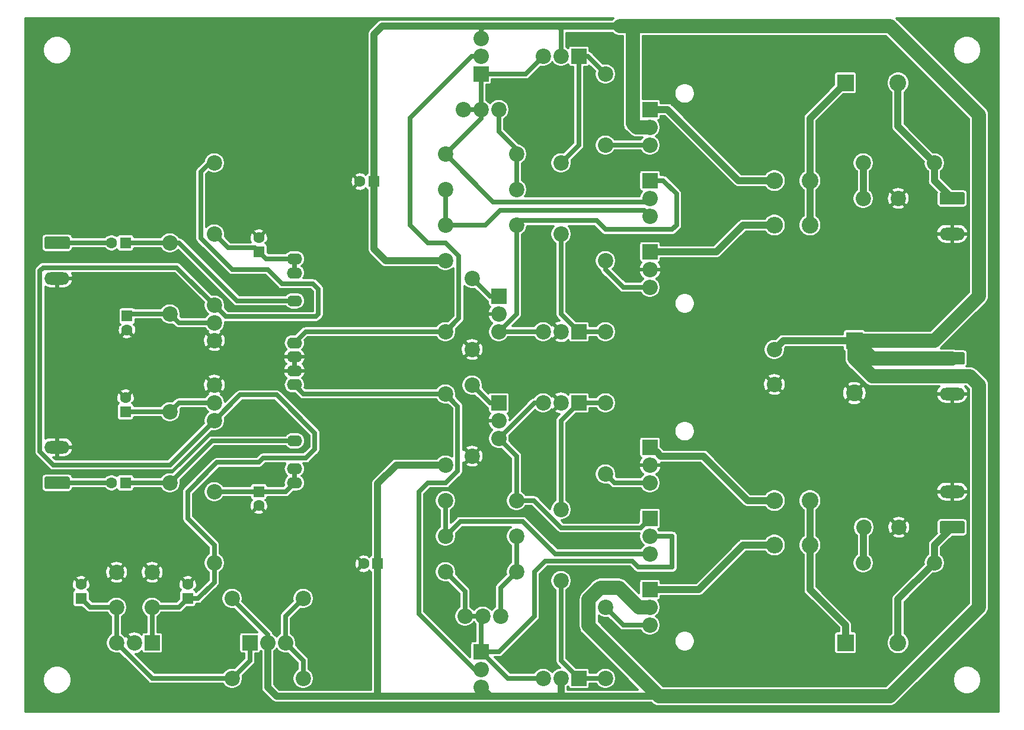
<source format=gbl>
G04 #@! TF.GenerationSoftware,KiCad,Pcbnew,5.1.8+dfsg1-1~bpo10+1*
G04 #@! TF.CreationDate,2020-11-20T15:53:06+09:00*
G04 #@! TF.ProjectId,nutubeAMP,6e757475-6265-4414-9d50-2e6b69636164,1*
G04 #@! TF.SameCoordinates,Original*
G04 #@! TF.FileFunction,Copper,L2,Bot*
G04 #@! TF.FilePolarity,Positive*
%FSLAX46Y46*%
G04 Gerber Fmt 4.6, Leading zero omitted, Abs format (unit mm)*
G04 Created by KiCad (PCBNEW 5.1.8+dfsg1-1~bpo10+1) date 2020-11-20 15:53:06*
%MOMM*%
%LPD*%
G01*
G04 APERTURE LIST*
G04 #@! TA.AperFunction,ComponentPad*
%ADD10C,2.200000*%
G04 #@! TD*
G04 #@! TA.AperFunction,ComponentPad*
%ADD11O,2.200000X1.600000*%
G04 #@! TD*
G04 #@! TA.AperFunction,ComponentPad*
%ADD12R,2.200000X2.200000*%
G04 #@! TD*
G04 #@! TA.AperFunction,ComponentPad*
%ADD13O,2.200000X2.200000*%
G04 #@! TD*
G04 #@! TA.AperFunction,ComponentPad*
%ADD14R,1.600000X1.600000*%
G04 #@! TD*
G04 #@! TA.AperFunction,ComponentPad*
%ADD15C,1.600000*%
G04 #@! TD*
G04 #@! TA.AperFunction,ComponentPad*
%ADD16R,2.400000X2.400000*%
G04 #@! TD*
G04 #@! TA.AperFunction,ComponentPad*
%ADD17C,2.400000*%
G04 #@! TD*
G04 #@! TA.AperFunction,ComponentPad*
%ADD18O,3.600000X1.800000*%
G04 #@! TD*
G04 #@! TA.AperFunction,ComponentPad*
%ADD19O,2.400000X2.400000*%
G04 #@! TD*
G04 #@! TA.AperFunction,Conductor*
%ADD20C,0.700000*%
G04 #@! TD*
G04 #@! TA.AperFunction,Conductor*
%ADD21C,1.000000*%
G04 #@! TD*
G04 #@! TA.AperFunction,Conductor*
%ADD22C,2.000000*%
G04 #@! TD*
G04 #@! TA.AperFunction,Conductor*
%ADD23C,0.300000*%
G04 #@! TD*
G04 #@! TA.AperFunction,Conductor*
%ADD24C,0.100000*%
G04 #@! TD*
G04 APERTURE END LIST*
D10*
X120650000Y-74930000D03*
X110490000Y-74930000D03*
D11*
X88900000Y-96840000D03*
X88900000Y-84840000D03*
X88900000Y-86840000D03*
X88900000Y-90840000D03*
X88900000Y-98840000D03*
X88900000Y-100840000D03*
X88900000Y-102840000D03*
X88900000Y-110840000D03*
X88900000Y-114840000D03*
X88900000Y-116840000D03*
D10*
X110490000Y-114300000D03*
X110490000Y-104140000D03*
D12*
X115570000Y-140970000D03*
D13*
X115570000Y-146050000D03*
X115570000Y-143510000D03*
D12*
X118110000Y-105410000D03*
D13*
X118110000Y-110490000D03*
X118110000Y-107950000D03*
X115570000Y-55880000D03*
X115570000Y-53340000D03*
D12*
X115570000Y-58420000D03*
D13*
X118110000Y-92710000D03*
X118110000Y-95250000D03*
D12*
X118110000Y-90170000D03*
D10*
X157480000Y-97790000D03*
X157480000Y-102790000D03*
D14*
X64770000Y-82550000D03*
D15*
X62770000Y-82550000D03*
D14*
X64770000Y-116840000D03*
D15*
X62770000Y-116840000D03*
X65000000Y-95000000D03*
D14*
X65000000Y-93000000D03*
D15*
X64770000Y-104680000D03*
D14*
X64770000Y-106680000D03*
D16*
X168910000Y-96520000D03*
D17*
X168910000Y-104020000D03*
D14*
X83820000Y-83820000D03*
D15*
X83820000Y-81820000D03*
X58420000Y-131350000D03*
D14*
X58420000Y-133350000D03*
D10*
X63500000Y-129620000D03*
X63500000Y-134620000D03*
D15*
X83820000Y-120110000D03*
D14*
X83820000Y-118110000D03*
D10*
X68580000Y-129620000D03*
X68580000Y-134620000D03*
D14*
X73660000Y-133350000D03*
D15*
X73660000Y-131350000D03*
D17*
X175140000Y-59690000D03*
D16*
X167640000Y-59690000D03*
D17*
X175140000Y-139700000D03*
D16*
X167640000Y-139700000D03*
D10*
X175180000Y-76200000D03*
X170180000Y-76200000D03*
X170260000Y-123190000D03*
X175260000Y-123190000D03*
G04 #@! TA.AperFunction,ComponentPad*
G36*
G01*
X181330000Y-98160000D02*
X184430000Y-98160000D01*
G75*
G02*
X184680000Y-98410000I0J-250000D01*
G01*
X184680000Y-99710000D01*
G75*
G02*
X184430000Y-99960000I-250000J0D01*
G01*
X181330000Y-99960000D01*
G75*
G02*
X181080000Y-99710000I0J250000D01*
G01*
X181080000Y-98410000D01*
G75*
G02*
X181330000Y-98160000I250000J0D01*
G01*
G37*
G04 #@! TD.AperFunction*
D18*
X182880000Y-104140000D03*
X55000000Y-87630000D03*
G04 #@! TA.AperFunction,ComponentPad*
G36*
G01*
X53450000Y-81650000D02*
X56550000Y-81650000D01*
G75*
G02*
X56800000Y-81900000I0J-250000D01*
G01*
X56800000Y-83200000D01*
G75*
G02*
X56550000Y-83450000I-250000J0D01*
G01*
X53450000Y-83450000D01*
G75*
G02*
X53200000Y-83200000I0J250000D01*
G01*
X53200000Y-81900000D01*
G75*
G02*
X53450000Y-81650000I250000J0D01*
G01*
G37*
G04 #@! TD.AperFunction*
G04 #@! TA.AperFunction,ComponentPad*
G36*
G01*
X56550000Y-117740000D02*
X53450000Y-117740000D01*
G75*
G02*
X53200000Y-117490000I0J250000D01*
G01*
X53200000Y-116190000D01*
G75*
G02*
X53450000Y-115940000I250000J0D01*
G01*
X56550000Y-115940000D01*
G75*
G02*
X56800000Y-116190000I0J-250000D01*
G01*
X56800000Y-117490000D01*
G75*
G02*
X56550000Y-117740000I-250000J0D01*
G01*
G37*
G04 #@! TD.AperFunction*
X55000000Y-111760000D03*
X182880000Y-81280000D03*
G04 #@! TA.AperFunction,ComponentPad*
G36*
G01*
X181330000Y-75300000D02*
X184430000Y-75300000D01*
G75*
G02*
X184680000Y-75550000I0J-250000D01*
G01*
X184680000Y-76850000D01*
G75*
G02*
X184430000Y-77100000I-250000J0D01*
G01*
X181330000Y-77100000D01*
G75*
G02*
X181080000Y-76850000I0J250000D01*
G01*
X181080000Y-75550000D01*
G75*
G02*
X181330000Y-75300000I250000J0D01*
G01*
G37*
G04 #@! TD.AperFunction*
G04 #@! TA.AperFunction,ComponentPad*
G36*
G01*
X184430000Y-124090000D02*
X181330000Y-124090000D01*
G75*
G02*
X181080000Y-123840000I0J250000D01*
G01*
X181080000Y-122540000D01*
G75*
G02*
X181330000Y-122290000I250000J0D01*
G01*
X184430000Y-122290000D01*
G75*
G02*
X184680000Y-122540000I0J-250000D01*
G01*
X184680000Y-123840000D01*
G75*
G02*
X184430000Y-124090000I-250000J0D01*
G01*
G37*
G04 #@! TD.AperFunction*
X182880000Y-118110000D03*
D13*
X139700000Y-78740000D03*
X139700000Y-76200000D03*
D12*
X139700000Y-73660000D03*
D13*
X139700000Y-127000000D03*
X139700000Y-124460000D03*
D12*
X139700000Y-121920000D03*
D10*
X127000000Y-55880000D03*
X124460000Y-55880000D03*
D12*
X129540000Y-55880000D03*
D10*
X127000000Y-95250000D03*
X124460000Y-95250000D03*
D12*
X129540000Y-95250000D03*
X129540000Y-144780000D03*
D10*
X124460000Y-144780000D03*
X127000000Y-144780000D03*
D12*
X129540000Y-105410000D03*
D10*
X124460000Y-105410000D03*
X127000000Y-105410000D03*
D13*
X139700000Y-68580000D03*
X139700000Y-66040000D03*
D12*
X139700000Y-63500000D03*
X139700000Y-83820000D03*
D13*
X139700000Y-86360000D03*
X139700000Y-88900000D03*
D12*
X139700000Y-132080000D03*
D13*
X139700000Y-134620000D03*
X139700000Y-137160000D03*
D12*
X139700000Y-111760000D03*
D13*
X139700000Y-114300000D03*
X139700000Y-116840000D03*
D10*
X71120000Y-92710000D03*
X71120000Y-82550000D03*
X71120000Y-116840000D03*
X71120000Y-106680000D03*
X90170000Y-133350000D03*
X80010000Y-133350000D03*
X80010000Y-144780000D03*
X90170000Y-144780000D03*
X110490000Y-95250000D03*
X110490000Y-85090000D03*
X77470000Y-81280000D03*
X77470000Y-71120000D03*
X77470000Y-118110000D03*
X77470000Y-128270000D03*
X120650000Y-69850000D03*
X110490000Y-69850000D03*
X120650000Y-129540000D03*
X110490000Y-129540000D03*
X110490000Y-80010000D03*
X120650000Y-80010000D03*
X120650000Y-124460000D03*
X110490000Y-124460000D03*
X110490000Y-119380000D03*
X120650000Y-119380000D03*
X114300000Y-97790000D03*
X114300000Y-87630000D03*
X114300000Y-102870000D03*
X114300000Y-113030000D03*
X127000000Y-71120000D03*
X127000000Y-81280000D03*
X127000000Y-130810000D03*
X127000000Y-120650000D03*
X133350000Y-68580000D03*
X133350000Y-58420000D03*
X133350000Y-144780000D03*
X133350000Y-134620000D03*
X133350000Y-95250000D03*
X133350000Y-85090000D03*
X133350000Y-115570000D03*
X133350000Y-105410000D03*
D19*
X157480000Y-73660000D03*
D17*
X162560000Y-73660000D03*
X162560000Y-80010000D03*
D19*
X157480000Y-80010000D03*
D17*
X162560000Y-125730000D03*
D19*
X157480000Y-125730000D03*
X157480000Y-119380000D03*
D17*
X162560000Y-119380000D03*
D10*
X170180000Y-71120000D03*
X180340000Y-71120000D03*
X170180000Y-128270000D03*
X180340000Y-128270000D03*
X77470000Y-96520000D03*
X77470000Y-93980000D03*
X77470000Y-91440000D03*
X77470000Y-102870000D03*
X77470000Y-105410000D03*
X77470000Y-107950000D03*
X113030000Y-63500000D03*
X115570000Y-63500000D03*
X118110000Y-63500000D03*
X113284000Y-135890000D03*
X115824000Y-135890000D03*
X118364000Y-135890000D03*
X66040000Y-139700000D03*
X63500000Y-139700000D03*
D12*
X68580000Y-139700000D03*
D15*
X98260000Y-73800000D03*
D14*
X100260000Y-73800000D03*
X100800000Y-128410000D03*
D15*
X98800000Y-128410000D03*
D12*
X82550000Y-139700000D03*
D13*
X85090000Y-139700000D03*
X87630000Y-139700000D03*
D20*
X88900000Y-100840000D02*
X88900000Y-99695000D01*
X88900000Y-99695000D02*
X88900000Y-98840000D01*
D21*
X158750000Y-96520000D02*
X157480000Y-97790000D01*
X168910000Y-96520000D02*
X158750000Y-96520000D01*
X132550001Y-51599999D02*
X133820001Y-51599999D01*
D20*
X115570000Y-53340000D02*
X115570000Y-52070000D01*
X115570000Y-52070000D02*
X116040001Y-51599999D01*
X127000000Y-52070000D02*
X126529999Y-51599999D01*
X127000000Y-55880000D02*
X127000000Y-52070000D01*
D21*
X126529999Y-51599999D02*
X132550001Y-51599999D01*
X116040001Y-51599999D02*
X126529999Y-51599999D01*
X137160000Y-52070000D02*
X136689999Y-51599999D01*
X127000000Y-144780000D02*
X127000000Y-147320000D01*
D22*
X168910000Y-99060000D02*
X171450000Y-101600000D01*
X168910000Y-96520000D02*
X168910000Y-99060000D01*
X185420000Y-101600000D02*
X186690000Y-102870000D01*
X171450000Y-101600000D02*
X185420000Y-101600000D01*
X186690000Y-102870000D02*
X186690000Y-134620000D01*
X186690000Y-134620000D02*
X173990000Y-147320000D01*
D21*
X140970000Y-147320000D02*
X127000000Y-147320000D01*
X142240000Y-147320000D02*
X140970000Y-147320000D01*
D22*
X143510000Y-147320000D02*
X140970000Y-147320000D01*
X180340000Y-96520000D02*
X186372500Y-90487500D01*
X168910000Y-96520000D02*
X180340000Y-96520000D01*
D21*
X186690000Y-90170000D02*
X186372500Y-90487500D01*
D22*
X171450000Y-99060000D02*
X168910000Y-96520000D01*
X182880000Y-99060000D02*
X171450000Y-99060000D01*
X186690000Y-64262000D02*
X174244000Y-51816000D01*
X186690000Y-90170000D02*
X186690000Y-64262000D01*
D21*
X174027999Y-51599999D02*
X174244000Y-51816000D01*
X135419999Y-51599999D02*
X136689999Y-51599999D01*
X133820001Y-51599999D02*
X135419999Y-51599999D01*
D22*
X137630001Y-51599999D02*
X135419999Y-51599999D01*
X173990000Y-147320000D02*
X143510000Y-147320000D01*
X173990000Y-51599999D02*
X137630001Y-51599999D01*
D20*
X85090000Y-138531600D02*
X85090000Y-139700000D01*
X80010000Y-133350000D02*
X80010000Y-133451600D01*
X80010000Y-133451600D02*
X85090000Y-138531600D01*
D22*
X137236200Y-51993800D02*
X137630001Y-51599999D01*
X137236200Y-65481200D02*
X137236200Y-51993800D01*
X139700000Y-66040000D02*
X137795000Y-66040000D01*
X137795000Y-66040000D02*
X137236200Y-65481200D01*
X138099998Y-134620000D02*
X139700000Y-134620000D01*
X130949999Y-133467999D02*
X132617398Y-131800600D01*
X135280598Y-131800600D02*
X138099998Y-134620000D01*
X140970000Y-147320000D02*
X130949999Y-137299999D01*
X132617398Y-131800600D02*
X135280598Y-131800600D01*
X130949999Y-137299999D02*
X130949999Y-133467999D01*
D21*
X115570000Y-146050000D02*
X116840000Y-147320000D01*
X116840000Y-147320000D02*
X127000000Y-147320000D01*
X85090000Y-146050000D02*
X85090000Y-139700000D01*
X86360000Y-147320000D02*
X85090000Y-146050000D01*
X100330000Y-147320000D02*
X86360000Y-147320000D01*
X110490000Y-114300000D02*
X103480000Y-114300000D01*
X100800000Y-116980000D02*
X100800000Y-128410000D01*
X103480000Y-114300000D02*
X100800000Y-116980000D01*
X100800000Y-128410000D02*
X100800000Y-147180000D01*
X100800000Y-147180000D02*
X100940000Y-147320000D01*
X116840000Y-147320000D02*
X100940000Y-147320000D01*
X100940000Y-147320000D02*
X100330000Y-147320000D01*
X110490000Y-85090000D02*
X101930000Y-85090000D01*
X100260000Y-83420000D02*
X100260000Y-73800000D01*
X101930000Y-85090000D02*
X100260000Y-83420000D01*
X100260000Y-73800000D02*
X100260000Y-52750000D01*
X101410001Y-51599999D02*
X116040001Y-51599999D01*
X100260000Y-52750000D02*
X101410001Y-51599999D01*
D20*
X64770000Y-82550000D02*
X71120000Y-82550000D01*
X80680000Y-90840000D02*
X88900000Y-90840000D01*
X71120000Y-82550000D02*
X72390000Y-82550000D01*
X72390000Y-82550000D02*
X80680000Y-90840000D01*
X62770000Y-82550000D02*
X55000000Y-82550000D01*
X62770000Y-116840000D02*
X55000000Y-116840000D01*
X64770000Y-116840000D02*
X71120000Y-116840000D01*
X77120000Y-110840000D02*
X88900000Y-110840000D01*
X71120000Y-116840000D02*
X77120000Y-110840000D01*
X65290000Y-92710000D02*
X65000000Y-93000000D01*
X71120000Y-92710000D02*
X65290000Y-92710000D01*
X72390000Y-93980000D02*
X71120000Y-92710000D01*
X77470000Y-93980000D02*
X72390000Y-93980000D01*
X71120000Y-106680000D02*
X64770000Y-106680000D01*
X72390000Y-105410000D02*
X71120000Y-106680000D01*
X77470000Y-105410000D02*
X72390000Y-105410000D01*
X88900000Y-84840000D02*
X88900000Y-86840000D01*
X84840000Y-84840000D02*
X83820000Y-83820000D01*
X88900000Y-84840000D02*
X84840000Y-84840000D01*
X83820000Y-83820000D02*
X83270001Y-83270001D01*
X79460001Y-83270001D02*
X77470000Y-81280000D01*
X83270001Y-83270001D02*
X79460001Y-83270001D01*
X82550000Y-142240000D02*
X80010000Y-144780000D01*
X82550000Y-139700000D02*
X82550000Y-142240000D01*
X68580000Y-144780000D02*
X63500000Y-139700000D01*
X80010000Y-144780000D02*
X68580000Y-144780000D01*
X59690000Y-134620000D02*
X58420000Y-133350000D01*
X63500000Y-134620000D02*
X59690000Y-134620000D01*
X63500000Y-139700000D02*
X63500000Y-134620000D01*
X87630000Y-118110000D02*
X88900000Y-116840000D01*
X83820000Y-118110000D02*
X87630000Y-118110000D01*
X88900000Y-116840000D02*
X88900000Y-114840000D01*
X83820000Y-118110000D02*
X80010000Y-118110000D01*
X77470000Y-118110000D02*
X80010000Y-118110000D01*
X68580000Y-139700000D02*
X68580000Y-134620000D01*
X72390000Y-134620000D02*
X73660000Y-133350000D01*
X68580000Y-134620000D02*
X72390000Y-134620000D01*
X84328000Y-104267000D02*
X84473002Y-104267000D01*
X81153000Y-104267000D02*
X77470000Y-107950000D01*
X84328000Y-104267000D02*
X81153000Y-104267000D01*
X91821000Y-109728000D02*
X86360000Y-104267000D01*
X91821000Y-112014000D02*
X91821000Y-109728000D01*
X90551000Y-113284000D02*
X91821000Y-112014000D01*
X84455000Y-113284000D02*
X90551000Y-113284000D01*
X86360000Y-104267000D02*
X84328000Y-104267000D01*
X83820000Y-113919000D02*
X84455000Y-113284000D01*
X77851000Y-113919000D02*
X83820000Y-113919000D01*
X75160000Y-133350000D02*
X77470000Y-131040000D01*
X73660000Y-133350000D02*
X75160000Y-133350000D01*
X77470000Y-131040000D02*
X77470000Y-125730000D01*
X73660000Y-121920000D02*
X73660000Y-118110000D01*
X77470000Y-125730000D02*
X73660000Y-121920000D01*
X73660000Y-118110000D02*
X77851000Y-113919000D01*
X72109990Y-86079990D02*
X77470000Y-91440000D01*
X52985010Y-86079990D02*
X72109990Y-86079990D01*
X52549990Y-86515010D02*
X52985010Y-86079990D01*
X52549990Y-112402035D02*
X52549990Y-86515010D01*
X54447955Y-114300000D02*
X52549990Y-112402035D01*
X71120000Y-114300000D02*
X54447955Y-114300000D01*
X77470000Y-107950000D02*
X71120000Y-114300000D01*
X79121000Y-93091000D02*
X77470000Y-91440000D01*
X92329000Y-89154000D02*
X92329000Y-92710000D01*
X92329000Y-92710000D02*
X91948000Y-93091000D01*
X91567000Y-88392000D02*
X92329000Y-89154000D01*
X87122000Y-88392000D02*
X91567000Y-88392000D01*
X91948000Y-93091000D02*
X79121000Y-93091000D01*
X77470000Y-71120000D02*
X76809600Y-71120000D01*
X75501500Y-72428100D02*
X75501500Y-81851500D01*
X85090000Y-86360000D02*
X87122000Y-88392000D01*
X75501500Y-81851500D02*
X80010000Y-86360000D01*
X76809600Y-71120000D02*
X75501500Y-72428100D01*
X80010000Y-86360000D02*
X85090000Y-86360000D01*
D21*
X162560000Y-80010000D02*
X162560000Y-73660000D01*
X162560000Y-64770000D02*
X167640000Y-59690000D01*
X162560000Y-73660000D02*
X162560000Y-64770000D01*
X175140000Y-65920000D02*
X180340000Y-71120000D01*
X175140000Y-59690000D02*
X175140000Y-65920000D01*
X180340000Y-73660000D02*
X182880000Y-76200000D01*
X180340000Y-71120000D02*
X180340000Y-73660000D01*
X175140000Y-133470000D02*
X180340000Y-128270000D01*
X175140000Y-139700000D02*
X175140000Y-133470000D01*
X180340000Y-125730000D02*
X182880000Y-123190000D01*
X180340000Y-128270000D02*
X180340000Y-125730000D01*
X162560000Y-125730000D02*
X162560000Y-119380000D01*
X167640000Y-139700000D02*
X167640000Y-137160000D01*
X162560000Y-132080000D02*
X162560000Y-125730000D01*
X167640000Y-137160000D02*
X162560000Y-132080000D01*
X170180000Y-71120000D02*
X170180000Y-76200000D01*
X170180000Y-123270000D02*
X170260000Y-123190000D01*
X170180000Y-128270000D02*
X170180000Y-123270000D01*
D20*
X90170000Y-142240000D02*
X87630000Y-139700000D01*
X90170000Y-144780000D02*
X90170000Y-142240000D01*
X87630000Y-135890000D02*
X90170000Y-133350000D01*
X87630000Y-139700000D02*
X87630000Y-135890000D01*
X90490000Y-95250000D02*
X88900000Y-96840000D01*
X110490000Y-95250000D02*
X90490000Y-95250000D01*
X105420109Y-64679891D02*
X114220000Y-55880000D01*
X112395000Y-93345000D02*
X112395000Y-84455000D01*
X110490000Y-82550000D02*
X107950000Y-82550000D01*
X112395000Y-84455000D02*
X110490000Y-82550000D01*
X114220000Y-55880000D02*
X115570000Y-55880000D01*
X110490000Y-95250000D02*
X112395000Y-93345000D01*
X105420109Y-80020109D02*
X105420109Y-64679891D01*
X107950000Y-82550000D02*
X105420109Y-80020109D01*
X90200000Y-104140000D02*
X88900000Y-102840000D01*
X110490000Y-104140000D02*
X90200000Y-104140000D01*
X110540002Y-116840000D02*
X112240001Y-115140001D01*
X106680000Y-118110000D02*
X107950000Y-116840000D01*
X112240001Y-105890001D02*
X110490000Y-104140000D01*
X107950000Y-116840000D02*
X110540002Y-116840000D01*
X106680000Y-135559800D02*
X106680000Y-118110000D01*
X115570000Y-143510000D02*
X114630200Y-143510000D01*
X114630200Y-143510000D02*
X106680000Y-135559800D01*
X112240001Y-115140001D02*
X112240001Y-105890001D01*
X115570000Y-63500000D02*
X113030000Y-63500000D01*
X115570000Y-64770000D02*
X110490000Y-69850000D01*
X115570000Y-63500000D02*
X115570000Y-64770000D01*
X115570000Y-58420000D02*
X115570000Y-63500000D01*
X121920000Y-58420000D02*
X124460000Y-55880000D01*
X115570000Y-58420000D02*
X121920000Y-58420000D01*
X117320001Y-76680001D02*
X110490000Y-69850000D01*
X139700000Y-76200000D02*
X139219999Y-76680001D01*
X139219999Y-76680001D02*
X117320001Y-76680001D01*
X110490000Y-76200000D02*
X110490000Y-80010000D01*
X110490000Y-74930000D02*
X110490000Y-76200000D01*
X110490000Y-80010000D02*
X116205000Y-80010000D01*
X138869991Y-77909991D02*
X139700000Y-78740000D01*
X118305009Y-77909991D02*
X138869991Y-77909991D01*
X116205000Y-80010000D02*
X118305009Y-77909991D01*
X120650000Y-92710000D02*
X118110000Y-95250000D01*
X120650000Y-80010000D02*
X120650000Y-92710000D01*
X124460000Y-95250000D02*
X118110000Y-95250000D01*
X143510000Y-75565000D02*
X141605000Y-73660000D01*
X121285000Y-79375000D02*
X132080000Y-79375000D01*
X120650000Y-80010000D02*
X121285000Y-79375000D01*
X141605000Y-73660000D02*
X139700000Y-73660000D01*
X133350000Y-80645000D02*
X142875000Y-80645000D01*
X132080000Y-79375000D02*
X133350000Y-80645000D01*
X142875000Y-80645000D02*
X143510000Y-80010000D01*
X143510000Y-80010000D02*
X143510000Y-75565000D01*
X116840000Y-90170000D02*
X114300000Y-87630000D01*
X118110000Y-90170000D02*
X116840000Y-90170000D01*
X115824000Y-135890000D02*
X113284000Y-135890000D01*
X113284000Y-132334000D02*
X110490000Y-129540000D01*
X113284000Y-135890000D02*
X113284000Y-132334000D01*
X119380000Y-144780000D02*
X115570000Y-140970000D01*
X124460000Y-144780000D02*
X119380000Y-144780000D01*
X115570000Y-136144000D02*
X115824000Y-135890000D01*
X115570000Y-140970000D02*
X115570000Y-136144000D01*
X123190000Y-135890000D02*
X118110000Y-140970000D01*
X123190000Y-129540000D02*
X123190000Y-135890000D01*
X118110000Y-140970000D02*
X115570000Y-140970000D01*
X142875000Y-124460000D02*
X142875000Y-128905000D01*
X138049000Y-128905000D02*
X137160000Y-128016000D01*
X139700000Y-124460000D02*
X142875000Y-124460000D01*
X142875000Y-128905000D02*
X138049000Y-128905000D01*
X137160000Y-128016000D02*
X124714000Y-128016000D01*
X124714000Y-128016000D02*
X123190000Y-129540000D01*
X123190000Y-105410000D02*
X118110000Y-110490000D01*
X124460000Y-105410000D02*
X123190000Y-105410000D01*
X120650000Y-113030000D02*
X118110000Y-110490000D01*
X120650000Y-119380000D02*
X120650000Y-113030000D01*
X138328400Y-123291600D02*
X139700000Y-121920000D01*
X120650000Y-119380000D02*
X123139998Y-119380000D01*
X127051598Y-123291600D02*
X138328400Y-123291600D01*
X123139998Y-119380000D02*
X127051598Y-123291600D01*
X110490000Y-124460000D02*
X110490000Y-119380000D01*
X126149100Y-127000000D02*
X139700000Y-127000000D01*
X121513600Y-122364500D02*
X126149100Y-127000000D01*
X110490000Y-124460000D02*
X112585500Y-122364500D01*
X112585500Y-122364500D02*
X121513600Y-122364500D01*
X116840000Y-105410000D02*
X114300000Y-102870000D01*
X118110000Y-105410000D02*
X116840000Y-105410000D01*
X130810000Y-55880000D02*
X133350000Y-58420000D01*
X129540000Y-55880000D02*
X130810000Y-55880000D01*
X129540000Y-68580000D02*
X127000000Y-71120000D01*
X129540000Y-55880000D02*
X129540000Y-68580000D01*
X127000000Y-92710000D02*
X129540000Y-95250000D01*
X127000000Y-81280000D02*
X127000000Y-92710000D01*
X129540000Y-95250000D02*
X133350000Y-95250000D01*
X133350000Y-144780000D02*
X129540000Y-144780000D01*
X129540000Y-144780000D02*
X127000000Y-142240000D01*
X127000000Y-142240000D02*
X127000000Y-130810000D01*
X133350000Y-105410000D02*
X129540000Y-105410000D01*
X127000000Y-107950000D02*
X129540000Y-105410000D01*
X127000000Y-120650000D02*
X127000000Y-107950000D01*
D21*
X142207000Y-63500000D02*
X139700000Y-63500000D01*
X157480000Y-73660000D02*
X152367000Y-73660000D01*
X152367000Y-73660000D02*
X142207000Y-63500000D01*
D20*
X139700000Y-68580000D02*
X133350000Y-68580000D01*
X139700000Y-88900000D02*
X135890000Y-88900000D01*
X133350000Y-86360000D02*
X133350000Y-85090000D01*
X135890000Y-88900000D02*
X133350000Y-86360000D01*
D21*
X153018500Y-80010000D02*
X157480000Y-80010000D01*
X139700000Y-83820000D02*
X149208500Y-83820000D01*
X149208500Y-83820000D02*
X153018500Y-80010000D01*
D20*
X135890000Y-137160000D02*
X133350000Y-134620000D01*
X139700000Y-137160000D02*
X135890000Y-137160000D01*
D21*
X139700000Y-132080000D02*
X146685000Y-132080000D01*
X146685000Y-132080000D02*
X153035000Y-125730000D01*
X157480000Y-125730000D02*
X153035000Y-125730000D01*
X140339999Y-112399999D02*
X139700000Y-111760000D01*
X141242002Y-113030000D02*
X140612001Y-112399999D01*
X147320000Y-113030000D02*
X141242002Y-113030000D01*
X157480000Y-119380000D02*
X153670000Y-119380000D01*
X140612001Y-112399999D02*
X140339999Y-112399999D01*
X153670000Y-119380000D02*
X147320000Y-113030000D01*
D20*
X134620000Y-116840000D02*
X133350000Y-115570000D01*
X139700000Y-116840000D02*
X134620000Y-116840000D01*
X120650000Y-72263000D02*
X120650000Y-71755000D01*
X120650000Y-69215000D02*
X118110000Y-66675000D01*
X120650000Y-72263000D02*
X120650000Y-69215000D01*
X118110000Y-63500000D02*
X118110000Y-66675000D01*
X120650000Y-74930000D02*
X120650000Y-72390000D01*
X120650000Y-72390000D02*
X120650000Y-69850000D01*
X118364000Y-131826000D02*
X120650000Y-129540000D01*
X118364000Y-135890000D02*
X118364000Y-131826000D01*
X120650000Y-129540000D02*
X120650000Y-124460000D01*
D23*
X134389734Y-50569734D02*
X134323862Y-50649999D01*
X101456655Y-50649999D01*
X101410000Y-50645404D01*
X101363346Y-50649999D01*
X101363336Y-50649999D01*
X101223769Y-50663745D01*
X101044693Y-50718067D01*
X100879656Y-50806281D01*
X100879654Y-50806282D01*
X100879655Y-50806282D01*
X100771246Y-50895251D01*
X100771243Y-50895254D01*
X100735000Y-50924998D01*
X100705255Y-50961242D01*
X99621243Y-52045255D01*
X99585000Y-52074999D01*
X99555256Y-52111242D01*
X99555252Y-52111246D01*
X99466283Y-52219655D01*
X99378069Y-52384692D01*
X99323747Y-52563768D01*
X99305405Y-52750000D01*
X99310001Y-52796665D01*
X99310000Y-72575253D01*
X99286959Y-72582243D01*
X99208784Y-72624029D01*
X99140263Y-72680263D01*
X99084029Y-72748784D01*
X99042243Y-72826959D01*
X99038319Y-72839895D01*
X98974278Y-72646750D01*
X98735565Y-72529560D01*
X98478577Y-72461193D01*
X98213190Y-72444275D01*
X97949601Y-72479458D01*
X97697939Y-72565387D01*
X97545722Y-72646750D01*
X97471630Y-72870209D01*
X98260000Y-73658579D01*
X98274143Y-73644437D01*
X98415564Y-73785858D01*
X98401421Y-73800000D01*
X98415564Y-73814143D01*
X98274143Y-73955564D01*
X98260000Y-73941421D01*
X97471630Y-74729791D01*
X97545722Y-74953250D01*
X97784435Y-75070440D01*
X98041423Y-75138807D01*
X98306810Y-75155725D01*
X98570399Y-75120542D01*
X98822061Y-75034613D01*
X98974278Y-74953250D01*
X99038319Y-74760105D01*
X99042243Y-74773041D01*
X99084029Y-74851216D01*
X99140263Y-74919737D01*
X99208784Y-74975971D01*
X99286959Y-75017757D01*
X99310001Y-75024747D01*
X99310000Y-83373345D01*
X99305405Y-83420000D01*
X99310000Y-83466654D01*
X99310000Y-83466664D01*
X99323746Y-83606231D01*
X99378068Y-83785307D01*
X99466282Y-83950345D01*
X99584999Y-84095001D01*
X99621248Y-84124750D01*
X101225254Y-85728757D01*
X101254999Y-85765001D01*
X101291242Y-85794745D01*
X101291245Y-85794748D01*
X101354448Y-85846617D01*
X101399655Y-85883718D01*
X101455173Y-85913393D01*
X101564691Y-85971932D01*
X101743767Y-86026254D01*
X101759720Y-86027825D01*
X101883335Y-86040000D01*
X101883343Y-86040000D01*
X101930000Y-86044595D01*
X101976657Y-86040000D01*
X109260600Y-86040000D01*
X109286036Y-86078068D01*
X109501932Y-86293964D01*
X109755800Y-86463592D01*
X110037882Y-86580435D01*
X110337338Y-86640000D01*
X110642662Y-86640000D01*
X110942118Y-86580435D01*
X111224200Y-86463592D01*
X111478068Y-86293964D01*
X111595001Y-86177031D01*
X111595000Y-93013630D01*
X110864503Y-93744127D01*
X110642662Y-93700000D01*
X110337338Y-93700000D01*
X110037882Y-93759565D01*
X109755800Y-93876408D01*
X109501932Y-94046036D01*
X109286036Y-94261932D01*
X109160374Y-94450000D01*
X90529291Y-94450000D01*
X90490000Y-94446130D01*
X90450709Y-94450000D01*
X90450707Y-94450000D01*
X90333173Y-94461576D01*
X90182372Y-94507321D01*
X90043393Y-94581607D01*
X89962014Y-94648393D01*
X89921578Y-94681578D01*
X89896531Y-94712098D01*
X89018630Y-95590000D01*
X88538595Y-95590000D01*
X88354957Y-95608087D01*
X88119331Y-95679563D01*
X87902177Y-95795634D01*
X87711840Y-95951840D01*
X87555634Y-96142177D01*
X87439563Y-96359331D01*
X87368087Y-96594957D01*
X87343952Y-96840000D01*
X87368087Y-97085043D01*
X87439563Y-97320669D01*
X87555634Y-97537823D01*
X87711840Y-97728160D01*
X87766710Y-97773191D01*
X87574696Y-97956116D01*
X87421960Y-98173126D01*
X87314495Y-98415764D01*
X87285928Y-98530625D01*
X87391631Y-98740000D01*
X88800000Y-98740000D01*
X88800000Y-98720000D01*
X89000000Y-98720000D01*
X89000000Y-98740000D01*
X90408369Y-98740000D01*
X90514072Y-98530625D01*
X90485505Y-98415764D01*
X90378040Y-98173126D01*
X90225304Y-97956116D01*
X90087620Y-97824949D01*
X112642384Y-97824949D01*
X112681053Y-98147662D01*
X112781937Y-98456631D01*
X112902326Y-98681862D01*
X113156473Y-98792106D01*
X114158579Y-97790000D01*
X114441421Y-97790000D01*
X115443527Y-98792106D01*
X115697674Y-98681862D01*
X115844812Y-98392053D01*
X115932584Y-98079108D01*
X115957616Y-97755051D01*
X115918947Y-97432338D01*
X115818063Y-97123369D01*
X115697674Y-96898138D01*
X115443527Y-96787894D01*
X114441421Y-97790000D01*
X114158579Y-97790000D01*
X113156473Y-96787894D01*
X112902326Y-96898138D01*
X112755188Y-97187947D01*
X112667416Y-97500892D01*
X112642384Y-97824949D01*
X90087620Y-97824949D01*
X90033290Y-97773191D01*
X90088160Y-97728160D01*
X90244366Y-97537823D01*
X90360437Y-97320669D01*
X90431913Y-97085043D01*
X90456048Y-96840000D01*
X90431913Y-96594957D01*
X90395722Y-96475649D01*
X90821371Y-96050000D01*
X109160374Y-96050000D01*
X109286036Y-96238068D01*
X109501932Y-96453964D01*
X109755800Y-96623592D01*
X110037882Y-96740435D01*
X110337338Y-96800000D01*
X110642662Y-96800000D01*
X110942118Y-96740435D01*
X111168960Y-96646473D01*
X113297894Y-96646473D01*
X114300000Y-97648579D01*
X115302106Y-96646473D01*
X115191862Y-96392326D01*
X114902053Y-96245188D01*
X114589108Y-96157416D01*
X114265051Y-96132384D01*
X113942338Y-96171053D01*
X113633369Y-96271937D01*
X113408138Y-96392326D01*
X113297894Y-96646473D01*
X111168960Y-96646473D01*
X111224200Y-96623592D01*
X111478068Y-96453964D01*
X111693964Y-96238068D01*
X111863592Y-95984200D01*
X111980435Y-95702118D01*
X112040000Y-95402662D01*
X112040000Y-95097338D01*
X111995873Y-94875497D01*
X112932898Y-93938472D01*
X112963422Y-93913422D01*
X113037488Y-93823172D01*
X113063393Y-93791607D01*
X113137679Y-93652628D01*
X113148360Y-93617416D01*
X113183424Y-93501827D01*
X113195000Y-93384293D01*
X113195000Y-93384291D01*
X113198870Y-93345000D01*
X113195000Y-93305709D01*
X113195000Y-88717032D01*
X113311932Y-88833964D01*
X113565800Y-89003592D01*
X113847882Y-89120435D01*
X114147338Y-89180000D01*
X114452662Y-89180000D01*
X114674503Y-89135873D01*
X116246531Y-90707902D01*
X116271578Y-90738422D01*
X116302098Y-90763469D01*
X116393393Y-90838393D01*
X116420362Y-90852808D01*
X116532372Y-90912679D01*
X116557823Y-90920399D01*
X116557823Y-91270000D01*
X116566511Y-91358215D01*
X116592243Y-91443041D01*
X116634029Y-91521216D01*
X116690263Y-91589737D01*
X116758784Y-91645971D01*
X116827723Y-91682820D01*
X116757976Y-91764196D01*
X116599438Y-92046136D01*
X116498950Y-92353588D01*
X116600530Y-92610000D01*
X118010000Y-92610000D01*
X118010000Y-92590000D01*
X118210000Y-92590000D01*
X118210000Y-92610000D01*
X118230000Y-92610000D01*
X118230000Y-92810000D01*
X118210000Y-92810000D01*
X118210000Y-92830000D01*
X118010000Y-92830000D01*
X118010000Y-92810000D01*
X116600530Y-92810000D01*
X116498950Y-93066412D01*
X116599438Y-93373864D01*
X116757976Y-93655804D01*
X116968472Y-93901397D01*
X117138505Y-94034962D01*
X117121932Y-94046036D01*
X116906036Y-94261932D01*
X116736408Y-94515800D01*
X116619565Y-94797882D01*
X116560000Y-95097338D01*
X116560000Y-95402662D01*
X116619565Y-95702118D01*
X116736408Y-95984200D01*
X116906036Y-96238068D01*
X117121932Y-96453964D01*
X117375800Y-96623592D01*
X117657882Y-96740435D01*
X117957338Y-96800000D01*
X118262662Y-96800000D01*
X118562118Y-96740435D01*
X118844200Y-96623592D01*
X119098068Y-96453964D01*
X119313964Y-96238068D01*
X119439626Y-96050000D01*
X123130374Y-96050000D01*
X123256036Y-96238068D01*
X123471932Y-96453964D01*
X123725800Y-96623592D01*
X124007882Y-96740435D01*
X124307338Y-96800000D01*
X124612662Y-96800000D01*
X124912118Y-96740435D01*
X125194200Y-96623592D01*
X125448068Y-96453964D01*
X125663964Y-96238068D01*
X125699951Y-96184210D01*
X125856473Y-96252106D01*
X126858579Y-95250000D01*
X125856473Y-94247894D01*
X125699951Y-94315790D01*
X125663964Y-94261932D01*
X125448068Y-94046036D01*
X125194200Y-93876408D01*
X124912118Y-93759565D01*
X124612662Y-93700000D01*
X124307338Y-93700000D01*
X124007882Y-93759565D01*
X123725800Y-93876408D01*
X123471932Y-94046036D01*
X123256036Y-94261932D01*
X123130374Y-94450000D01*
X120041371Y-94450000D01*
X121187902Y-93303469D01*
X121218422Y-93278422D01*
X121243470Y-93247901D01*
X121318393Y-93156607D01*
X121366603Y-93066412D01*
X121392679Y-93017628D01*
X121438424Y-92866827D01*
X121450000Y-92749293D01*
X121450000Y-92749284D01*
X121453869Y-92710001D01*
X121450000Y-92670718D01*
X121450000Y-81339626D01*
X121638068Y-81213964D01*
X121853964Y-80998068D01*
X122023592Y-80744200D01*
X122140435Y-80462118D01*
X122197546Y-80175000D01*
X125912968Y-80175000D01*
X125796036Y-80291932D01*
X125626408Y-80545800D01*
X125509565Y-80827882D01*
X125450000Y-81127338D01*
X125450000Y-81432662D01*
X125509565Y-81732118D01*
X125626408Y-82014200D01*
X125796036Y-82268068D01*
X126011932Y-82483964D01*
X126200000Y-82609626D01*
X126200001Y-92670699D01*
X126196130Y-92710000D01*
X126211577Y-92866827D01*
X126257321Y-93017627D01*
X126331607Y-93156606D01*
X126406531Y-93247901D01*
X126431579Y-93278422D01*
X126462098Y-93303468D01*
X126773916Y-93615287D01*
X126642338Y-93631053D01*
X126333369Y-93731937D01*
X126108138Y-93852326D01*
X125997894Y-94106473D01*
X127000000Y-95108579D01*
X127014143Y-95094437D01*
X127155564Y-95235858D01*
X127141421Y-95250000D01*
X127155564Y-95264143D01*
X127014143Y-95405564D01*
X127000000Y-95391421D01*
X125997894Y-96393527D01*
X126108138Y-96647674D01*
X126397947Y-96794812D01*
X126710892Y-96882584D01*
X127034949Y-96907616D01*
X127357662Y-96868947D01*
X127666631Y-96768063D01*
X127891862Y-96647674D01*
X127993959Y-96412307D01*
X127996511Y-96438215D01*
X128022243Y-96523041D01*
X128064029Y-96601216D01*
X128120263Y-96669737D01*
X128188784Y-96725971D01*
X128266959Y-96767757D01*
X128351785Y-96793489D01*
X128440000Y-96802177D01*
X130640000Y-96802177D01*
X130728215Y-96793489D01*
X130813041Y-96767757D01*
X130891216Y-96725971D01*
X130959737Y-96669737D01*
X131015971Y-96601216D01*
X131057757Y-96523041D01*
X131083489Y-96438215D01*
X131092177Y-96350000D01*
X131092177Y-96050000D01*
X132020374Y-96050000D01*
X132146036Y-96238068D01*
X132361932Y-96453964D01*
X132615800Y-96623592D01*
X132897882Y-96740435D01*
X133197338Y-96800000D01*
X133502662Y-96800000D01*
X133802118Y-96740435D01*
X134084200Y-96623592D01*
X134338068Y-96453964D01*
X134553964Y-96238068D01*
X134723592Y-95984200D01*
X134840435Y-95702118D01*
X134900000Y-95402662D01*
X134900000Y-95097338D01*
X134840435Y-94797882D01*
X134723592Y-94515800D01*
X134553964Y-94261932D01*
X134338068Y-94046036D01*
X134084200Y-93876408D01*
X133802118Y-93759565D01*
X133502662Y-93700000D01*
X133197338Y-93700000D01*
X132897882Y-93759565D01*
X132615800Y-93876408D01*
X132361932Y-94046036D01*
X132146036Y-94261932D01*
X132020374Y-94450000D01*
X131092177Y-94450000D01*
X131092177Y-94150000D01*
X131083489Y-94061785D01*
X131057757Y-93976959D01*
X131015971Y-93898784D01*
X130959737Y-93830263D01*
X130891216Y-93774029D01*
X130813041Y-93732243D01*
X130728215Y-93706511D01*
X130640000Y-93697823D01*
X129119194Y-93697823D01*
X127800000Y-92378630D01*
X127800000Y-91052263D01*
X143167000Y-91052263D01*
X143167000Y-91347737D01*
X143224644Y-91637534D01*
X143337717Y-91910517D01*
X143501874Y-92156194D01*
X143710806Y-92365126D01*
X143956483Y-92529283D01*
X144229466Y-92642356D01*
X144519263Y-92700000D01*
X144814737Y-92700000D01*
X145104534Y-92642356D01*
X145377517Y-92529283D01*
X145623194Y-92365126D01*
X145832126Y-92156194D01*
X145996283Y-91910517D01*
X146109356Y-91637534D01*
X146167000Y-91347737D01*
X146167000Y-91052263D01*
X146109356Y-90762466D01*
X145996283Y-90489483D01*
X145832126Y-90243806D01*
X145623194Y-90034874D01*
X145377517Y-89870717D01*
X145104534Y-89757644D01*
X144814737Y-89700000D01*
X144519263Y-89700000D01*
X144229466Y-89757644D01*
X143956483Y-89870717D01*
X143710806Y-90034874D01*
X143501874Y-90243806D01*
X143337717Y-90489483D01*
X143224644Y-90762466D01*
X143167000Y-91052263D01*
X127800000Y-91052263D01*
X127800000Y-84937338D01*
X131800000Y-84937338D01*
X131800000Y-85242662D01*
X131859565Y-85542118D01*
X131976408Y-85824200D01*
X132146036Y-86078068D01*
X132361932Y-86293964D01*
X132552144Y-86421059D01*
X132561576Y-86516826D01*
X132599527Y-86641932D01*
X132607321Y-86667627D01*
X132681607Y-86806606D01*
X132694790Y-86822669D01*
X132781578Y-86928422D01*
X132812103Y-86953473D01*
X135296531Y-89437902D01*
X135321578Y-89468422D01*
X135352098Y-89493469D01*
X135443393Y-89568393D01*
X135483817Y-89590000D01*
X135582372Y-89642679D01*
X135733173Y-89688424D01*
X135850707Y-89700000D01*
X135850716Y-89700000D01*
X135889999Y-89703869D01*
X135929282Y-89700000D01*
X138370374Y-89700000D01*
X138496036Y-89888068D01*
X138711932Y-90103964D01*
X138965800Y-90273592D01*
X139247882Y-90390435D01*
X139547338Y-90450000D01*
X139852662Y-90450000D01*
X140152118Y-90390435D01*
X140434200Y-90273592D01*
X140688068Y-90103964D01*
X140903964Y-89888068D01*
X141073592Y-89634200D01*
X141190435Y-89352118D01*
X141250000Y-89052662D01*
X141250000Y-88747338D01*
X141190435Y-88447882D01*
X141073592Y-88165800D01*
X140903964Y-87911932D01*
X140688068Y-87696036D01*
X140671495Y-87684962D01*
X140841528Y-87551397D01*
X141052024Y-87305804D01*
X141210562Y-87023864D01*
X141311050Y-86716412D01*
X141209470Y-86460000D01*
X139800000Y-86460000D01*
X139800000Y-86480000D01*
X139600000Y-86480000D01*
X139600000Y-86460000D01*
X138190530Y-86460000D01*
X138088950Y-86716412D01*
X138189438Y-87023864D01*
X138347976Y-87305804D01*
X138558472Y-87551397D01*
X138728505Y-87684962D01*
X138711932Y-87696036D01*
X138496036Y-87911932D01*
X138370374Y-88100000D01*
X136221371Y-88100000D01*
X134376701Y-86255331D01*
X134553964Y-86078068D01*
X134603729Y-86003588D01*
X138088950Y-86003588D01*
X138190530Y-86260000D01*
X139600000Y-86260000D01*
X139600000Y-86240000D01*
X139800000Y-86240000D01*
X139800000Y-86260000D01*
X141209470Y-86260000D01*
X141311050Y-86003588D01*
X141210562Y-85696136D01*
X141052024Y-85414196D01*
X140982277Y-85332820D01*
X141051216Y-85295971D01*
X141119737Y-85239737D01*
X141175971Y-85171216D01*
X141217757Y-85093041D01*
X141243489Y-85008215D01*
X141252177Y-84920000D01*
X141252177Y-84770000D01*
X149161846Y-84770000D01*
X149208500Y-84774595D01*
X149255154Y-84770000D01*
X149255165Y-84770000D01*
X149394732Y-84756254D01*
X149573808Y-84701932D01*
X149738845Y-84613718D01*
X149883501Y-84495001D01*
X149913250Y-84458752D01*
X153412003Y-80960000D01*
X156130331Y-80960000D01*
X156198361Y-81061814D01*
X156428186Y-81291639D01*
X156698432Y-81472211D01*
X156998713Y-81596592D01*
X157317489Y-81660000D01*
X157642511Y-81660000D01*
X157961287Y-81596592D01*
X158261568Y-81472211D01*
X158531814Y-81291639D01*
X158761639Y-81061814D01*
X158942211Y-80791568D01*
X159066592Y-80491287D01*
X159130000Y-80172511D01*
X159130000Y-79847489D01*
X159066592Y-79528713D01*
X158942211Y-79228432D01*
X158761639Y-78958186D01*
X158531814Y-78728361D01*
X158261568Y-78547789D01*
X157961287Y-78423408D01*
X157642511Y-78360000D01*
X157317489Y-78360000D01*
X156998713Y-78423408D01*
X156698432Y-78547789D01*
X156428186Y-78728361D01*
X156198361Y-78958186D01*
X156130331Y-79060000D01*
X153065157Y-79060000D01*
X153018500Y-79055405D01*
X152971843Y-79060000D01*
X152971835Y-79060000D01*
X152848220Y-79072175D01*
X152832267Y-79073746D01*
X152653191Y-79128068D01*
X152564977Y-79175220D01*
X152488155Y-79216282D01*
X152488153Y-79216283D01*
X152488154Y-79216283D01*
X152379745Y-79305252D01*
X152379742Y-79305255D01*
X152343499Y-79334999D01*
X152313754Y-79371243D01*
X148814998Y-82870000D01*
X141252177Y-82870000D01*
X141252177Y-82720000D01*
X141243489Y-82631785D01*
X141217757Y-82546959D01*
X141175971Y-82468784D01*
X141119737Y-82400263D01*
X141051216Y-82344029D01*
X140973041Y-82302243D01*
X140888215Y-82276511D01*
X140800000Y-82267823D01*
X138600000Y-82267823D01*
X138511785Y-82276511D01*
X138426959Y-82302243D01*
X138348784Y-82344029D01*
X138280263Y-82400263D01*
X138224029Y-82468784D01*
X138182243Y-82546959D01*
X138156511Y-82631785D01*
X138147823Y-82720000D01*
X138147823Y-84920000D01*
X138156511Y-85008215D01*
X138182243Y-85093041D01*
X138224029Y-85171216D01*
X138280263Y-85239737D01*
X138348784Y-85295971D01*
X138417723Y-85332820D01*
X138347976Y-85414196D01*
X138189438Y-85696136D01*
X138088950Y-86003588D01*
X134603729Y-86003588D01*
X134723592Y-85824200D01*
X134840435Y-85542118D01*
X134900000Y-85242662D01*
X134900000Y-84937338D01*
X134840435Y-84637882D01*
X134723592Y-84355800D01*
X134553964Y-84101932D01*
X134338068Y-83886036D01*
X134084200Y-83716408D01*
X133802118Y-83599565D01*
X133502662Y-83540000D01*
X133197338Y-83540000D01*
X132897882Y-83599565D01*
X132615800Y-83716408D01*
X132361932Y-83886036D01*
X132146036Y-84101932D01*
X131976408Y-84355800D01*
X131859565Y-84637882D01*
X131800000Y-84937338D01*
X127800000Y-84937338D01*
X127800000Y-82609626D01*
X127988068Y-82483964D01*
X128203964Y-82268068D01*
X128373592Y-82014200D01*
X128490435Y-81732118D01*
X128550000Y-81432662D01*
X128550000Y-81127338D01*
X128490435Y-80827882D01*
X128373592Y-80545800D01*
X128203964Y-80291932D01*
X128087032Y-80175000D01*
X131748630Y-80175000D01*
X132756531Y-81182902D01*
X132781578Y-81213422D01*
X132812098Y-81238469D01*
X132903393Y-81313393D01*
X133016835Y-81374029D01*
X133042372Y-81387679D01*
X133193173Y-81433424D01*
X133310707Y-81445000D01*
X133310716Y-81445000D01*
X133349999Y-81448869D01*
X133389282Y-81445000D01*
X142835709Y-81445000D01*
X142875000Y-81448870D01*
X142914291Y-81445000D01*
X142914293Y-81445000D01*
X143031827Y-81433424D01*
X143182628Y-81387679D01*
X143321606Y-81313393D01*
X143443422Y-81213422D01*
X143468473Y-81182897D01*
X144047903Y-80603468D01*
X144078422Y-80578422D01*
X144109671Y-80540345D01*
X144178393Y-80456607D01*
X144252679Y-80317628D01*
X144261060Y-80290000D01*
X144298424Y-80166827D01*
X144310000Y-80049293D01*
X144310000Y-80049291D01*
X144313870Y-80010000D01*
X144310000Y-79970707D01*
X144310000Y-75604291D01*
X144313870Y-75565000D01*
X144310000Y-75525707D01*
X144298424Y-75408173D01*
X144252679Y-75257372D01*
X144220887Y-75197894D01*
X144178393Y-75118393D01*
X144125125Y-75053486D01*
X144078422Y-74996578D01*
X144047897Y-74971527D01*
X142198473Y-73122103D01*
X142173422Y-73091578D01*
X142051606Y-72991607D01*
X141912628Y-72917321D01*
X141761827Y-72871576D01*
X141644293Y-72860000D01*
X141644291Y-72860000D01*
X141605000Y-72856130D01*
X141565709Y-72860000D01*
X141252177Y-72860000D01*
X141252177Y-72560000D01*
X141243489Y-72471785D01*
X141217757Y-72386959D01*
X141175971Y-72308784D01*
X141119737Y-72240263D01*
X141051216Y-72184029D01*
X140973041Y-72142243D01*
X140888215Y-72116511D01*
X140800000Y-72107823D01*
X138600000Y-72107823D01*
X138511785Y-72116511D01*
X138426959Y-72142243D01*
X138348784Y-72184029D01*
X138280263Y-72240263D01*
X138224029Y-72308784D01*
X138182243Y-72386959D01*
X138156511Y-72471785D01*
X138147823Y-72560000D01*
X138147823Y-74760000D01*
X138156511Y-74848215D01*
X138182243Y-74933041D01*
X138224029Y-75011216D01*
X138280263Y-75079737D01*
X138348784Y-75135971D01*
X138426959Y-75177757D01*
X138506179Y-75201789D01*
X138496036Y-75211932D01*
X138326408Y-75465800D01*
X138209565Y-75747882D01*
X138183285Y-75880001D01*
X121879399Y-75880001D01*
X122023592Y-75664200D01*
X122140435Y-75382118D01*
X122200000Y-75082662D01*
X122200000Y-74777338D01*
X122140435Y-74477882D01*
X122023592Y-74195800D01*
X121853964Y-73941932D01*
X121638068Y-73726036D01*
X121450000Y-73600374D01*
X121450000Y-71179626D01*
X121638068Y-71053964D01*
X121853964Y-70838068D01*
X122023592Y-70584200D01*
X122140435Y-70302118D01*
X122200000Y-70002662D01*
X122200000Y-69697338D01*
X122140435Y-69397882D01*
X122023592Y-69115800D01*
X121853964Y-68861932D01*
X121638068Y-68646036D01*
X121384200Y-68476408D01*
X121102118Y-68359565D01*
X120882190Y-68315819D01*
X118910000Y-66343630D01*
X118910000Y-64829626D01*
X119098068Y-64703964D01*
X119313964Y-64488068D01*
X119483592Y-64234200D01*
X119600435Y-63952118D01*
X119660000Y-63652662D01*
X119660000Y-63347338D01*
X119600435Y-63047882D01*
X119483592Y-62765800D01*
X119313964Y-62511932D01*
X119098068Y-62296036D01*
X118844200Y-62126408D01*
X118562118Y-62009565D01*
X118262662Y-61950000D01*
X117957338Y-61950000D01*
X117657882Y-62009565D01*
X117375800Y-62126408D01*
X117121932Y-62296036D01*
X116906036Y-62511932D01*
X116840000Y-62610763D01*
X116773964Y-62511932D01*
X116558068Y-62296036D01*
X116370000Y-62170374D01*
X116370000Y-59972177D01*
X116670000Y-59972177D01*
X116758215Y-59963489D01*
X116843041Y-59937757D01*
X116921216Y-59895971D01*
X116989737Y-59839737D01*
X117045971Y-59771216D01*
X117087757Y-59693041D01*
X117113489Y-59608215D01*
X117122177Y-59520000D01*
X117122177Y-59220000D01*
X121880709Y-59220000D01*
X121920000Y-59223870D01*
X121959291Y-59220000D01*
X121959293Y-59220000D01*
X122076827Y-59208424D01*
X122227628Y-59162679D01*
X122366606Y-59088393D01*
X122488422Y-58988422D01*
X122513473Y-58957897D01*
X124085497Y-57385873D01*
X124307338Y-57430000D01*
X124612662Y-57430000D01*
X124912118Y-57370435D01*
X125194200Y-57253592D01*
X125448068Y-57083964D01*
X125663964Y-56868068D01*
X125730000Y-56769237D01*
X125796036Y-56868068D01*
X126011932Y-57083964D01*
X126265800Y-57253592D01*
X126547882Y-57370435D01*
X126847338Y-57430000D01*
X127152662Y-57430000D01*
X127452118Y-57370435D01*
X127734200Y-57253592D01*
X127988068Y-57083964D01*
X127998211Y-57073821D01*
X128022243Y-57153041D01*
X128064029Y-57231216D01*
X128120263Y-57299737D01*
X128188784Y-57355971D01*
X128266959Y-57397757D01*
X128351785Y-57423489D01*
X128440000Y-57432177D01*
X128740000Y-57432177D01*
X128740001Y-68248628D01*
X127374503Y-69614127D01*
X127152662Y-69570000D01*
X126847338Y-69570000D01*
X126547882Y-69629565D01*
X126265800Y-69746408D01*
X126011932Y-69916036D01*
X125796036Y-70131932D01*
X125626408Y-70385800D01*
X125509565Y-70667882D01*
X125450000Y-70967338D01*
X125450000Y-71272662D01*
X125509565Y-71572118D01*
X125626408Y-71854200D01*
X125796036Y-72108068D01*
X126011932Y-72323964D01*
X126265800Y-72493592D01*
X126547882Y-72610435D01*
X126847338Y-72670000D01*
X127152662Y-72670000D01*
X127452118Y-72610435D01*
X127734200Y-72493592D01*
X127988068Y-72323964D01*
X128203964Y-72108068D01*
X128373592Y-71854200D01*
X128490435Y-71572118D01*
X128550000Y-71272662D01*
X128550000Y-70967338D01*
X128505873Y-70745497D01*
X130077902Y-69173469D01*
X130108422Y-69148422D01*
X130135194Y-69115800D01*
X130208393Y-69026607D01*
X130234269Y-68978197D01*
X130282679Y-68887628D01*
X130328424Y-68736827D01*
X130340000Y-68619293D01*
X130340000Y-68619284D01*
X130343869Y-68580001D01*
X130340000Y-68540718D01*
X130340000Y-57432177D01*
X130640000Y-57432177D01*
X130728215Y-57423489D01*
X130813041Y-57397757D01*
X130891216Y-57355971D01*
X130959737Y-57299737D01*
X131015971Y-57231216D01*
X131020804Y-57222174D01*
X131844127Y-58045497D01*
X131800000Y-58267338D01*
X131800000Y-58572662D01*
X131859565Y-58872118D01*
X131976408Y-59154200D01*
X132146036Y-59408068D01*
X132361932Y-59623964D01*
X132615800Y-59793592D01*
X132897882Y-59910435D01*
X133197338Y-59970000D01*
X133502662Y-59970000D01*
X133802118Y-59910435D01*
X134084200Y-59793592D01*
X134338068Y-59623964D01*
X134553964Y-59408068D01*
X134723592Y-59154200D01*
X134840435Y-58872118D01*
X134900000Y-58572662D01*
X134900000Y-58267338D01*
X134840435Y-57967882D01*
X134723592Y-57685800D01*
X134553964Y-57431932D01*
X134338068Y-57216036D01*
X134084200Y-57046408D01*
X133802118Y-56929565D01*
X133502662Y-56870000D01*
X133197338Y-56870000D01*
X132975497Y-56914127D01*
X131403473Y-55342103D01*
X131378422Y-55311578D01*
X131256606Y-55211607D01*
X131117628Y-55137321D01*
X131092177Y-55129601D01*
X131092177Y-54780000D01*
X131083489Y-54691785D01*
X131057757Y-54606959D01*
X131015971Y-54528784D01*
X130959737Y-54460263D01*
X130891216Y-54404029D01*
X130813041Y-54362243D01*
X130728215Y-54336511D01*
X130640000Y-54327823D01*
X128440000Y-54327823D01*
X128351785Y-54336511D01*
X128266959Y-54362243D01*
X128188784Y-54404029D01*
X128120263Y-54460263D01*
X128064029Y-54528784D01*
X128022243Y-54606959D01*
X127998211Y-54686179D01*
X127988068Y-54676036D01*
X127800000Y-54550374D01*
X127800000Y-52549999D01*
X134323862Y-52549999D01*
X134389734Y-52630264D01*
X134610525Y-52811463D01*
X134862423Y-52946105D01*
X135135749Y-53029018D01*
X135348774Y-53049999D01*
X135786201Y-53049999D01*
X135786200Y-65409985D01*
X135779186Y-65481200D01*
X135786200Y-65552415D01*
X135786200Y-65552424D01*
X135807181Y-65765449D01*
X135890094Y-66038775D01*
X135926336Y-66106579D01*
X136024736Y-66290673D01*
X136155776Y-66450345D01*
X136205935Y-66511464D01*
X136261258Y-66556867D01*
X136719326Y-67014934D01*
X136764735Y-67070265D01*
X136985526Y-67251464D01*
X137237424Y-67386106D01*
X137328033Y-67413592D01*
X137510750Y-67469019D01*
X137795000Y-67497015D01*
X137866225Y-67490000D01*
X138597968Y-67490000D01*
X138496036Y-67591932D01*
X138370374Y-67780000D01*
X134679626Y-67780000D01*
X134553964Y-67591932D01*
X134338068Y-67376036D01*
X134084200Y-67206408D01*
X133802118Y-67089565D01*
X133502662Y-67030000D01*
X133197338Y-67030000D01*
X132897882Y-67089565D01*
X132615800Y-67206408D01*
X132361932Y-67376036D01*
X132146036Y-67591932D01*
X131976408Y-67845800D01*
X131859565Y-68127882D01*
X131800000Y-68427338D01*
X131800000Y-68732662D01*
X131859565Y-69032118D01*
X131976408Y-69314200D01*
X132146036Y-69568068D01*
X132361932Y-69783964D01*
X132615800Y-69953592D01*
X132897882Y-70070435D01*
X133197338Y-70130000D01*
X133502662Y-70130000D01*
X133802118Y-70070435D01*
X134084200Y-69953592D01*
X134338068Y-69783964D01*
X134553964Y-69568068D01*
X134679626Y-69380000D01*
X138370374Y-69380000D01*
X138496036Y-69568068D01*
X138711932Y-69783964D01*
X138965800Y-69953592D01*
X139247882Y-70070435D01*
X139547338Y-70130000D01*
X139852662Y-70130000D01*
X140152118Y-70070435D01*
X140434200Y-69953592D01*
X140688068Y-69783964D01*
X140903964Y-69568068D01*
X141073592Y-69314200D01*
X141190435Y-69032118D01*
X141250000Y-68732662D01*
X141250000Y-68427338D01*
X141190435Y-68127882D01*
X141073592Y-67845800D01*
X140903964Y-67591932D01*
X140688068Y-67376036D01*
X140589237Y-67310000D01*
X140688068Y-67243964D01*
X140903964Y-67028068D01*
X141073592Y-66774200D01*
X141190435Y-66492118D01*
X141250000Y-66192662D01*
X141250000Y-65887338D01*
X141190435Y-65587882D01*
X141073592Y-65305800D01*
X140903964Y-65051932D01*
X140893821Y-65041789D01*
X140973041Y-65017757D01*
X141051216Y-64975971D01*
X141119737Y-64919737D01*
X141175971Y-64851216D01*
X141217757Y-64773041D01*
X141243489Y-64688215D01*
X141252177Y-64600000D01*
X141252177Y-64450000D01*
X141813498Y-64450000D01*
X151662255Y-74298757D01*
X151691999Y-74335001D01*
X151728242Y-74364745D01*
X151728245Y-74364748D01*
X151774464Y-74402679D01*
X151836655Y-74453718D01*
X151876473Y-74475001D01*
X152001691Y-74541932D01*
X152180767Y-74596254D01*
X152196720Y-74597825D01*
X152320335Y-74610000D01*
X152320343Y-74610000D01*
X152367000Y-74614595D01*
X152413657Y-74610000D01*
X156130331Y-74610000D01*
X156198361Y-74711814D01*
X156428186Y-74941639D01*
X156698432Y-75122211D01*
X156998713Y-75246592D01*
X157317489Y-75310000D01*
X157642511Y-75310000D01*
X157961287Y-75246592D01*
X158261568Y-75122211D01*
X158531814Y-74941639D01*
X158761639Y-74711814D01*
X158942211Y-74441568D01*
X159066592Y-74141287D01*
X159130000Y-73822511D01*
X159130000Y-73497489D01*
X160910000Y-73497489D01*
X160910000Y-73822511D01*
X160973408Y-74141287D01*
X161097789Y-74441568D01*
X161278361Y-74711814D01*
X161508186Y-74941639D01*
X161610001Y-75009669D01*
X161610000Y-78660331D01*
X161508186Y-78728361D01*
X161278361Y-78958186D01*
X161097789Y-79228432D01*
X160973408Y-79528713D01*
X160910000Y-79847489D01*
X160910000Y-80172511D01*
X160973408Y-80491287D01*
X161097789Y-80791568D01*
X161278361Y-81061814D01*
X161508186Y-81291639D01*
X161778432Y-81472211D01*
X162078713Y-81596592D01*
X162397489Y-81660000D01*
X162722511Y-81660000D01*
X162998720Y-81605059D01*
X180566905Y-81605059D01*
X180602106Y-81742503D01*
X180718812Y-82002430D01*
X180883984Y-82234594D01*
X181091276Y-82430074D01*
X181332721Y-82581357D01*
X181599041Y-82682630D01*
X181880000Y-82730000D01*
X182780000Y-82730000D01*
X182780000Y-81380000D01*
X182980000Y-81380000D01*
X182980000Y-82730000D01*
X183880000Y-82730000D01*
X184160959Y-82682630D01*
X184427279Y-82581357D01*
X184668724Y-82430074D01*
X184876016Y-82234594D01*
X185041188Y-82002430D01*
X185157894Y-81742503D01*
X185193095Y-81605059D01*
X185088685Y-81380000D01*
X182980000Y-81380000D01*
X182780000Y-81380000D01*
X180671315Y-81380000D01*
X180566905Y-81605059D01*
X162998720Y-81605059D01*
X163041287Y-81596592D01*
X163341568Y-81472211D01*
X163611814Y-81291639D01*
X163841639Y-81061814D01*
X163913049Y-80954941D01*
X180566905Y-80954941D01*
X180671315Y-81180000D01*
X182780000Y-81180000D01*
X182780000Y-79830000D01*
X182980000Y-79830000D01*
X182980000Y-81180000D01*
X185088685Y-81180000D01*
X185193095Y-80954941D01*
X185157894Y-80817497D01*
X185041188Y-80557570D01*
X184876016Y-80325406D01*
X184668724Y-80129926D01*
X184427279Y-79978643D01*
X184160959Y-79877370D01*
X183880000Y-79830000D01*
X182980000Y-79830000D01*
X182780000Y-79830000D01*
X181880000Y-79830000D01*
X181599041Y-79877370D01*
X181332721Y-79978643D01*
X181091276Y-80129926D01*
X180883984Y-80325406D01*
X180718812Y-80557570D01*
X180602106Y-80817497D01*
X180566905Y-80954941D01*
X163913049Y-80954941D01*
X164022211Y-80791568D01*
X164146592Y-80491287D01*
X164210000Y-80172511D01*
X164210000Y-79847489D01*
X164146592Y-79528713D01*
X164022211Y-79228432D01*
X163841639Y-78958186D01*
X163611814Y-78728361D01*
X163510000Y-78660331D01*
X163510000Y-75009669D01*
X163611814Y-74941639D01*
X163841639Y-74711814D01*
X164022211Y-74441568D01*
X164146592Y-74141287D01*
X164210000Y-73822511D01*
X164210000Y-73497489D01*
X164146592Y-73178713D01*
X164022211Y-72878432D01*
X163841639Y-72608186D01*
X163611814Y-72378361D01*
X163510000Y-72310331D01*
X163510000Y-70967338D01*
X168630000Y-70967338D01*
X168630000Y-71272662D01*
X168689565Y-71572118D01*
X168806408Y-71854200D01*
X168976036Y-72108068D01*
X169191932Y-72323964D01*
X169230000Y-72349400D01*
X169230001Y-74970599D01*
X169191932Y-74996036D01*
X168976036Y-75211932D01*
X168806408Y-75465800D01*
X168689565Y-75747882D01*
X168630000Y-76047338D01*
X168630000Y-76352662D01*
X168689565Y-76652118D01*
X168806408Y-76934200D01*
X168976036Y-77188068D01*
X169191932Y-77403964D01*
X169445800Y-77573592D01*
X169727882Y-77690435D01*
X170027338Y-77750000D01*
X170332662Y-77750000D01*
X170632118Y-77690435D01*
X170914200Y-77573592D01*
X171168068Y-77403964D01*
X171228505Y-77343527D01*
X174177894Y-77343527D01*
X174288138Y-77597674D01*
X174577947Y-77744812D01*
X174890892Y-77832584D01*
X175214949Y-77857616D01*
X175537662Y-77818947D01*
X175846631Y-77718063D01*
X176071862Y-77597674D01*
X176182106Y-77343527D01*
X175180000Y-76341421D01*
X174177894Y-77343527D01*
X171228505Y-77343527D01*
X171383964Y-77188068D01*
X171553592Y-76934200D01*
X171670435Y-76652118D01*
X171730000Y-76352662D01*
X171730000Y-76234949D01*
X173522384Y-76234949D01*
X173561053Y-76557662D01*
X173661937Y-76866631D01*
X173782326Y-77091862D01*
X174036473Y-77202106D01*
X175038579Y-76200000D01*
X175321421Y-76200000D01*
X176323527Y-77202106D01*
X176577674Y-77091862D01*
X176724812Y-76802053D01*
X176812584Y-76489108D01*
X176837616Y-76165051D01*
X176798947Y-75842338D01*
X176698063Y-75533369D01*
X176577674Y-75308138D01*
X176323527Y-75197894D01*
X175321421Y-76200000D01*
X175038579Y-76200000D01*
X174036473Y-75197894D01*
X173782326Y-75308138D01*
X173635188Y-75597947D01*
X173547416Y-75910892D01*
X173522384Y-76234949D01*
X171730000Y-76234949D01*
X171730000Y-76047338D01*
X171670435Y-75747882D01*
X171553592Y-75465800D01*
X171383964Y-75211932D01*
X171228505Y-75056473D01*
X174177894Y-75056473D01*
X175180000Y-76058579D01*
X176182106Y-75056473D01*
X176071862Y-74802326D01*
X175782053Y-74655188D01*
X175469108Y-74567416D01*
X175145051Y-74542384D01*
X174822338Y-74581053D01*
X174513369Y-74681937D01*
X174288138Y-74802326D01*
X174177894Y-75056473D01*
X171228505Y-75056473D01*
X171168068Y-74996036D01*
X171130000Y-74970600D01*
X171130000Y-72349400D01*
X171168068Y-72323964D01*
X171383964Y-72108068D01*
X171553592Y-71854200D01*
X171670435Y-71572118D01*
X171730000Y-71272662D01*
X171730000Y-70967338D01*
X171670435Y-70667882D01*
X171553592Y-70385800D01*
X171383964Y-70131932D01*
X171168068Y-69916036D01*
X170914200Y-69746408D01*
X170632118Y-69629565D01*
X170332662Y-69570000D01*
X170027338Y-69570000D01*
X169727882Y-69629565D01*
X169445800Y-69746408D01*
X169191932Y-69916036D01*
X168976036Y-70131932D01*
X168806408Y-70385800D01*
X168689565Y-70667882D01*
X168630000Y-70967338D01*
X163510000Y-70967338D01*
X163510000Y-65163502D01*
X167331326Y-61342177D01*
X168840000Y-61342177D01*
X168928215Y-61333489D01*
X169013041Y-61307757D01*
X169091216Y-61265971D01*
X169159737Y-61209737D01*
X169215971Y-61141216D01*
X169257757Y-61063041D01*
X169283489Y-60978215D01*
X169292177Y-60890000D01*
X169292177Y-59527489D01*
X173490000Y-59527489D01*
X173490000Y-59852511D01*
X173553408Y-60171287D01*
X173677789Y-60471568D01*
X173858361Y-60741814D01*
X174088186Y-60971639D01*
X174190000Y-61039669D01*
X174190001Y-65873336D01*
X174185405Y-65920000D01*
X174203747Y-66106232D01*
X174258069Y-66285308D01*
X174346283Y-66450345D01*
X174435252Y-66558754D01*
X174435256Y-66558758D01*
X174465000Y-66595001D01*
X174501243Y-66624745D01*
X178798932Y-70922434D01*
X178790000Y-70967338D01*
X178790000Y-71272662D01*
X178849565Y-71572118D01*
X178966408Y-71854200D01*
X179136036Y-72108068D01*
X179351932Y-72323964D01*
X179390000Y-72349400D01*
X179390001Y-73613335D01*
X179385405Y-73660000D01*
X179403747Y-73846232D01*
X179458069Y-74025308D01*
X179546283Y-74190345D01*
X179635252Y-74298754D01*
X179635256Y-74298758D01*
X179665000Y-74335001D01*
X179701243Y-74364745D01*
X180666497Y-75329999D01*
X180641315Y-75413012D01*
X180627823Y-75550000D01*
X180627823Y-76850000D01*
X180641315Y-76986988D01*
X180681273Y-77118712D01*
X180746161Y-77240109D01*
X180833486Y-77346514D01*
X180939891Y-77433839D01*
X181061288Y-77498727D01*
X181193012Y-77538685D01*
X181330000Y-77552177D01*
X184430000Y-77552177D01*
X184566988Y-77538685D01*
X184698712Y-77498727D01*
X184820109Y-77433839D01*
X184926514Y-77346514D01*
X185013839Y-77240109D01*
X185078727Y-77118712D01*
X185118685Y-76986988D01*
X185132177Y-76850000D01*
X185132177Y-75550000D01*
X185118685Y-75413012D01*
X185078727Y-75281288D01*
X185013839Y-75159891D01*
X184926514Y-75053486D01*
X184820109Y-74966161D01*
X184698712Y-74901273D01*
X184566988Y-74861315D01*
X184430000Y-74847823D01*
X182871326Y-74847823D01*
X181290000Y-73266498D01*
X181290000Y-72349400D01*
X181328068Y-72323964D01*
X181543964Y-72108068D01*
X181713592Y-71854200D01*
X181830435Y-71572118D01*
X181890000Y-71272662D01*
X181890000Y-70967338D01*
X181830435Y-70667882D01*
X181713592Y-70385800D01*
X181543964Y-70131932D01*
X181328068Y-69916036D01*
X181074200Y-69746408D01*
X180792118Y-69629565D01*
X180492662Y-69570000D01*
X180187338Y-69570000D01*
X180142434Y-69578932D01*
X176090000Y-65526498D01*
X176090000Y-61039669D01*
X176191814Y-60971639D01*
X176421639Y-60741814D01*
X176602211Y-60471568D01*
X176726592Y-60171287D01*
X176790000Y-59852511D01*
X176790000Y-59527489D01*
X176726592Y-59208713D01*
X176602211Y-58908432D01*
X176421639Y-58638186D01*
X176191814Y-58408361D01*
X175921568Y-58227789D01*
X175621287Y-58103408D01*
X175302511Y-58040000D01*
X174977489Y-58040000D01*
X174658713Y-58103408D01*
X174358432Y-58227789D01*
X174088186Y-58408361D01*
X173858361Y-58638186D01*
X173677789Y-58908432D01*
X173553408Y-59208713D01*
X173490000Y-59527489D01*
X169292177Y-59527489D01*
X169292177Y-58490000D01*
X169283489Y-58401785D01*
X169257757Y-58316959D01*
X169215971Y-58238784D01*
X169159737Y-58170263D01*
X169091216Y-58114029D01*
X169013041Y-58072243D01*
X168928215Y-58046511D01*
X168840000Y-58037823D01*
X166440000Y-58037823D01*
X166351785Y-58046511D01*
X166266959Y-58072243D01*
X166188784Y-58114029D01*
X166120263Y-58170263D01*
X166064029Y-58238784D01*
X166022243Y-58316959D01*
X165996511Y-58401785D01*
X165987823Y-58490000D01*
X165987823Y-59998674D01*
X161921243Y-64065255D01*
X161885000Y-64094999D01*
X161855256Y-64131242D01*
X161855252Y-64131246D01*
X161766283Y-64239655D01*
X161678069Y-64404692D01*
X161623747Y-64583768D01*
X161605405Y-64770000D01*
X161610001Y-64816665D01*
X161610000Y-72310331D01*
X161508186Y-72378361D01*
X161278361Y-72608186D01*
X161097789Y-72878432D01*
X160973408Y-73178713D01*
X160910000Y-73497489D01*
X159130000Y-73497489D01*
X159066592Y-73178713D01*
X158942211Y-72878432D01*
X158761639Y-72608186D01*
X158531814Y-72378361D01*
X158261568Y-72197789D01*
X157961287Y-72073408D01*
X157642511Y-72010000D01*
X157317489Y-72010000D01*
X156998713Y-72073408D01*
X156698432Y-72197789D01*
X156428186Y-72378361D01*
X156198361Y-72608186D01*
X156130331Y-72710000D01*
X152760503Y-72710000D01*
X142911750Y-62861248D01*
X142882001Y-62824999D01*
X142737345Y-62706282D01*
X142572308Y-62618068D01*
X142393232Y-62563746D01*
X142253665Y-62550000D01*
X142253654Y-62550000D01*
X142207000Y-62545405D01*
X142160346Y-62550000D01*
X141252177Y-62550000D01*
X141252177Y-62400000D01*
X141243489Y-62311785D01*
X141217757Y-62226959D01*
X141175971Y-62148784D01*
X141119737Y-62080263D01*
X141051216Y-62024029D01*
X140973041Y-61982243D01*
X140888215Y-61956511D01*
X140800000Y-61947823D01*
X138686200Y-61947823D01*
X138686200Y-61052263D01*
X143167000Y-61052263D01*
X143167000Y-61347737D01*
X143224644Y-61637534D01*
X143337717Y-61910517D01*
X143501874Y-62156194D01*
X143710806Y-62365126D01*
X143956483Y-62529283D01*
X144229466Y-62642356D01*
X144519263Y-62700000D01*
X144814737Y-62700000D01*
X145104534Y-62642356D01*
X145377517Y-62529283D01*
X145623194Y-62365126D01*
X145832126Y-62156194D01*
X145996283Y-61910517D01*
X146109356Y-61637534D01*
X146167000Y-61347737D01*
X146167000Y-61052263D01*
X146109356Y-60762466D01*
X145996283Y-60489483D01*
X145832126Y-60243806D01*
X145623194Y-60034874D01*
X145377517Y-59870717D01*
X145104534Y-59757644D01*
X144814737Y-59700000D01*
X144519263Y-59700000D01*
X144229466Y-59757644D01*
X143956483Y-59870717D01*
X143710806Y-60034874D01*
X143501874Y-60243806D01*
X143337717Y-60489483D01*
X143224644Y-60762466D01*
X143167000Y-61052263D01*
X138686200Y-61052263D01*
X138686200Y-53049999D01*
X173427390Y-53049999D01*
X185240001Y-64862611D01*
X185240000Y-89569390D01*
X179739391Y-95070000D01*
X170486621Y-95070000D01*
X170485971Y-95068784D01*
X170429737Y-95000263D01*
X170361216Y-94944029D01*
X170283041Y-94902243D01*
X170198215Y-94876511D01*
X170110000Y-94867823D01*
X167710000Y-94867823D01*
X167621785Y-94876511D01*
X167536959Y-94902243D01*
X167458784Y-94944029D01*
X167390263Y-95000263D01*
X167334029Y-95068784D01*
X167292243Y-95146959D01*
X167266511Y-95231785D01*
X167257823Y-95320000D01*
X167257823Y-95570000D01*
X158796654Y-95570000D01*
X158749999Y-95565405D01*
X158703345Y-95570000D01*
X158703335Y-95570000D01*
X158563768Y-95583746D01*
X158384692Y-95638068D01*
X158219655Y-95726282D01*
X158219653Y-95726283D01*
X158219654Y-95726283D01*
X158111245Y-95815252D01*
X158111242Y-95815255D01*
X158074999Y-95844999D01*
X158045254Y-95881243D01*
X157677566Y-96248932D01*
X157632662Y-96240000D01*
X157327338Y-96240000D01*
X157027882Y-96299565D01*
X156745800Y-96416408D01*
X156491932Y-96586036D01*
X156276036Y-96801932D01*
X156106408Y-97055800D01*
X155989565Y-97337882D01*
X155930000Y-97637338D01*
X155930000Y-97942662D01*
X155989565Y-98242118D01*
X156106408Y-98524200D01*
X156276036Y-98778068D01*
X156491932Y-98993964D01*
X156745800Y-99163592D01*
X157027882Y-99280435D01*
X157327338Y-99340000D01*
X157632662Y-99340000D01*
X157932118Y-99280435D01*
X158214200Y-99163592D01*
X158468068Y-98993964D01*
X158683964Y-98778068D01*
X158853592Y-98524200D01*
X158970435Y-98242118D01*
X159030000Y-97942662D01*
X159030000Y-97637338D01*
X159021068Y-97592434D01*
X159143503Y-97470000D01*
X167257823Y-97470000D01*
X167257823Y-97720000D01*
X167266511Y-97808215D01*
X167292243Y-97893041D01*
X167334029Y-97971216D01*
X167390263Y-98039737D01*
X167458784Y-98095971D01*
X167460001Y-98096621D01*
X167460001Y-98988776D01*
X167452986Y-99060000D01*
X167460001Y-99131225D01*
X167480982Y-99344250D01*
X167512338Y-99447616D01*
X167563894Y-99617574D01*
X167698536Y-99869473D01*
X167834332Y-100034941D01*
X167834336Y-100034945D01*
X167879736Y-100090265D01*
X167935056Y-100135665D01*
X170374334Y-102574944D01*
X170419735Y-102630265D01*
X170475055Y-102675665D01*
X170475058Y-102675668D01*
X170550242Y-102737370D01*
X170640526Y-102811464D01*
X170892424Y-102946106D01*
X171165750Y-103029019D01*
X171378775Y-103050000D01*
X171378784Y-103050000D01*
X171449999Y-103057014D01*
X171521214Y-103050000D01*
X181027572Y-103050000D01*
X180883984Y-103185406D01*
X180718812Y-103417570D01*
X180602106Y-103677497D01*
X180566905Y-103814941D01*
X180671315Y-104040000D01*
X182780000Y-104040000D01*
X182780000Y-104020000D01*
X182980000Y-104020000D01*
X182980000Y-104040000D01*
X185088685Y-104040000D01*
X185193095Y-103814941D01*
X185157894Y-103677497D01*
X185041188Y-103417570D01*
X184876016Y-103185406D01*
X184732428Y-103050000D01*
X184819391Y-103050000D01*
X185240000Y-103470610D01*
X185240001Y-134019389D01*
X173389391Y-145870000D01*
X141570610Y-145870000D01*
X135012873Y-139312263D01*
X143167000Y-139312263D01*
X143167000Y-139607737D01*
X143224644Y-139897534D01*
X143337717Y-140170517D01*
X143501874Y-140416194D01*
X143710806Y-140625126D01*
X143956483Y-140789283D01*
X144229466Y-140902356D01*
X144519263Y-140960000D01*
X144814737Y-140960000D01*
X145104534Y-140902356D01*
X145377517Y-140789283D01*
X145623194Y-140625126D01*
X145832126Y-140416194D01*
X145996283Y-140170517D01*
X146109356Y-139897534D01*
X146167000Y-139607737D01*
X146167000Y-139312263D01*
X146109356Y-139022466D01*
X145996283Y-138749483D01*
X145832126Y-138503806D01*
X145623194Y-138294874D01*
X145377517Y-138130717D01*
X145104534Y-138017644D01*
X144814737Y-137960000D01*
X144519263Y-137960000D01*
X144229466Y-138017644D01*
X143956483Y-138130717D01*
X143710806Y-138294874D01*
X143501874Y-138503806D01*
X143337717Y-138749483D01*
X143224644Y-139022466D01*
X143167000Y-139312263D01*
X135012873Y-139312263D01*
X132399999Y-136699390D01*
X132399999Y-135849399D01*
X132615800Y-135993592D01*
X132897882Y-136110435D01*
X133197338Y-136170000D01*
X133502662Y-136170000D01*
X133724503Y-136125873D01*
X135296531Y-137697902D01*
X135321578Y-137728422D01*
X135352098Y-137753469D01*
X135443393Y-137828393D01*
X135491803Y-137854269D01*
X135582372Y-137902679D01*
X135733173Y-137948424D01*
X135850707Y-137960000D01*
X135850716Y-137960000D01*
X135889999Y-137963869D01*
X135929282Y-137960000D01*
X138370374Y-137960000D01*
X138496036Y-138148068D01*
X138711932Y-138363964D01*
X138965800Y-138533592D01*
X139247882Y-138650435D01*
X139547338Y-138710000D01*
X139852662Y-138710000D01*
X140152118Y-138650435D01*
X140434200Y-138533592D01*
X140688068Y-138363964D01*
X140903964Y-138148068D01*
X141073592Y-137894200D01*
X141190435Y-137612118D01*
X141250000Y-137312662D01*
X141250000Y-137007338D01*
X141190435Y-136707882D01*
X141073592Y-136425800D01*
X140903964Y-136171932D01*
X140688068Y-135956036D01*
X140589237Y-135890000D01*
X140688068Y-135823964D01*
X140903964Y-135608068D01*
X141073592Y-135354200D01*
X141190435Y-135072118D01*
X141250000Y-134772662D01*
X141250000Y-134467338D01*
X141190435Y-134167882D01*
X141073592Y-133885800D01*
X140903964Y-133631932D01*
X140893821Y-133621789D01*
X140973041Y-133597757D01*
X141051216Y-133555971D01*
X141119737Y-133499737D01*
X141175971Y-133431216D01*
X141217757Y-133353041D01*
X141243489Y-133268215D01*
X141252177Y-133180000D01*
X141252177Y-133030000D01*
X146638346Y-133030000D01*
X146685000Y-133034595D01*
X146731654Y-133030000D01*
X146731665Y-133030000D01*
X146871232Y-133016254D01*
X147050308Y-132961932D01*
X147215345Y-132873718D01*
X147360001Y-132755001D01*
X147389750Y-132718752D01*
X153428503Y-126680000D01*
X156130331Y-126680000D01*
X156198361Y-126781814D01*
X156428186Y-127011639D01*
X156698432Y-127192211D01*
X156998713Y-127316592D01*
X157317489Y-127380000D01*
X157642511Y-127380000D01*
X157961287Y-127316592D01*
X158261568Y-127192211D01*
X158531814Y-127011639D01*
X158761639Y-126781814D01*
X158942211Y-126511568D01*
X159066592Y-126211287D01*
X159130000Y-125892511D01*
X159130000Y-125567489D01*
X159066592Y-125248713D01*
X158942211Y-124948432D01*
X158761639Y-124678186D01*
X158531814Y-124448361D01*
X158261568Y-124267789D01*
X157961287Y-124143408D01*
X157642511Y-124080000D01*
X157317489Y-124080000D01*
X156998713Y-124143408D01*
X156698432Y-124267789D01*
X156428186Y-124448361D01*
X156198361Y-124678186D01*
X156130331Y-124780000D01*
X153081654Y-124780000D01*
X153034999Y-124775405D01*
X152988345Y-124780000D01*
X152988335Y-124780000D01*
X152848768Y-124793746D01*
X152669692Y-124848068D01*
X152504655Y-124936282D01*
X152504653Y-124936283D01*
X152504654Y-124936283D01*
X152396245Y-125025252D01*
X152396242Y-125025255D01*
X152359999Y-125054999D01*
X152330254Y-125091243D01*
X146291498Y-131130000D01*
X141252177Y-131130000D01*
X141252177Y-130980000D01*
X141243489Y-130891785D01*
X141217757Y-130806959D01*
X141175971Y-130728784D01*
X141119737Y-130660263D01*
X141051216Y-130604029D01*
X140973041Y-130562243D01*
X140888215Y-130536511D01*
X140800000Y-130527823D01*
X138600000Y-130527823D01*
X138511785Y-130536511D01*
X138426959Y-130562243D01*
X138348784Y-130604029D01*
X138280263Y-130660263D01*
X138224029Y-130728784D01*
X138182243Y-130806959D01*
X138156511Y-130891785D01*
X138147823Y-130980000D01*
X138147823Y-132617216D01*
X136356268Y-130825661D01*
X136310863Y-130770335D01*
X136090072Y-130589136D01*
X135838174Y-130454494D01*
X135564848Y-130371581D01*
X135351823Y-130350600D01*
X135351813Y-130350600D01*
X135280598Y-130343586D01*
X135209383Y-130350600D01*
X132688612Y-130350600D01*
X132617397Y-130343586D01*
X132546182Y-130350600D01*
X132546173Y-130350600D01*
X132333148Y-130371581D01*
X132059822Y-130454494D01*
X131807924Y-130589136D01*
X131807922Y-130589137D01*
X131807923Y-130589137D01*
X131642456Y-130724932D01*
X131642453Y-130724935D01*
X131587133Y-130770335D01*
X131541732Y-130825656D01*
X129975055Y-132392334D01*
X129919735Y-132437734D01*
X129874335Y-132493054D01*
X129874331Y-132493058D01*
X129738535Y-132658526D01*
X129603893Y-132910425D01*
X129566227Y-133034595D01*
X129522119Y-133180000D01*
X129520981Y-133183750D01*
X129492985Y-133467999D01*
X129500000Y-133539223D01*
X129499999Y-137228784D01*
X129492985Y-137299999D01*
X129499999Y-137371214D01*
X129499999Y-137371223D01*
X129520980Y-137584248D01*
X129603893Y-137857574D01*
X129660709Y-137963869D01*
X129738535Y-138109472D01*
X129852866Y-138248784D01*
X129919734Y-138330263D01*
X129975056Y-138375665D01*
X137969390Y-146370000D01*
X127950000Y-146370000D01*
X127950000Y-146009400D01*
X127988068Y-145983964D01*
X127998211Y-145973821D01*
X128022243Y-146053041D01*
X128064029Y-146131216D01*
X128120263Y-146199737D01*
X128188784Y-146255971D01*
X128266959Y-146297757D01*
X128351785Y-146323489D01*
X128440000Y-146332177D01*
X130640000Y-146332177D01*
X130728215Y-146323489D01*
X130813041Y-146297757D01*
X130891216Y-146255971D01*
X130959737Y-146199737D01*
X131015971Y-146131216D01*
X131057757Y-146053041D01*
X131083489Y-145968215D01*
X131092177Y-145880000D01*
X131092177Y-145580000D01*
X132020374Y-145580000D01*
X132146036Y-145768068D01*
X132361932Y-145983964D01*
X132615800Y-146153592D01*
X132897882Y-146270435D01*
X133197338Y-146330000D01*
X133502662Y-146330000D01*
X133802118Y-146270435D01*
X134084200Y-146153592D01*
X134338068Y-145983964D01*
X134553964Y-145768068D01*
X134723592Y-145514200D01*
X134840435Y-145232118D01*
X134900000Y-144932662D01*
X134900000Y-144627338D01*
X134840435Y-144327882D01*
X134723592Y-144045800D01*
X134553964Y-143791932D01*
X134338068Y-143576036D01*
X134084200Y-143406408D01*
X133802118Y-143289565D01*
X133502662Y-143230000D01*
X133197338Y-143230000D01*
X132897882Y-143289565D01*
X132615800Y-143406408D01*
X132361932Y-143576036D01*
X132146036Y-143791932D01*
X132020374Y-143980000D01*
X131092177Y-143980000D01*
X131092177Y-143680000D01*
X131083489Y-143591785D01*
X131057757Y-143506959D01*
X131015971Y-143428784D01*
X130959737Y-143360263D01*
X130891216Y-143304029D01*
X130813041Y-143262243D01*
X130728215Y-143236511D01*
X130640000Y-143227823D01*
X129119194Y-143227823D01*
X127800000Y-141908630D01*
X127800000Y-132139626D01*
X127988068Y-132013964D01*
X128203964Y-131798068D01*
X128373592Y-131544200D01*
X128490435Y-131262118D01*
X128550000Y-130962662D01*
X128550000Y-130657338D01*
X128490435Y-130357882D01*
X128373592Y-130075800D01*
X128203964Y-129821932D01*
X127988068Y-129606036D01*
X127734200Y-129436408D01*
X127452118Y-129319565D01*
X127152662Y-129260000D01*
X126847338Y-129260000D01*
X126547882Y-129319565D01*
X126265800Y-129436408D01*
X126011932Y-129606036D01*
X125796036Y-129821932D01*
X125626408Y-130075800D01*
X125509565Y-130357882D01*
X125450000Y-130657338D01*
X125450000Y-130962662D01*
X125509565Y-131262118D01*
X125626408Y-131544200D01*
X125796036Y-131798068D01*
X126011932Y-132013964D01*
X126200001Y-132139627D01*
X126200000Y-142200707D01*
X126196130Y-142240000D01*
X126200000Y-142279291D01*
X126200000Y-142279292D01*
X126211576Y-142396826D01*
X126249527Y-142521932D01*
X126257321Y-142547627D01*
X126331607Y-142686606D01*
X126350806Y-142710000D01*
X126431578Y-142808422D01*
X126462103Y-142833473D01*
X126858630Y-143230000D01*
X126847338Y-143230000D01*
X126547882Y-143289565D01*
X126265800Y-143406408D01*
X126011932Y-143576036D01*
X125796036Y-143791932D01*
X125730000Y-143890763D01*
X125663964Y-143791932D01*
X125448068Y-143576036D01*
X125194200Y-143406408D01*
X124912118Y-143289565D01*
X124612662Y-143230000D01*
X124307338Y-143230000D01*
X124007882Y-143289565D01*
X123725800Y-143406408D01*
X123471932Y-143576036D01*
X123256036Y-143791932D01*
X123130374Y-143980000D01*
X119711371Y-143980000D01*
X117501370Y-141770000D01*
X118070709Y-141770000D01*
X118110000Y-141773870D01*
X118149291Y-141770000D01*
X118149293Y-141770000D01*
X118266827Y-141758424D01*
X118417628Y-141712679D01*
X118556606Y-141638393D01*
X118678422Y-141538422D01*
X118703473Y-141507897D01*
X123727902Y-136483469D01*
X123758422Y-136458422D01*
X123785194Y-136425800D01*
X123858393Y-136336607D01*
X123932679Y-136197628D01*
X123953733Y-136128222D01*
X123978424Y-136046827D01*
X123990000Y-135929293D01*
X123990000Y-135929291D01*
X123993870Y-135890000D01*
X123990000Y-135850707D01*
X123990000Y-129871370D01*
X125045371Y-128816000D01*
X136828630Y-128816000D01*
X137455527Y-129442897D01*
X137480578Y-129473422D01*
X137549199Y-129529737D01*
X137602393Y-129573393D01*
X137704101Y-129627757D01*
X137741372Y-129647679D01*
X137892173Y-129693424D01*
X138009707Y-129705000D01*
X138009709Y-129705000D01*
X138049000Y-129708870D01*
X138088291Y-129705000D01*
X142835707Y-129705000D01*
X142875000Y-129708870D01*
X142914293Y-129705000D01*
X142997276Y-129696827D01*
X143031827Y-129693424D01*
X143182628Y-129647679D01*
X143321606Y-129573393D01*
X143443422Y-129473422D01*
X143543393Y-129351606D01*
X143617679Y-129212628D01*
X143663424Y-129061827D01*
X143675000Y-128944293D01*
X143678870Y-128905000D01*
X143675000Y-128865707D01*
X143675000Y-124499292D01*
X143678870Y-124460000D01*
X143663424Y-124303173D01*
X143617679Y-124152372D01*
X143543393Y-124013394D01*
X143443422Y-123891578D01*
X143321606Y-123791607D01*
X143182628Y-123717321D01*
X143031827Y-123671576D01*
X142914293Y-123660000D01*
X142875000Y-123656130D01*
X142835707Y-123660000D01*
X141029626Y-123660000D01*
X140903964Y-123471932D01*
X140893821Y-123461789D01*
X140973041Y-123437757D01*
X141051216Y-123395971D01*
X141119737Y-123339737D01*
X141175971Y-123271216D01*
X141217757Y-123193041D01*
X141243489Y-123108215D01*
X141252177Y-123020000D01*
X141252177Y-120820000D01*
X141243489Y-120731785D01*
X141217757Y-120646959D01*
X141175971Y-120568784D01*
X141119737Y-120500263D01*
X141051216Y-120444029D01*
X140973041Y-120402243D01*
X140888215Y-120376511D01*
X140800000Y-120367823D01*
X138600000Y-120367823D01*
X138511785Y-120376511D01*
X138426959Y-120402243D01*
X138348784Y-120444029D01*
X138280263Y-120500263D01*
X138224029Y-120568784D01*
X138182243Y-120646959D01*
X138156511Y-120731785D01*
X138147823Y-120820000D01*
X138147823Y-122340807D01*
X137997030Y-122491600D01*
X127382968Y-122491600D01*
X127091368Y-122200000D01*
X127152662Y-122200000D01*
X127452118Y-122140435D01*
X127734200Y-122023592D01*
X127988068Y-121853964D01*
X128203964Y-121638068D01*
X128373592Y-121384200D01*
X128490435Y-121102118D01*
X128550000Y-120802662D01*
X128550000Y-120497338D01*
X128490435Y-120197882D01*
X128373592Y-119915800D01*
X128203964Y-119661932D01*
X127988068Y-119446036D01*
X127800000Y-119320374D01*
X127800000Y-115417338D01*
X131800000Y-115417338D01*
X131800000Y-115722662D01*
X131859565Y-116022118D01*
X131976408Y-116304200D01*
X132146036Y-116558068D01*
X132361932Y-116773964D01*
X132615800Y-116943592D01*
X132897882Y-117060435D01*
X133197338Y-117120000D01*
X133502662Y-117120000D01*
X133724503Y-117075873D01*
X134026531Y-117377902D01*
X134051578Y-117408422D01*
X134082098Y-117433469D01*
X134173393Y-117508393D01*
X134228453Y-117537823D01*
X134312372Y-117582679D01*
X134463173Y-117628424D01*
X134580707Y-117640000D01*
X134580716Y-117640000D01*
X134619999Y-117643869D01*
X134659282Y-117640000D01*
X138370374Y-117640000D01*
X138496036Y-117828068D01*
X138711932Y-118043964D01*
X138965800Y-118213592D01*
X139247882Y-118330435D01*
X139547338Y-118390000D01*
X139852662Y-118390000D01*
X140152118Y-118330435D01*
X140434200Y-118213592D01*
X140688068Y-118043964D01*
X140903964Y-117828068D01*
X141073592Y-117574200D01*
X141190435Y-117292118D01*
X141250000Y-116992662D01*
X141250000Y-116687338D01*
X141190435Y-116387882D01*
X141073592Y-116105800D01*
X140903964Y-115851932D01*
X140688068Y-115636036D01*
X140671495Y-115624962D01*
X140841528Y-115491397D01*
X141052024Y-115245804D01*
X141210562Y-114963864D01*
X141311050Y-114656412D01*
X141209470Y-114400000D01*
X139800000Y-114400000D01*
X139800000Y-114420000D01*
X139600000Y-114420000D01*
X139600000Y-114400000D01*
X138190530Y-114400000D01*
X138088950Y-114656412D01*
X138189438Y-114963864D01*
X138347976Y-115245804D01*
X138558472Y-115491397D01*
X138728505Y-115624962D01*
X138711932Y-115636036D01*
X138496036Y-115851932D01*
X138370374Y-116040000D01*
X134951371Y-116040000D01*
X134855873Y-115944503D01*
X134900000Y-115722662D01*
X134900000Y-115417338D01*
X134840435Y-115117882D01*
X134723592Y-114835800D01*
X134553964Y-114581932D01*
X134338068Y-114366036D01*
X134084200Y-114196408D01*
X133802118Y-114079565D01*
X133502662Y-114020000D01*
X133197338Y-114020000D01*
X132897882Y-114079565D01*
X132615800Y-114196408D01*
X132361932Y-114366036D01*
X132146036Y-114581932D01*
X131976408Y-114835800D01*
X131859565Y-115117882D01*
X131800000Y-115417338D01*
X127800000Y-115417338D01*
X127800000Y-113943588D01*
X138088950Y-113943588D01*
X138190530Y-114200000D01*
X139600000Y-114200000D01*
X139600000Y-114180000D01*
X139800000Y-114180000D01*
X139800000Y-114200000D01*
X141209470Y-114200000D01*
X141296625Y-113980000D01*
X146926498Y-113980000D01*
X152965254Y-120018757D01*
X152994999Y-120055001D01*
X153031242Y-120084745D01*
X153031245Y-120084748D01*
X153077464Y-120122679D01*
X153139655Y-120173718D01*
X153304692Y-120261932D01*
X153483768Y-120316254D01*
X153623335Y-120330000D01*
X153623345Y-120330000D01*
X153669999Y-120334595D01*
X153716654Y-120330000D01*
X156130331Y-120330000D01*
X156198361Y-120431814D01*
X156428186Y-120661639D01*
X156698432Y-120842211D01*
X156998713Y-120966592D01*
X157317489Y-121030000D01*
X157642511Y-121030000D01*
X157961287Y-120966592D01*
X158261568Y-120842211D01*
X158531814Y-120661639D01*
X158761639Y-120431814D01*
X158942211Y-120161568D01*
X159066592Y-119861287D01*
X159130000Y-119542511D01*
X159130000Y-119217489D01*
X160910000Y-119217489D01*
X160910000Y-119542511D01*
X160973408Y-119861287D01*
X161097789Y-120161568D01*
X161278361Y-120431814D01*
X161508186Y-120661639D01*
X161610001Y-120729669D01*
X161610000Y-124380331D01*
X161508186Y-124448361D01*
X161278361Y-124678186D01*
X161097789Y-124948432D01*
X160973408Y-125248713D01*
X160910000Y-125567489D01*
X160910000Y-125892511D01*
X160973408Y-126211287D01*
X161097789Y-126511568D01*
X161278361Y-126781814D01*
X161508186Y-127011639D01*
X161610001Y-127079669D01*
X161610000Y-132033345D01*
X161605405Y-132080000D01*
X161610000Y-132126654D01*
X161610000Y-132126664D01*
X161623746Y-132266231D01*
X161678068Y-132445307D01*
X161766282Y-132610345D01*
X161884999Y-132755001D01*
X161921246Y-132784748D01*
X166690001Y-137553504D01*
X166690001Y-138047823D01*
X166440000Y-138047823D01*
X166351785Y-138056511D01*
X166266959Y-138082243D01*
X166188784Y-138124029D01*
X166120263Y-138180263D01*
X166064029Y-138248784D01*
X166022243Y-138326959D01*
X165996511Y-138411785D01*
X165987823Y-138500000D01*
X165987823Y-140900000D01*
X165996511Y-140988215D01*
X166022243Y-141073041D01*
X166064029Y-141151216D01*
X166120263Y-141219737D01*
X166188784Y-141275971D01*
X166266959Y-141317757D01*
X166351785Y-141343489D01*
X166440000Y-141352177D01*
X168840000Y-141352177D01*
X168928215Y-141343489D01*
X169013041Y-141317757D01*
X169091216Y-141275971D01*
X169159737Y-141219737D01*
X169215971Y-141151216D01*
X169257757Y-141073041D01*
X169283489Y-140988215D01*
X169292177Y-140900000D01*
X169292177Y-139537489D01*
X173490000Y-139537489D01*
X173490000Y-139862511D01*
X173553408Y-140181287D01*
X173677789Y-140481568D01*
X173858361Y-140751814D01*
X174088186Y-140981639D01*
X174358432Y-141162211D01*
X174658713Y-141286592D01*
X174977489Y-141350000D01*
X175302511Y-141350000D01*
X175621287Y-141286592D01*
X175921568Y-141162211D01*
X176191814Y-140981639D01*
X176421639Y-140751814D01*
X176602211Y-140481568D01*
X176726592Y-140181287D01*
X176790000Y-139862511D01*
X176790000Y-139537489D01*
X176726592Y-139218713D01*
X176602211Y-138918432D01*
X176421639Y-138648186D01*
X176191814Y-138418361D01*
X176090000Y-138350331D01*
X176090000Y-133863502D01*
X180142434Y-129811068D01*
X180187338Y-129820000D01*
X180492662Y-129820000D01*
X180792118Y-129760435D01*
X181074200Y-129643592D01*
X181328068Y-129473964D01*
X181543964Y-129258068D01*
X181713592Y-129004200D01*
X181830435Y-128722118D01*
X181890000Y-128422662D01*
X181890000Y-128117338D01*
X181830435Y-127817882D01*
X181713592Y-127535800D01*
X181543964Y-127281932D01*
X181328068Y-127066036D01*
X181290000Y-127040600D01*
X181290000Y-126123502D01*
X182871326Y-124542177D01*
X184430000Y-124542177D01*
X184566988Y-124528685D01*
X184698712Y-124488727D01*
X184820109Y-124423839D01*
X184926514Y-124336514D01*
X185013839Y-124230109D01*
X185078727Y-124108712D01*
X185118685Y-123976988D01*
X185132177Y-123840000D01*
X185132177Y-122540000D01*
X185118685Y-122403012D01*
X185078727Y-122271288D01*
X185013839Y-122149891D01*
X184926514Y-122043486D01*
X184820109Y-121956161D01*
X184698712Y-121891273D01*
X184566988Y-121851315D01*
X184430000Y-121837823D01*
X181330000Y-121837823D01*
X181193012Y-121851315D01*
X181061288Y-121891273D01*
X180939891Y-121956161D01*
X180833486Y-122043486D01*
X180746161Y-122149891D01*
X180681273Y-122271288D01*
X180641315Y-122403012D01*
X180627823Y-122540000D01*
X180627823Y-123840000D01*
X180641315Y-123976988D01*
X180666497Y-124060001D01*
X179701243Y-125025255D01*
X179665000Y-125054999D01*
X179635256Y-125091242D01*
X179635252Y-125091246D01*
X179546283Y-125199655D01*
X179458069Y-125364692D01*
X179403747Y-125543768D01*
X179385405Y-125730000D01*
X179390001Y-125776664D01*
X179390000Y-127040600D01*
X179351932Y-127066036D01*
X179136036Y-127281932D01*
X178966408Y-127535800D01*
X178849565Y-127817882D01*
X178790000Y-128117338D01*
X178790000Y-128422662D01*
X178798932Y-128467566D01*
X174501243Y-132765255D01*
X174465000Y-132794999D01*
X174435256Y-132831242D01*
X174435252Y-132831246D01*
X174346283Y-132939655D01*
X174258069Y-133104692D01*
X174203747Y-133283768D01*
X174185405Y-133470000D01*
X174190001Y-133516664D01*
X174190000Y-138350331D01*
X174088186Y-138418361D01*
X173858361Y-138648186D01*
X173677789Y-138918432D01*
X173553408Y-139218713D01*
X173490000Y-139537489D01*
X169292177Y-139537489D01*
X169292177Y-138500000D01*
X169283489Y-138411785D01*
X169257757Y-138326959D01*
X169215971Y-138248784D01*
X169159737Y-138180263D01*
X169091216Y-138124029D01*
X169013041Y-138082243D01*
X168928215Y-138056511D01*
X168840000Y-138047823D01*
X168590000Y-138047823D01*
X168590000Y-137206654D01*
X168594595Y-137160000D01*
X168590000Y-137113345D01*
X168590000Y-137113335D01*
X168576254Y-136973768D01*
X168521932Y-136794692D01*
X168433718Y-136629655D01*
X168401671Y-136590606D01*
X168344748Y-136521245D01*
X168344745Y-136521242D01*
X168315001Y-136484999D01*
X168278757Y-136455254D01*
X163510000Y-131686498D01*
X163510000Y-128117338D01*
X168630000Y-128117338D01*
X168630000Y-128422662D01*
X168689565Y-128722118D01*
X168806408Y-129004200D01*
X168976036Y-129258068D01*
X169191932Y-129473964D01*
X169445800Y-129643592D01*
X169727882Y-129760435D01*
X170027338Y-129820000D01*
X170332662Y-129820000D01*
X170632118Y-129760435D01*
X170914200Y-129643592D01*
X171168068Y-129473964D01*
X171383964Y-129258068D01*
X171553592Y-129004200D01*
X171670435Y-128722118D01*
X171730000Y-128422662D01*
X171730000Y-128117338D01*
X171670435Y-127817882D01*
X171553592Y-127535800D01*
X171383964Y-127281932D01*
X171168068Y-127066036D01*
X171130000Y-127040600D01*
X171130000Y-124472854D01*
X171248068Y-124393964D01*
X171308505Y-124333527D01*
X174257894Y-124333527D01*
X174368138Y-124587674D01*
X174657947Y-124734812D01*
X174970892Y-124822584D01*
X175294949Y-124847616D01*
X175617662Y-124808947D01*
X175926631Y-124708063D01*
X176151862Y-124587674D01*
X176262106Y-124333527D01*
X175260000Y-123331421D01*
X174257894Y-124333527D01*
X171308505Y-124333527D01*
X171463964Y-124178068D01*
X171633592Y-123924200D01*
X171750435Y-123642118D01*
X171810000Y-123342662D01*
X171810000Y-123224949D01*
X173602384Y-123224949D01*
X173641053Y-123547662D01*
X173741937Y-123856631D01*
X173862326Y-124081862D01*
X174116473Y-124192106D01*
X175118579Y-123190000D01*
X175401421Y-123190000D01*
X176403527Y-124192106D01*
X176657674Y-124081862D01*
X176804812Y-123792053D01*
X176892584Y-123479108D01*
X176917616Y-123155051D01*
X176878947Y-122832338D01*
X176778063Y-122523369D01*
X176657674Y-122298138D01*
X176403527Y-122187894D01*
X175401421Y-123190000D01*
X175118579Y-123190000D01*
X174116473Y-122187894D01*
X173862326Y-122298138D01*
X173715188Y-122587947D01*
X173627416Y-122900892D01*
X173602384Y-123224949D01*
X171810000Y-123224949D01*
X171810000Y-123037338D01*
X171750435Y-122737882D01*
X171633592Y-122455800D01*
X171463964Y-122201932D01*
X171308505Y-122046473D01*
X174257894Y-122046473D01*
X175260000Y-123048579D01*
X176262106Y-122046473D01*
X176151862Y-121792326D01*
X175862053Y-121645188D01*
X175549108Y-121557416D01*
X175225051Y-121532384D01*
X174902338Y-121571053D01*
X174593369Y-121671937D01*
X174368138Y-121792326D01*
X174257894Y-122046473D01*
X171308505Y-122046473D01*
X171248068Y-121986036D01*
X170994200Y-121816408D01*
X170712118Y-121699565D01*
X170412662Y-121640000D01*
X170107338Y-121640000D01*
X169807882Y-121699565D01*
X169525800Y-121816408D01*
X169271932Y-121986036D01*
X169056036Y-122201932D01*
X168886408Y-122455800D01*
X168769565Y-122737882D01*
X168710000Y-123037338D01*
X168710000Y-123342662D01*
X168769565Y-123642118D01*
X168886408Y-123924200D01*
X169056036Y-124178068D01*
X169230001Y-124352033D01*
X169230000Y-127040600D01*
X169191932Y-127066036D01*
X168976036Y-127281932D01*
X168806408Y-127535800D01*
X168689565Y-127817882D01*
X168630000Y-128117338D01*
X163510000Y-128117338D01*
X163510000Y-127079669D01*
X163611814Y-127011639D01*
X163841639Y-126781814D01*
X164022211Y-126511568D01*
X164146592Y-126211287D01*
X164210000Y-125892511D01*
X164210000Y-125567489D01*
X164146592Y-125248713D01*
X164022211Y-124948432D01*
X163841639Y-124678186D01*
X163611814Y-124448361D01*
X163510000Y-124380331D01*
X163510000Y-120729669D01*
X163611814Y-120661639D01*
X163841639Y-120431814D01*
X164022211Y-120161568D01*
X164146592Y-119861287D01*
X164210000Y-119542511D01*
X164210000Y-119217489D01*
X164146592Y-118898713D01*
X164022211Y-118598432D01*
X163913050Y-118435059D01*
X180566905Y-118435059D01*
X180602106Y-118572503D01*
X180718812Y-118832430D01*
X180883984Y-119064594D01*
X181091276Y-119260074D01*
X181332721Y-119411357D01*
X181599041Y-119512630D01*
X181880000Y-119560000D01*
X182780000Y-119560000D01*
X182780000Y-118210000D01*
X182980000Y-118210000D01*
X182980000Y-119560000D01*
X183880000Y-119560000D01*
X184160959Y-119512630D01*
X184427279Y-119411357D01*
X184668724Y-119260074D01*
X184876016Y-119064594D01*
X185041188Y-118832430D01*
X185157894Y-118572503D01*
X185193095Y-118435059D01*
X185088685Y-118210000D01*
X182980000Y-118210000D01*
X182780000Y-118210000D01*
X180671315Y-118210000D01*
X180566905Y-118435059D01*
X163913050Y-118435059D01*
X163841639Y-118328186D01*
X163611814Y-118098361D01*
X163341568Y-117917789D01*
X163041287Y-117793408D01*
X162998721Y-117784941D01*
X180566905Y-117784941D01*
X180671315Y-118010000D01*
X182780000Y-118010000D01*
X182780000Y-116660000D01*
X182980000Y-116660000D01*
X182980000Y-118010000D01*
X185088685Y-118010000D01*
X185193095Y-117784941D01*
X185157894Y-117647497D01*
X185041188Y-117387570D01*
X184876016Y-117155406D01*
X184668724Y-116959926D01*
X184427279Y-116808643D01*
X184160959Y-116707370D01*
X183880000Y-116660000D01*
X182980000Y-116660000D01*
X182780000Y-116660000D01*
X181880000Y-116660000D01*
X181599041Y-116707370D01*
X181332721Y-116808643D01*
X181091276Y-116959926D01*
X180883984Y-117155406D01*
X180718812Y-117387570D01*
X180602106Y-117647497D01*
X180566905Y-117784941D01*
X162998721Y-117784941D01*
X162722511Y-117730000D01*
X162397489Y-117730000D01*
X162078713Y-117793408D01*
X161778432Y-117917789D01*
X161508186Y-118098361D01*
X161278361Y-118328186D01*
X161097789Y-118598432D01*
X160973408Y-118898713D01*
X160910000Y-119217489D01*
X159130000Y-119217489D01*
X159066592Y-118898713D01*
X158942211Y-118598432D01*
X158761639Y-118328186D01*
X158531814Y-118098361D01*
X158261568Y-117917789D01*
X157961287Y-117793408D01*
X157642511Y-117730000D01*
X157317489Y-117730000D01*
X156998713Y-117793408D01*
X156698432Y-117917789D01*
X156428186Y-118098361D01*
X156198361Y-118328186D01*
X156130331Y-118430000D01*
X154063503Y-118430000D01*
X148024748Y-112391246D01*
X147995001Y-112354999D01*
X147850345Y-112236282D01*
X147685308Y-112148068D01*
X147506232Y-112093746D01*
X147366665Y-112080000D01*
X147366654Y-112080000D01*
X147320000Y-112075405D01*
X147273346Y-112080000D01*
X141635504Y-112080000D01*
X141316751Y-111761247D01*
X141287002Y-111724998D01*
X141252177Y-111696418D01*
X141252177Y-110660000D01*
X141243489Y-110571785D01*
X141217757Y-110486959D01*
X141175971Y-110408784D01*
X141119737Y-110340263D01*
X141051216Y-110284029D01*
X140973041Y-110242243D01*
X140888215Y-110216511D01*
X140800000Y-110207823D01*
X138600000Y-110207823D01*
X138511785Y-110216511D01*
X138426959Y-110242243D01*
X138348784Y-110284029D01*
X138280263Y-110340263D01*
X138224029Y-110408784D01*
X138182243Y-110486959D01*
X138156511Y-110571785D01*
X138147823Y-110660000D01*
X138147823Y-112860000D01*
X138156511Y-112948215D01*
X138182243Y-113033041D01*
X138224029Y-113111216D01*
X138280263Y-113179737D01*
X138348784Y-113235971D01*
X138417723Y-113272820D01*
X138347976Y-113354196D01*
X138189438Y-113636136D01*
X138088950Y-113943588D01*
X127800000Y-113943588D01*
X127800000Y-109312263D01*
X143167000Y-109312263D01*
X143167000Y-109607737D01*
X143224644Y-109897534D01*
X143337717Y-110170517D01*
X143501874Y-110416194D01*
X143710806Y-110625126D01*
X143956483Y-110789283D01*
X144229466Y-110902356D01*
X144519263Y-110960000D01*
X144814737Y-110960000D01*
X145104534Y-110902356D01*
X145377517Y-110789283D01*
X145623194Y-110625126D01*
X145832126Y-110416194D01*
X145996283Y-110170517D01*
X146109356Y-109897534D01*
X146167000Y-109607737D01*
X146167000Y-109312263D01*
X146109356Y-109022466D01*
X145996283Y-108749483D01*
X145832126Y-108503806D01*
X145623194Y-108294874D01*
X145377517Y-108130717D01*
X145104534Y-108017644D01*
X144814737Y-107960000D01*
X144519263Y-107960000D01*
X144229466Y-108017644D01*
X143956483Y-108130717D01*
X143710806Y-108294874D01*
X143501874Y-108503806D01*
X143337717Y-108749483D01*
X143224644Y-109022466D01*
X143167000Y-109312263D01*
X127800000Y-109312263D01*
X127800000Y-108281370D01*
X129119194Y-106962177D01*
X130640000Y-106962177D01*
X130728215Y-106953489D01*
X130813041Y-106927757D01*
X130891216Y-106885971D01*
X130959737Y-106829737D01*
X131015971Y-106761216D01*
X131057757Y-106683041D01*
X131083489Y-106598215D01*
X131092177Y-106510000D01*
X131092177Y-106210000D01*
X132020374Y-106210000D01*
X132146036Y-106398068D01*
X132361932Y-106613964D01*
X132615800Y-106783592D01*
X132897882Y-106900435D01*
X133197338Y-106960000D01*
X133502662Y-106960000D01*
X133802118Y-106900435D01*
X134084200Y-106783592D01*
X134338068Y-106613964D01*
X134553964Y-106398068D01*
X134723592Y-106144200D01*
X134840435Y-105862118D01*
X134900000Y-105562662D01*
X134900000Y-105257338D01*
X134895503Y-105234725D01*
X167836697Y-105234725D01*
X167958973Y-105499107D01*
X168265806Y-105656222D01*
X168597395Y-105750459D01*
X168940997Y-105778195D01*
X169283409Y-105738364D01*
X169611470Y-105632498D01*
X169861027Y-105499107D01*
X169983303Y-105234725D01*
X168910000Y-104161421D01*
X167836697Y-105234725D01*
X134895503Y-105234725D01*
X134840435Y-104957882D01*
X134723592Y-104675800D01*
X134553964Y-104421932D01*
X134338068Y-104206036D01*
X134084200Y-104036408D01*
X133835826Y-103933527D01*
X156477894Y-103933527D01*
X156588138Y-104187674D01*
X156877947Y-104334812D01*
X157190892Y-104422584D01*
X157514949Y-104447616D01*
X157837662Y-104408947D01*
X158146631Y-104308063D01*
X158371862Y-104187674D01*
X158431149Y-104050997D01*
X167151805Y-104050997D01*
X167191636Y-104393409D01*
X167297502Y-104721470D01*
X167430893Y-104971027D01*
X167695275Y-105093303D01*
X168768579Y-104020000D01*
X169051421Y-104020000D01*
X170124725Y-105093303D01*
X170389107Y-104971027D01*
X170546222Y-104664194D01*
X170602815Y-104465059D01*
X180566905Y-104465059D01*
X180602106Y-104602503D01*
X180718812Y-104862430D01*
X180883984Y-105094594D01*
X181091276Y-105290074D01*
X181332721Y-105441357D01*
X181599041Y-105542630D01*
X181880000Y-105590000D01*
X182780000Y-105590000D01*
X182780000Y-104240000D01*
X182980000Y-104240000D01*
X182980000Y-105590000D01*
X183880000Y-105590000D01*
X184160959Y-105542630D01*
X184427279Y-105441357D01*
X184668724Y-105290074D01*
X184876016Y-105094594D01*
X185041188Y-104862430D01*
X185157894Y-104602503D01*
X185193095Y-104465059D01*
X185088685Y-104240000D01*
X182980000Y-104240000D01*
X182780000Y-104240000D01*
X180671315Y-104240000D01*
X180566905Y-104465059D01*
X170602815Y-104465059D01*
X170640459Y-104332605D01*
X170668195Y-103989003D01*
X170628364Y-103646591D01*
X170522498Y-103318530D01*
X170389107Y-103068973D01*
X170124725Y-102946697D01*
X169051421Y-104020000D01*
X168768579Y-104020000D01*
X167695275Y-102946697D01*
X167430893Y-103068973D01*
X167273778Y-103375806D01*
X167179541Y-103707395D01*
X167151805Y-104050997D01*
X158431149Y-104050997D01*
X158482106Y-103933527D01*
X157480000Y-102931421D01*
X156477894Y-103933527D01*
X133835826Y-103933527D01*
X133802118Y-103919565D01*
X133502662Y-103860000D01*
X133197338Y-103860000D01*
X132897882Y-103919565D01*
X132615800Y-104036408D01*
X132361932Y-104206036D01*
X132146036Y-104421932D01*
X132020374Y-104610000D01*
X131092177Y-104610000D01*
X131092177Y-104310000D01*
X131083489Y-104221785D01*
X131057757Y-104136959D01*
X131015971Y-104058784D01*
X130959737Y-103990263D01*
X130891216Y-103934029D01*
X130813041Y-103892243D01*
X130728215Y-103866511D01*
X130640000Y-103857823D01*
X128440000Y-103857823D01*
X128351785Y-103866511D01*
X128266959Y-103892243D01*
X128188784Y-103934029D01*
X128120263Y-103990263D01*
X128064029Y-104058784D01*
X128022243Y-104136959D01*
X127996511Y-104221785D01*
X127993959Y-104247693D01*
X127891862Y-104012326D01*
X127602053Y-103865188D01*
X127289108Y-103777416D01*
X126965051Y-103752384D01*
X126642338Y-103791053D01*
X126333369Y-103891937D01*
X126108138Y-104012326D01*
X125997894Y-104266473D01*
X127000000Y-105268579D01*
X127014143Y-105254437D01*
X127155564Y-105395858D01*
X127141421Y-105410000D01*
X127155564Y-105424143D01*
X127014143Y-105565564D01*
X127000000Y-105551421D01*
X125997894Y-106553527D01*
X126108138Y-106807674D01*
X126397947Y-106954812D01*
X126710892Y-107042584D01*
X126771374Y-107047256D01*
X126462099Y-107356531D01*
X126431579Y-107381578D01*
X126406532Y-107412098D01*
X126406531Y-107412099D01*
X126331607Y-107503394D01*
X126257321Y-107642373D01*
X126211577Y-107793173D01*
X126196130Y-107950000D01*
X126200001Y-107989301D01*
X126200000Y-119320374D01*
X126011932Y-119446036D01*
X125796036Y-119661932D01*
X125626408Y-119915800D01*
X125509565Y-120197882D01*
X125450000Y-120497338D01*
X125450000Y-120558632D01*
X123733471Y-118842103D01*
X123708420Y-118811578D01*
X123586604Y-118711607D01*
X123447626Y-118637321D01*
X123296825Y-118591576D01*
X123179291Y-118580000D01*
X123179289Y-118580000D01*
X123139998Y-118576130D01*
X123100707Y-118580000D01*
X121979626Y-118580000D01*
X121853964Y-118391932D01*
X121638068Y-118176036D01*
X121450000Y-118050374D01*
X121450000Y-113069282D01*
X121453869Y-113029999D01*
X121450000Y-112990716D01*
X121450000Y-112990707D01*
X121438424Y-112873173D01*
X121392679Y-112722372D01*
X121344269Y-112631803D01*
X121318393Y-112583393D01*
X121243469Y-112492098D01*
X121218422Y-112461578D01*
X121187902Y-112436531D01*
X119615873Y-110864503D01*
X119660000Y-110642662D01*
X119660000Y-110337338D01*
X119615873Y-110115497D01*
X123294669Y-106436701D01*
X123471932Y-106613964D01*
X123725800Y-106783592D01*
X124007882Y-106900435D01*
X124307338Y-106960000D01*
X124612662Y-106960000D01*
X124912118Y-106900435D01*
X125194200Y-106783592D01*
X125448068Y-106613964D01*
X125663964Y-106398068D01*
X125699951Y-106344210D01*
X125856473Y-106412106D01*
X126858579Y-105410000D01*
X125856473Y-104407894D01*
X125699951Y-104475790D01*
X125663964Y-104421932D01*
X125448068Y-104206036D01*
X125194200Y-104036408D01*
X124912118Y-103919565D01*
X124612662Y-103860000D01*
X124307338Y-103860000D01*
X124007882Y-103919565D01*
X123725800Y-104036408D01*
X123471932Y-104206036D01*
X123256036Y-104421932D01*
X123128941Y-104612144D01*
X123033173Y-104621576D01*
X122892680Y-104664194D01*
X122882372Y-104667321D01*
X122743393Y-104741607D01*
X122666269Y-104804901D01*
X122621578Y-104841578D01*
X122596531Y-104872098D01*
X119620021Y-107848608D01*
X119721050Y-107593588D01*
X119620562Y-107286136D01*
X119462024Y-107004196D01*
X119392277Y-106922820D01*
X119461216Y-106885971D01*
X119529737Y-106829737D01*
X119585971Y-106761216D01*
X119627757Y-106683041D01*
X119653489Y-106598215D01*
X119662177Y-106510000D01*
X119662177Y-104310000D01*
X119653489Y-104221785D01*
X119627757Y-104136959D01*
X119585971Y-104058784D01*
X119529737Y-103990263D01*
X119461216Y-103934029D01*
X119383041Y-103892243D01*
X119298215Y-103866511D01*
X119210000Y-103857823D01*
X117010000Y-103857823D01*
X116921785Y-103866511D01*
X116836959Y-103892243D01*
X116758784Y-103934029D01*
X116690263Y-103990263D01*
X116634029Y-104058784D01*
X116629196Y-104067825D01*
X115805873Y-103244503D01*
X115850000Y-103022662D01*
X115850000Y-102824949D01*
X155822384Y-102824949D01*
X155861053Y-103147662D01*
X155961937Y-103456631D01*
X156082326Y-103681862D01*
X156336473Y-103792106D01*
X157338579Y-102790000D01*
X157621421Y-102790000D01*
X158623527Y-103792106D01*
X158877674Y-103681862D01*
X159024812Y-103392053D01*
X159112584Y-103079108D01*
X159133736Y-102805275D01*
X167836697Y-102805275D01*
X168910000Y-103878579D01*
X169983303Y-102805275D01*
X169861027Y-102540893D01*
X169554194Y-102383778D01*
X169222605Y-102289541D01*
X168879003Y-102261805D01*
X168536591Y-102301636D01*
X168208530Y-102407502D01*
X167958973Y-102540893D01*
X167836697Y-102805275D01*
X159133736Y-102805275D01*
X159137616Y-102755051D01*
X159098947Y-102432338D01*
X158998063Y-102123369D01*
X158877674Y-101898138D01*
X158623527Y-101787894D01*
X157621421Y-102790000D01*
X157338579Y-102790000D01*
X156336473Y-101787894D01*
X156082326Y-101898138D01*
X155935188Y-102187947D01*
X155847416Y-102500892D01*
X155822384Y-102824949D01*
X115850000Y-102824949D01*
X115850000Y-102717338D01*
X115790435Y-102417882D01*
X115673592Y-102135800D01*
X115503964Y-101881932D01*
X115288068Y-101666036D01*
X115258790Y-101646473D01*
X156477894Y-101646473D01*
X157480000Y-102648579D01*
X158482106Y-101646473D01*
X158371862Y-101392326D01*
X158082053Y-101245188D01*
X157769108Y-101157416D01*
X157445051Y-101132384D01*
X157122338Y-101171053D01*
X156813369Y-101271937D01*
X156588138Y-101392326D01*
X156477894Y-101646473D01*
X115258790Y-101646473D01*
X115034200Y-101496408D01*
X114752118Y-101379565D01*
X114452662Y-101320000D01*
X114147338Y-101320000D01*
X113847882Y-101379565D01*
X113565800Y-101496408D01*
X113311932Y-101666036D01*
X113096036Y-101881932D01*
X112926408Y-102135800D01*
X112809565Y-102417882D01*
X112750000Y-102717338D01*
X112750000Y-103022662D01*
X112809565Y-103322118D01*
X112926408Y-103604200D01*
X113096036Y-103858068D01*
X113311932Y-104073964D01*
X113565800Y-104243592D01*
X113847882Y-104360435D01*
X114147338Y-104420000D01*
X114452662Y-104420000D01*
X114674503Y-104375873D01*
X116246531Y-105947902D01*
X116271578Y-105978422D01*
X116302098Y-106003469D01*
X116393393Y-106078393D01*
X116441803Y-106104269D01*
X116532372Y-106152679D01*
X116557823Y-106160399D01*
X116557823Y-106510000D01*
X116566511Y-106598215D01*
X116592243Y-106683041D01*
X116634029Y-106761216D01*
X116690263Y-106829737D01*
X116758784Y-106885971D01*
X116827723Y-106922820D01*
X116757976Y-107004196D01*
X116599438Y-107286136D01*
X116498950Y-107593588D01*
X116600530Y-107850000D01*
X118010000Y-107850000D01*
X118010000Y-107830000D01*
X118210000Y-107830000D01*
X118210000Y-107850000D01*
X118230000Y-107850000D01*
X118230000Y-108050000D01*
X118210000Y-108050000D01*
X118210000Y-108070000D01*
X118010000Y-108070000D01*
X118010000Y-108050000D01*
X116600530Y-108050000D01*
X116498950Y-108306412D01*
X116599438Y-108613864D01*
X116757976Y-108895804D01*
X116968472Y-109141397D01*
X117138505Y-109274962D01*
X117121932Y-109286036D01*
X116906036Y-109501932D01*
X116736408Y-109755800D01*
X116619565Y-110037882D01*
X116560000Y-110337338D01*
X116560000Y-110642662D01*
X116619565Y-110942118D01*
X116736408Y-111224200D01*
X116906036Y-111478068D01*
X117121932Y-111693964D01*
X117375800Y-111863592D01*
X117657882Y-111980435D01*
X117957338Y-112040000D01*
X118262662Y-112040000D01*
X118484503Y-111995873D01*
X119850001Y-113361372D01*
X119850000Y-118050374D01*
X119661932Y-118176036D01*
X119446036Y-118391932D01*
X119276408Y-118645800D01*
X119159565Y-118927882D01*
X119100000Y-119227338D01*
X119100000Y-119532662D01*
X119159565Y-119832118D01*
X119276408Y-120114200D01*
X119446036Y-120368068D01*
X119661932Y-120583964D01*
X119915800Y-120753592D01*
X120197882Y-120870435D01*
X120497338Y-120930000D01*
X120802662Y-120930000D01*
X121102118Y-120870435D01*
X121384200Y-120753592D01*
X121638068Y-120583964D01*
X121853964Y-120368068D01*
X121979626Y-120180000D01*
X122808628Y-120180000D01*
X126458125Y-123829497D01*
X126483176Y-123860022D01*
X126556831Y-123920469D01*
X126604991Y-123959993D01*
X126694585Y-124007882D01*
X126743970Y-124034279D01*
X126894771Y-124080024D01*
X127012305Y-124091600D01*
X127012307Y-124091600D01*
X127051598Y-124095470D01*
X127090889Y-124091600D01*
X138192913Y-124091600D01*
X138150000Y-124307338D01*
X138150000Y-124612662D01*
X138209565Y-124912118D01*
X138326408Y-125194200D01*
X138496036Y-125448068D01*
X138711932Y-125663964D01*
X138810763Y-125730000D01*
X138711932Y-125796036D01*
X138496036Y-126011932D01*
X138370374Y-126200000D01*
X126480471Y-126200000D01*
X122107073Y-121826603D01*
X122082022Y-121796078D01*
X121960206Y-121696107D01*
X121821228Y-121621821D01*
X121670427Y-121576076D01*
X121552893Y-121564500D01*
X121552891Y-121564500D01*
X121513600Y-121560630D01*
X121474309Y-121564500D01*
X112624791Y-121564500D01*
X112585500Y-121560630D01*
X112546209Y-121564500D01*
X112546207Y-121564500D01*
X112428673Y-121576076D01*
X112277872Y-121621821D01*
X112138893Y-121696107D01*
X112057173Y-121763173D01*
X112017078Y-121796078D01*
X111992031Y-121826598D01*
X111290000Y-122528629D01*
X111290000Y-120709626D01*
X111478068Y-120583964D01*
X111693964Y-120368068D01*
X111863592Y-120114200D01*
X111980435Y-119832118D01*
X112040000Y-119532662D01*
X112040000Y-119227338D01*
X111980435Y-118927882D01*
X111863592Y-118645800D01*
X111693964Y-118391932D01*
X111478068Y-118176036D01*
X111224200Y-118006408D01*
X110942118Y-117889565D01*
X110642662Y-117830000D01*
X110337338Y-117830000D01*
X110037882Y-117889565D01*
X109755800Y-118006408D01*
X109501932Y-118176036D01*
X109286036Y-118391932D01*
X109116408Y-118645800D01*
X108999565Y-118927882D01*
X108940000Y-119227338D01*
X108940000Y-119532662D01*
X108999565Y-119832118D01*
X109116408Y-120114200D01*
X109286036Y-120368068D01*
X109501932Y-120583964D01*
X109690001Y-120709627D01*
X109690000Y-123130374D01*
X109501932Y-123256036D01*
X109286036Y-123471932D01*
X109116408Y-123725800D01*
X108999565Y-124007882D01*
X108940000Y-124307338D01*
X108940000Y-124612662D01*
X108999565Y-124912118D01*
X109116408Y-125194200D01*
X109286036Y-125448068D01*
X109501932Y-125663964D01*
X109755800Y-125833592D01*
X110037882Y-125950435D01*
X110337338Y-126010000D01*
X110642662Y-126010000D01*
X110942118Y-125950435D01*
X111224200Y-125833592D01*
X111478068Y-125663964D01*
X111693964Y-125448068D01*
X111863592Y-125194200D01*
X111980435Y-124912118D01*
X112040000Y-124612662D01*
X112040000Y-124307338D01*
X111995873Y-124085497D01*
X112916871Y-123164500D01*
X119798926Y-123164500D01*
X119661932Y-123256036D01*
X119446036Y-123471932D01*
X119276408Y-123725800D01*
X119159565Y-124007882D01*
X119100000Y-124307338D01*
X119100000Y-124612662D01*
X119159565Y-124912118D01*
X119276408Y-125194200D01*
X119446036Y-125448068D01*
X119661932Y-125663964D01*
X119850001Y-125789627D01*
X119850000Y-128210374D01*
X119661932Y-128336036D01*
X119446036Y-128551932D01*
X119276408Y-128805800D01*
X119159565Y-129087882D01*
X119100000Y-129387338D01*
X119100000Y-129692662D01*
X119144127Y-129914503D01*
X117826098Y-131232532D01*
X117795579Y-131257578D01*
X117770532Y-131288098D01*
X117770531Y-131288099D01*
X117695607Y-131379394D01*
X117621321Y-131518373D01*
X117575577Y-131669173D01*
X117560130Y-131826000D01*
X117564001Y-131865300D01*
X117564000Y-134560374D01*
X117375932Y-134686036D01*
X117160036Y-134901932D01*
X117094000Y-135000763D01*
X117027964Y-134901932D01*
X116812068Y-134686036D01*
X116558200Y-134516408D01*
X116276118Y-134399565D01*
X115976662Y-134340000D01*
X115671338Y-134340000D01*
X115371882Y-134399565D01*
X115089800Y-134516408D01*
X114835932Y-134686036D01*
X114620036Y-134901932D01*
X114554000Y-135000763D01*
X114487964Y-134901932D01*
X114272068Y-134686036D01*
X114084000Y-134560374D01*
X114084000Y-132373291D01*
X114087870Y-132334000D01*
X114080240Y-132256535D01*
X114072424Y-132177173D01*
X114026679Y-132026372D01*
X114018454Y-132010984D01*
X113952393Y-131887393D01*
X113903998Y-131828424D01*
X113852422Y-131765578D01*
X113821897Y-131740527D01*
X111995873Y-129914503D01*
X112040000Y-129692662D01*
X112040000Y-129387338D01*
X111980435Y-129087882D01*
X111863592Y-128805800D01*
X111693964Y-128551932D01*
X111478068Y-128336036D01*
X111224200Y-128166408D01*
X110942118Y-128049565D01*
X110642662Y-127990000D01*
X110337338Y-127990000D01*
X110037882Y-128049565D01*
X109755800Y-128166408D01*
X109501932Y-128336036D01*
X109286036Y-128551932D01*
X109116408Y-128805800D01*
X108999565Y-129087882D01*
X108940000Y-129387338D01*
X108940000Y-129692662D01*
X108999565Y-129992118D01*
X109116408Y-130274200D01*
X109286036Y-130528068D01*
X109501932Y-130743964D01*
X109755800Y-130913592D01*
X110037882Y-131030435D01*
X110337338Y-131090000D01*
X110642662Y-131090000D01*
X110864503Y-131045873D01*
X112484001Y-132665371D01*
X112484000Y-134560374D01*
X112295932Y-134686036D01*
X112080036Y-134901932D01*
X111910408Y-135155800D01*
X111793565Y-135437882D01*
X111734000Y-135737338D01*
X111734000Y-136042662D01*
X111793565Y-136342118D01*
X111910408Y-136624200D01*
X112080036Y-136878068D01*
X112295932Y-137093964D01*
X112549800Y-137263592D01*
X112831882Y-137380435D01*
X113131338Y-137440000D01*
X113436662Y-137440000D01*
X113736118Y-137380435D01*
X114018200Y-137263592D01*
X114272068Y-137093964D01*
X114487964Y-136878068D01*
X114554000Y-136779237D01*
X114620036Y-136878068D01*
X114770001Y-137028033D01*
X114770000Y-139417823D01*
X114470000Y-139417823D01*
X114381785Y-139426511D01*
X114296959Y-139452243D01*
X114218784Y-139494029D01*
X114150263Y-139550263D01*
X114094029Y-139618784D01*
X114052243Y-139696959D01*
X114026511Y-139781785D01*
X114017823Y-139870000D01*
X114017823Y-141766252D01*
X107480000Y-135228430D01*
X107480000Y-118441370D01*
X108281371Y-117640000D01*
X110500711Y-117640000D01*
X110540002Y-117643870D01*
X110579293Y-117640000D01*
X110579295Y-117640000D01*
X110696829Y-117628424D01*
X110847630Y-117582679D01*
X110986608Y-117508393D01*
X111108424Y-117408422D01*
X111133475Y-117377897D01*
X112777904Y-115733469D01*
X112808423Y-115708423D01*
X112866187Y-115638037D01*
X112908394Y-115586608D01*
X112982680Y-115447629D01*
X112982680Y-115447628D01*
X113028425Y-115296828D01*
X113040001Y-115179294D01*
X113040001Y-115179292D01*
X113043871Y-115140001D01*
X113040001Y-115100710D01*
X113040001Y-114173527D01*
X113297894Y-114173527D01*
X113408138Y-114427674D01*
X113697947Y-114574812D01*
X114010892Y-114662584D01*
X114334949Y-114687616D01*
X114657662Y-114648947D01*
X114966631Y-114548063D01*
X115191862Y-114427674D01*
X115302106Y-114173527D01*
X114300000Y-113171421D01*
X113297894Y-114173527D01*
X113040001Y-114173527D01*
X113040001Y-113981583D01*
X113156473Y-114032106D01*
X114158579Y-113030000D01*
X114441421Y-113030000D01*
X115443527Y-114032106D01*
X115697674Y-113921862D01*
X115844812Y-113632053D01*
X115932584Y-113319108D01*
X115957616Y-112995051D01*
X115918947Y-112672338D01*
X115818063Y-112363369D01*
X115697674Y-112138138D01*
X115443527Y-112027894D01*
X114441421Y-113030000D01*
X114158579Y-113030000D01*
X113156473Y-112027894D01*
X113040001Y-112078417D01*
X113040001Y-111886473D01*
X113297894Y-111886473D01*
X114300000Y-112888579D01*
X115302106Y-111886473D01*
X115191862Y-111632326D01*
X114902053Y-111485188D01*
X114589108Y-111397416D01*
X114265051Y-111372384D01*
X113942338Y-111411053D01*
X113633369Y-111511937D01*
X113408138Y-111632326D01*
X113297894Y-111886473D01*
X113040001Y-111886473D01*
X113040001Y-105929283D01*
X113043870Y-105890000D01*
X113040001Y-105850717D01*
X113040001Y-105850708D01*
X113028425Y-105733174D01*
X112982680Y-105582373D01*
X112961437Y-105542630D01*
X112908394Y-105443394D01*
X112833470Y-105352099D01*
X112808423Y-105321579D01*
X112777903Y-105296532D01*
X111995873Y-104514503D01*
X112040000Y-104292662D01*
X112040000Y-103987338D01*
X111980435Y-103687882D01*
X111863592Y-103405800D01*
X111693964Y-103151932D01*
X111478068Y-102936036D01*
X111224200Y-102766408D01*
X110942118Y-102649565D01*
X110642662Y-102590000D01*
X110337338Y-102590000D01*
X110037882Y-102649565D01*
X109755800Y-102766408D01*
X109501932Y-102936036D01*
X109286036Y-103151932D01*
X109160374Y-103340000D01*
X90531371Y-103340000D01*
X90395722Y-103204351D01*
X90431913Y-103085043D01*
X90456048Y-102840000D01*
X90431913Y-102594957D01*
X90360437Y-102359331D01*
X90244366Y-102142177D01*
X90088160Y-101951840D01*
X90033290Y-101906809D01*
X90225304Y-101723884D01*
X90378040Y-101506874D01*
X90485505Y-101264236D01*
X90514072Y-101149375D01*
X90408369Y-100940000D01*
X89000000Y-100940000D01*
X89000000Y-100960000D01*
X88800000Y-100960000D01*
X88800000Y-100940000D01*
X87391631Y-100940000D01*
X87285928Y-101149375D01*
X87314495Y-101264236D01*
X87421960Y-101506874D01*
X87574696Y-101723884D01*
X87766710Y-101906809D01*
X87711840Y-101951840D01*
X87555634Y-102142177D01*
X87439563Y-102359331D01*
X87368087Y-102594957D01*
X87343952Y-102840000D01*
X87368087Y-103085043D01*
X87439563Y-103320669D01*
X87555634Y-103537823D01*
X87711840Y-103728160D01*
X87902177Y-103884366D01*
X88119331Y-104000437D01*
X88354957Y-104071913D01*
X88538595Y-104090000D01*
X89018629Y-104090000D01*
X89606530Y-104677901D01*
X89631578Y-104708422D01*
X89662098Y-104733469D01*
X89662099Y-104733470D01*
X89753393Y-104808393D01*
X89876509Y-104874200D01*
X89892372Y-104882679D01*
X90043173Y-104928424D01*
X90160707Y-104940000D01*
X90160709Y-104940000D01*
X90200000Y-104943870D01*
X90239291Y-104940000D01*
X109160374Y-104940000D01*
X109286036Y-105128068D01*
X109501932Y-105343964D01*
X109755800Y-105513592D01*
X110037882Y-105630435D01*
X110337338Y-105690000D01*
X110642662Y-105690000D01*
X110864503Y-105645873D01*
X111440002Y-106221373D01*
X111440001Y-113070601D01*
X111224200Y-112926408D01*
X110942118Y-112809565D01*
X110642662Y-112750000D01*
X110337338Y-112750000D01*
X110037882Y-112809565D01*
X109755800Y-112926408D01*
X109501932Y-113096036D01*
X109286036Y-113311932D01*
X109260600Y-113350000D01*
X103526654Y-113350000D01*
X103479999Y-113345405D01*
X103433344Y-113350000D01*
X103433335Y-113350000D01*
X103293768Y-113363746D01*
X103114692Y-113418068D01*
X102949655Y-113506282D01*
X102949653Y-113506283D01*
X102949654Y-113506283D01*
X102841245Y-113595252D01*
X102841242Y-113595255D01*
X102804999Y-113624999D01*
X102775254Y-113661243D01*
X100161248Y-116275250D01*
X100124999Y-116304999D01*
X100006282Y-116449655D01*
X99918068Y-116614693D01*
X99863746Y-116793769D01*
X99850000Y-116933336D01*
X99850000Y-116933346D01*
X99845405Y-116980000D01*
X99850000Y-117026655D01*
X99850001Y-127185253D01*
X99826959Y-127192243D01*
X99748784Y-127234029D01*
X99680263Y-127290263D01*
X99624029Y-127358784D01*
X99582243Y-127436959D01*
X99578319Y-127449895D01*
X99514278Y-127256750D01*
X99275565Y-127139560D01*
X99018577Y-127071193D01*
X98753190Y-127054275D01*
X98489601Y-127089458D01*
X98237939Y-127175387D01*
X98085722Y-127256750D01*
X98011630Y-127480209D01*
X98800000Y-128268579D01*
X98814143Y-128254437D01*
X98955564Y-128395858D01*
X98941421Y-128410000D01*
X98955564Y-128424143D01*
X98814143Y-128565564D01*
X98800000Y-128551421D01*
X98011630Y-129339791D01*
X98085722Y-129563250D01*
X98324435Y-129680440D01*
X98581423Y-129748807D01*
X98846810Y-129765725D01*
X99110399Y-129730542D01*
X99362061Y-129644613D01*
X99514278Y-129563250D01*
X99578319Y-129370105D01*
X99582243Y-129383041D01*
X99624029Y-129461216D01*
X99680263Y-129529737D01*
X99748784Y-129585971D01*
X99826959Y-129627757D01*
X99850000Y-129634747D01*
X99850001Y-146370000D01*
X86753503Y-146370000D01*
X86040000Y-145656498D01*
X86040000Y-140929400D01*
X86078068Y-140903964D01*
X86293964Y-140688068D01*
X86360000Y-140589237D01*
X86426036Y-140688068D01*
X86641932Y-140903964D01*
X86895800Y-141073592D01*
X87177882Y-141190435D01*
X87477338Y-141250000D01*
X87782662Y-141250000D01*
X88004503Y-141205873D01*
X89370001Y-142571372D01*
X89370001Y-143450374D01*
X89181932Y-143576036D01*
X88966036Y-143791932D01*
X88796408Y-144045800D01*
X88679565Y-144327882D01*
X88620000Y-144627338D01*
X88620000Y-144932662D01*
X88679565Y-145232118D01*
X88796408Y-145514200D01*
X88966036Y-145768068D01*
X89181932Y-145983964D01*
X89435800Y-146153592D01*
X89717882Y-146270435D01*
X90017338Y-146330000D01*
X90322662Y-146330000D01*
X90622118Y-146270435D01*
X90904200Y-146153592D01*
X91158068Y-145983964D01*
X91373964Y-145768068D01*
X91543592Y-145514200D01*
X91660435Y-145232118D01*
X91720000Y-144932662D01*
X91720000Y-144627338D01*
X91660435Y-144327882D01*
X91543592Y-144045800D01*
X91373964Y-143791932D01*
X91158068Y-143576036D01*
X90970000Y-143450374D01*
X90970000Y-142279282D01*
X90973869Y-142239999D01*
X90970000Y-142200716D01*
X90970000Y-142200707D01*
X90958424Y-142083173D01*
X90912679Y-141932372D01*
X90864269Y-141841803D01*
X90838393Y-141793393D01*
X90763469Y-141702098D01*
X90738422Y-141671578D01*
X90707902Y-141646531D01*
X89135873Y-140074503D01*
X89180000Y-139852662D01*
X89180000Y-139547338D01*
X89120435Y-139247882D01*
X89003592Y-138965800D01*
X88833964Y-138711932D01*
X88618068Y-138496036D01*
X88430000Y-138370374D01*
X88430000Y-136221370D01*
X89795497Y-134855873D01*
X90017338Y-134900000D01*
X90322662Y-134900000D01*
X90622118Y-134840435D01*
X90904200Y-134723592D01*
X91158068Y-134553964D01*
X91373964Y-134338068D01*
X91543592Y-134084200D01*
X91660435Y-133802118D01*
X91720000Y-133502662D01*
X91720000Y-133197338D01*
X91660435Y-132897882D01*
X91543592Y-132615800D01*
X91373964Y-132361932D01*
X91158068Y-132146036D01*
X90904200Y-131976408D01*
X90622118Y-131859565D01*
X90322662Y-131800000D01*
X90017338Y-131800000D01*
X89717882Y-131859565D01*
X89435800Y-131976408D01*
X89181932Y-132146036D01*
X88966036Y-132361932D01*
X88796408Y-132615800D01*
X88679565Y-132897882D01*
X88620000Y-133197338D01*
X88620000Y-133502662D01*
X88664127Y-133724503D01*
X87092099Y-135296531D01*
X87061579Y-135321578D01*
X87036532Y-135352098D01*
X87036531Y-135352099D01*
X86961607Y-135443394D01*
X86887321Y-135582373D01*
X86841577Y-135733173D01*
X86826130Y-135890000D01*
X86830001Y-135929300D01*
X86830000Y-138370374D01*
X86641932Y-138496036D01*
X86426036Y-138711932D01*
X86360000Y-138810763D01*
X86293964Y-138711932D01*
X86078068Y-138496036D01*
X85873807Y-138359554D01*
X85832679Y-138223972D01*
X85779258Y-138124029D01*
X85758393Y-138084993D01*
X85683469Y-137993698D01*
X85658422Y-137963178D01*
X85627904Y-137938133D01*
X81497932Y-133808161D01*
X81500435Y-133802118D01*
X81560000Y-133502662D01*
X81560000Y-133197338D01*
X81500435Y-132897882D01*
X81383592Y-132615800D01*
X81213964Y-132361932D01*
X80998068Y-132146036D01*
X80744200Y-131976408D01*
X80462118Y-131859565D01*
X80162662Y-131800000D01*
X79857338Y-131800000D01*
X79557882Y-131859565D01*
X79275800Y-131976408D01*
X79021932Y-132146036D01*
X78806036Y-132361932D01*
X78636408Y-132615800D01*
X78519565Y-132897882D01*
X78460000Y-133197338D01*
X78460000Y-133502662D01*
X78519565Y-133802118D01*
X78636408Y-134084200D01*
X78806036Y-134338068D01*
X79021932Y-134553964D01*
X79275800Y-134723592D01*
X79557882Y-134840435D01*
X79857338Y-134900000D01*
X80162662Y-134900000D01*
X80299760Y-134872730D01*
X83574852Y-138147823D01*
X81450000Y-138147823D01*
X81361785Y-138156511D01*
X81276959Y-138182243D01*
X81198784Y-138224029D01*
X81130263Y-138280263D01*
X81074029Y-138348784D01*
X81032243Y-138426959D01*
X81006511Y-138511785D01*
X80997823Y-138600000D01*
X80997823Y-140800000D01*
X81006511Y-140888215D01*
X81032243Y-140973041D01*
X81074029Y-141051216D01*
X81130263Y-141119737D01*
X81198784Y-141175971D01*
X81276959Y-141217757D01*
X81361785Y-141243489D01*
X81450000Y-141252177D01*
X81750001Y-141252177D01*
X81750001Y-141908628D01*
X80384503Y-143274127D01*
X80162662Y-143230000D01*
X79857338Y-143230000D01*
X79557882Y-143289565D01*
X79275800Y-143406408D01*
X79021932Y-143576036D01*
X78806036Y-143791932D01*
X78680374Y-143980000D01*
X68911371Y-143980000D01*
X66266084Y-141334713D01*
X66397662Y-141318947D01*
X66706631Y-141218063D01*
X66931862Y-141097674D01*
X67033959Y-140862307D01*
X67036511Y-140888215D01*
X67062243Y-140973041D01*
X67104029Y-141051216D01*
X67160263Y-141119737D01*
X67228784Y-141175971D01*
X67306959Y-141217757D01*
X67391785Y-141243489D01*
X67480000Y-141252177D01*
X69680000Y-141252177D01*
X69768215Y-141243489D01*
X69853041Y-141217757D01*
X69931216Y-141175971D01*
X69999737Y-141119737D01*
X70055971Y-141051216D01*
X70097757Y-140973041D01*
X70123489Y-140888215D01*
X70132177Y-140800000D01*
X70132177Y-138600000D01*
X70123489Y-138511785D01*
X70097757Y-138426959D01*
X70055971Y-138348784D01*
X69999737Y-138280263D01*
X69931216Y-138224029D01*
X69853041Y-138182243D01*
X69768215Y-138156511D01*
X69680000Y-138147823D01*
X69380000Y-138147823D01*
X69380000Y-135949626D01*
X69568068Y-135823964D01*
X69783964Y-135608068D01*
X69909626Y-135420000D01*
X72350709Y-135420000D01*
X72390000Y-135423870D01*
X72429291Y-135420000D01*
X72429293Y-135420000D01*
X72546827Y-135408424D01*
X72697628Y-135362679D01*
X72836606Y-135288393D01*
X72958422Y-135188422D01*
X72983473Y-135157897D01*
X73539193Y-134602177D01*
X74460000Y-134602177D01*
X74548215Y-134593489D01*
X74633041Y-134567757D01*
X74711216Y-134525971D01*
X74779737Y-134469737D01*
X74835971Y-134401216D01*
X74877757Y-134323041D01*
X74903489Y-134238215D01*
X74912177Y-134150000D01*
X75120709Y-134150000D01*
X75160000Y-134153870D01*
X75199291Y-134150000D01*
X75199293Y-134150000D01*
X75316827Y-134138424D01*
X75467628Y-134092679D01*
X75606606Y-134018393D01*
X75728422Y-133918422D01*
X75753473Y-133887897D01*
X78007903Y-131633467D01*
X78038422Y-131608422D01*
X78071122Y-131568577D01*
X78138393Y-131486607D01*
X78186390Y-131396810D01*
X78212679Y-131347628D01*
X78258424Y-131196827D01*
X78270000Y-131079293D01*
X78270000Y-131079284D01*
X78273869Y-131040001D01*
X78270000Y-131000718D01*
X78270000Y-129599626D01*
X78458068Y-129473964D01*
X78673964Y-129258068D01*
X78843592Y-129004200D01*
X78960435Y-128722118D01*
X79013207Y-128456810D01*
X97444275Y-128456810D01*
X97479458Y-128720399D01*
X97565387Y-128972061D01*
X97646750Y-129124278D01*
X97870209Y-129198370D01*
X98658579Y-128410000D01*
X97870209Y-127621630D01*
X97646750Y-127695722D01*
X97529560Y-127934435D01*
X97461193Y-128191423D01*
X97444275Y-128456810D01*
X79013207Y-128456810D01*
X79020000Y-128422662D01*
X79020000Y-128117338D01*
X78960435Y-127817882D01*
X78843592Y-127535800D01*
X78673964Y-127281932D01*
X78458068Y-127066036D01*
X78270000Y-126940374D01*
X78270000Y-125769291D01*
X78273870Y-125730000D01*
X78267366Y-125663964D01*
X78258424Y-125573173D01*
X78212679Y-125422372D01*
X78181848Y-125364692D01*
X78138393Y-125283393D01*
X78063470Y-125192099D01*
X78063469Y-125192098D01*
X78038422Y-125161578D01*
X78007902Y-125136531D01*
X74460000Y-121588630D01*
X74460000Y-121039791D01*
X83031630Y-121039791D01*
X83105722Y-121263250D01*
X83344435Y-121380440D01*
X83601423Y-121448807D01*
X83866810Y-121465725D01*
X84130399Y-121430542D01*
X84382061Y-121344613D01*
X84534278Y-121263250D01*
X84608370Y-121039791D01*
X83820000Y-120251421D01*
X83031630Y-121039791D01*
X74460000Y-121039791D01*
X74460000Y-118441370D01*
X78182371Y-114719000D01*
X83780709Y-114719000D01*
X83820000Y-114722870D01*
X83859291Y-114719000D01*
X83859293Y-114719000D01*
X83976827Y-114707424D01*
X84127628Y-114661679D01*
X84266606Y-114587393D01*
X84388422Y-114487422D01*
X84413473Y-114456897D01*
X84786371Y-114084000D01*
X87603379Y-114084000D01*
X87555634Y-114142177D01*
X87439563Y-114359331D01*
X87368087Y-114594957D01*
X87343952Y-114840000D01*
X87368087Y-115085043D01*
X87439563Y-115320669D01*
X87555634Y-115537823D01*
X87711840Y-115728160D01*
X87848117Y-115840000D01*
X87711840Y-115951840D01*
X87555634Y-116142177D01*
X87439563Y-116359331D01*
X87368087Y-116594957D01*
X87343952Y-116840000D01*
X87368087Y-117085043D01*
X87404279Y-117204351D01*
X87298630Y-117310000D01*
X85072177Y-117310000D01*
X85063489Y-117221785D01*
X85037757Y-117136959D01*
X84995971Y-117058784D01*
X84939737Y-116990263D01*
X84871216Y-116934029D01*
X84793041Y-116892243D01*
X84708215Y-116866511D01*
X84620000Y-116857823D01*
X83020000Y-116857823D01*
X82931785Y-116866511D01*
X82846959Y-116892243D01*
X82768784Y-116934029D01*
X82700263Y-116990263D01*
X82644029Y-117058784D01*
X82602243Y-117136959D01*
X82576511Y-117221785D01*
X82567823Y-117310000D01*
X78799626Y-117310000D01*
X78673964Y-117121932D01*
X78458068Y-116906036D01*
X78204200Y-116736408D01*
X77922118Y-116619565D01*
X77622662Y-116560000D01*
X77317338Y-116560000D01*
X77017882Y-116619565D01*
X76735800Y-116736408D01*
X76481932Y-116906036D01*
X76266036Y-117121932D01*
X76096408Y-117375800D01*
X75979565Y-117657882D01*
X75920000Y-117957338D01*
X75920000Y-118262662D01*
X75979565Y-118562118D01*
X76096408Y-118844200D01*
X76266036Y-119098068D01*
X76481932Y-119313964D01*
X76735800Y-119483592D01*
X77017882Y-119600435D01*
X77317338Y-119660000D01*
X77622662Y-119660000D01*
X77922118Y-119600435D01*
X78204200Y-119483592D01*
X78458068Y-119313964D01*
X78673964Y-119098068D01*
X78799626Y-118910000D01*
X82567823Y-118910000D01*
X82576511Y-118998215D01*
X82602243Y-119083041D01*
X82644029Y-119161216D01*
X82700263Y-119229737D01*
X82768784Y-119285971D01*
X82846959Y-119327757D01*
X82859895Y-119331681D01*
X82666750Y-119395722D01*
X82549560Y-119634435D01*
X82481193Y-119891423D01*
X82464275Y-120156810D01*
X82499458Y-120420399D01*
X82585387Y-120672061D01*
X82666750Y-120824278D01*
X82890209Y-120898370D01*
X83678579Y-120110000D01*
X83664437Y-120095858D01*
X83805858Y-119954437D01*
X83820000Y-119968579D01*
X83834143Y-119954437D01*
X83975564Y-120095858D01*
X83961421Y-120110000D01*
X84749791Y-120898370D01*
X84973250Y-120824278D01*
X85090440Y-120585565D01*
X85158807Y-120328577D01*
X85175725Y-120063190D01*
X85140542Y-119799601D01*
X85054613Y-119547939D01*
X84973250Y-119395722D01*
X84780105Y-119331681D01*
X84793041Y-119327757D01*
X84871216Y-119285971D01*
X84939737Y-119229737D01*
X84995971Y-119161216D01*
X85037757Y-119083041D01*
X85063489Y-118998215D01*
X85072177Y-118910000D01*
X87590709Y-118910000D01*
X87630000Y-118913870D01*
X87669291Y-118910000D01*
X87669293Y-118910000D01*
X87786827Y-118898424D01*
X87937628Y-118852679D01*
X88076606Y-118778393D01*
X88198422Y-118678422D01*
X88223473Y-118647897D01*
X88781370Y-118090000D01*
X89261405Y-118090000D01*
X89445043Y-118071913D01*
X89680669Y-118000437D01*
X89897823Y-117884366D01*
X90088160Y-117728160D01*
X90244366Y-117537823D01*
X90360437Y-117320669D01*
X90431913Y-117085043D01*
X90456048Y-116840000D01*
X90431913Y-116594957D01*
X90360437Y-116359331D01*
X90244366Y-116142177D01*
X90088160Y-115951840D01*
X89951883Y-115840000D01*
X90088160Y-115728160D01*
X90244366Y-115537823D01*
X90360437Y-115320669D01*
X90431913Y-115085043D01*
X90456048Y-114840000D01*
X90431913Y-114594957D01*
X90360437Y-114359331D01*
X90244366Y-114142177D01*
X90196621Y-114084000D01*
X90511709Y-114084000D01*
X90551000Y-114087870D01*
X90590291Y-114084000D01*
X90590293Y-114084000D01*
X90707827Y-114072424D01*
X90858628Y-114026679D01*
X90997606Y-113952393D01*
X91119422Y-113852422D01*
X91144473Y-113821897D01*
X92358903Y-112607468D01*
X92389422Y-112582422D01*
X92414469Y-112551902D01*
X92489393Y-112460607D01*
X92563679Y-112321628D01*
X92563679Y-112321627D01*
X92609424Y-112170827D01*
X92621000Y-112053293D01*
X92621000Y-112053284D01*
X92624869Y-112014001D01*
X92621000Y-111974718D01*
X92621000Y-109767282D01*
X92624869Y-109727999D01*
X92621000Y-109688716D01*
X92621000Y-109688707D01*
X92609424Y-109571173D01*
X92563679Y-109420372D01*
X92489393Y-109281393D01*
X92414469Y-109190098D01*
X92389422Y-109159578D01*
X92358902Y-109134531D01*
X86953473Y-103729103D01*
X86928422Y-103698578D01*
X86806606Y-103598607D01*
X86667628Y-103524321D01*
X86516827Y-103478576D01*
X86399293Y-103467000D01*
X86399291Y-103467000D01*
X86360000Y-103463130D01*
X86320709Y-103467000D01*
X81192291Y-103467000D01*
X81153000Y-103463130D01*
X81113709Y-103467000D01*
X81113707Y-103467000D01*
X80996173Y-103478576D01*
X80845372Y-103524321D01*
X80706393Y-103598607D01*
X80615099Y-103673530D01*
X80584578Y-103698578D01*
X80559531Y-103729098D01*
X79020000Y-105268629D01*
X79020000Y-105257338D01*
X78960435Y-104957882D01*
X78843592Y-104675800D01*
X78673964Y-104421932D01*
X78458068Y-104206036D01*
X78404210Y-104170049D01*
X78472106Y-104013527D01*
X77470000Y-103011421D01*
X76467894Y-104013527D01*
X76535790Y-104170049D01*
X76481932Y-104206036D01*
X76266036Y-104421932D01*
X76140374Y-104610000D01*
X72429282Y-104610000D01*
X72389999Y-104606131D01*
X72350716Y-104610000D01*
X72350707Y-104610000D01*
X72233173Y-104621576D01*
X72092680Y-104664194D01*
X72082372Y-104667321D01*
X71943393Y-104741607D01*
X71866269Y-104804901D01*
X71821578Y-104841578D01*
X71796531Y-104872098D01*
X71494503Y-105174127D01*
X71272662Y-105130000D01*
X70967338Y-105130000D01*
X70667882Y-105189565D01*
X70385800Y-105306408D01*
X70131932Y-105476036D01*
X69916036Y-105691932D01*
X69790374Y-105880000D01*
X66022177Y-105880000D01*
X66013489Y-105791785D01*
X65987757Y-105706959D01*
X65945971Y-105628784D01*
X65889737Y-105560263D01*
X65821216Y-105504029D01*
X65743041Y-105462243D01*
X65730105Y-105458319D01*
X65923250Y-105394278D01*
X66040440Y-105155565D01*
X66108807Y-104898577D01*
X66125725Y-104633190D01*
X66090542Y-104369601D01*
X66004613Y-104117939D01*
X65923250Y-103965722D01*
X65699791Y-103891630D01*
X64911421Y-104680000D01*
X64925564Y-104694143D01*
X64784143Y-104835564D01*
X64770000Y-104821421D01*
X64755858Y-104835564D01*
X64614437Y-104694143D01*
X64628579Y-104680000D01*
X63840209Y-103891630D01*
X63616750Y-103965722D01*
X63499560Y-104204435D01*
X63431193Y-104461423D01*
X63414275Y-104726810D01*
X63449458Y-104990399D01*
X63535387Y-105242061D01*
X63616750Y-105394278D01*
X63809895Y-105458319D01*
X63796959Y-105462243D01*
X63718784Y-105504029D01*
X63650263Y-105560263D01*
X63594029Y-105628784D01*
X63552243Y-105706959D01*
X63526511Y-105791785D01*
X63517823Y-105880000D01*
X63517823Y-107480000D01*
X63526511Y-107568215D01*
X63552243Y-107653041D01*
X63594029Y-107731216D01*
X63650263Y-107799737D01*
X63718784Y-107855971D01*
X63796959Y-107897757D01*
X63881785Y-107923489D01*
X63970000Y-107932177D01*
X65570000Y-107932177D01*
X65658215Y-107923489D01*
X65743041Y-107897757D01*
X65821216Y-107855971D01*
X65889737Y-107799737D01*
X65945971Y-107731216D01*
X65987757Y-107653041D01*
X66013489Y-107568215D01*
X66022177Y-107480000D01*
X69790374Y-107480000D01*
X69916036Y-107668068D01*
X70131932Y-107883964D01*
X70385800Y-108053592D01*
X70667882Y-108170435D01*
X70967338Y-108230000D01*
X71272662Y-108230000D01*
X71572118Y-108170435D01*
X71854200Y-108053592D01*
X72108068Y-107883964D01*
X72323964Y-107668068D01*
X72493592Y-107414200D01*
X72610435Y-107132118D01*
X72670000Y-106832662D01*
X72670000Y-106527338D01*
X72625873Y-106305497D01*
X72721371Y-106210000D01*
X76140374Y-106210000D01*
X76266036Y-106398068D01*
X76481932Y-106613964D01*
X76580763Y-106680000D01*
X76481932Y-106746036D01*
X76266036Y-106961932D01*
X76096408Y-107215800D01*
X75979565Y-107497882D01*
X75920000Y-107797338D01*
X75920000Y-108102662D01*
X75964126Y-108324503D01*
X70788630Y-113500000D01*
X54779325Y-113500000D01*
X54489325Y-113210000D01*
X54900000Y-113210000D01*
X54900000Y-111860000D01*
X55100000Y-111860000D01*
X55100000Y-113210000D01*
X56000000Y-113210000D01*
X56280959Y-113162630D01*
X56547279Y-113061357D01*
X56788724Y-112910074D01*
X56996016Y-112714594D01*
X57161188Y-112482430D01*
X57277894Y-112222503D01*
X57313095Y-112085059D01*
X57208685Y-111860000D01*
X55100000Y-111860000D01*
X54900000Y-111860000D01*
X54880000Y-111860000D01*
X54880000Y-111660000D01*
X54900000Y-111660000D01*
X54900000Y-110310000D01*
X55100000Y-110310000D01*
X55100000Y-111660000D01*
X57208685Y-111660000D01*
X57313095Y-111434941D01*
X57277894Y-111297497D01*
X57161188Y-111037570D01*
X56996016Y-110805406D01*
X56788724Y-110609926D01*
X56547279Y-110458643D01*
X56280959Y-110357370D01*
X56000000Y-110310000D01*
X55100000Y-110310000D01*
X54900000Y-110310000D01*
X54000000Y-110310000D01*
X53719041Y-110357370D01*
X53452721Y-110458643D01*
X53349990Y-110523012D01*
X53349990Y-103750209D01*
X63981630Y-103750209D01*
X64770000Y-104538579D01*
X65558370Y-103750209D01*
X65484278Y-103526750D01*
X65245565Y-103409560D01*
X64988577Y-103341193D01*
X64723190Y-103324275D01*
X64459601Y-103359458D01*
X64207939Y-103445387D01*
X64055722Y-103526750D01*
X63981630Y-103750209D01*
X53349990Y-103750209D01*
X53349990Y-102904949D01*
X75812384Y-102904949D01*
X75851053Y-103227662D01*
X75951937Y-103536631D01*
X76072326Y-103761862D01*
X76326473Y-103872106D01*
X77328579Y-102870000D01*
X77611421Y-102870000D01*
X78613527Y-103872106D01*
X78867674Y-103761862D01*
X79014812Y-103472053D01*
X79102584Y-103159108D01*
X79127616Y-102835051D01*
X79088947Y-102512338D01*
X78988063Y-102203369D01*
X78867674Y-101978138D01*
X78613527Y-101867894D01*
X77611421Y-102870000D01*
X77328579Y-102870000D01*
X76326473Y-101867894D01*
X76072326Y-101978138D01*
X75925188Y-102267947D01*
X75837416Y-102580892D01*
X75812384Y-102904949D01*
X53349990Y-102904949D01*
X53349990Y-101726473D01*
X76467894Y-101726473D01*
X77470000Y-102728579D01*
X78472106Y-101726473D01*
X78361862Y-101472326D01*
X78072053Y-101325188D01*
X77759108Y-101237416D01*
X77435051Y-101212384D01*
X77112338Y-101251053D01*
X76803369Y-101351937D01*
X76578138Y-101472326D01*
X76467894Y-101726473D01*
X53349990Y-101726473D01*
X53349990Y-99149375D01*
X87285928Y-99149375D01*
X87314495Y-99264236D01*
X87421960Y-99506874D01*
X87574696Y-99723884D01*
X87696582Y-99840000D01*
X87574696Y-99956116D01*
X87421960Y-100173126D01*
X87314495Y-100415764D01*
X87285928Y-100530625D01*
X87391631Y-100740000D01*
X88800000Y-100740000D01*
X88800000Y-98940000D01*
X89000000Y-98940000D01*
X89000000Y-100740000D01*
X90408369Y-100740000D01*
X90514072Y-100530625D01*
X90485505Y-100415764D01*
X90378040Y-100173126D01*
X90225304Y-99956116D01*
X90103418Y-99840000D01*
X90225304Y-99723884D01*
X90378040Y-99506874D01*
X90485505Y-99264236D01*
X90514072Y-99149375D01*
X90408369Y-98940000D01*
X89000000Y-98940000D01*
X88800000Y-98940000D01*
X87391631Y-98940000D01*
X87285928Y-99149375D01*
X53349990Y-99149375D01*
X53349990Y-98933527D01*
X113297894Y-98933527D01*
X113408138Y-99187674D01*
X113697947Y-99334812D01*
X114010892Y-99422584D01*
X114334949Y-99447616D01*
X114657662Y-99408947D01*
X114966631Y-99308063D01*
X115191862Y-99187674D01*
X115302106Y-98933527D01*
X114300000Y-97931421D01*
X113297894Y-98933527D01*
X53349990Y-98933527D01*
X53349990Y-97663527D01*
X76467894Y-97663527D01*
X76578138Y-97917674D01*
X76867947Y-98064812D01*
X77180892Y-98152584D01*
X77504949Y-98177616D01*
X77827662Y-98138947D01*
X78136631Y-98038063D01*
X78361862Y-97917674D01*
X78472106Y-97663527D01*
X77470000Y-96661421D01*
X76467894Y-97663527D01*
X53349990Y-97663527D01*
X53349990Y-96554949D01*
X75812384Y-96554949D01*
X75851053Y-96877662D01*
X75951937Y-97186631D01*
X76072326Y-97411862D01*
X76326473Y-97522106D01*
X77328579Y-96520000D01*
X77611421Y-96520000D01*
X78613527Y-97522106D01*
X78867674Y-97411862D01*
X79014812Y-97122053D01*
X79102584Y-96809108D01*
X79127616Y-96485051D01*
X79088947Y-96162338D01*
X78988063Y-95853369D01*
X78867674Y-95628138D01*
X78613527Y-95517894D01*
X77611421Y-96520000D01*
X77328579Y-96520000D01*
X76326473Y-95517894D01*
X76072326Y-95628138D01*
X75925188Y-95917947D01*
X75837416Y-96230892D01*
X75812384Y-96554949D01*
X53349990Y-96554949D01*
X53349990Y-95929791D01*
X64211630Y-95929791D01*
X64285722Y-96153250D01*
X64524435Y-96270440D01*
X64781423Y-96338807D01*
X65046810Y-96355725D01*
X65310399Y-96320542D01*
X65562061Y-96234613D01*
X65714278Y-96153250D01*
X65788370Y-95929791D01*
X65000000Y-95141421D01*
X64211630Y-95929791D01*
X53349990Y-95929791D01*
X53349990Y-88866988D01*
X53452721Y-88931357D01*
X53719041Y-89032630D01*
X54000000Y-89080000D01*
X54900000Y-89080000D01*
X54900000Y-87730000D01*
X55100000Y-87730000D01*
X55100000Y-89080000D01*
X56000000Y-89080000D01*
X56280959Y-89032630D01*
X56547279Y-88931357D01*
X56788724Y-88780074D01*
X56996016Y-88584594D01*
X57161188Y-88352430D01*
X57277894Y-88092503D01*
X57313095Y-87955059D01*
X57208685Y-87730000D01*
X55100000Y-87730000D01*
X54900000Y-87730000D01*
X54880000Y-87730000D01*
X54880000Y-87530000D01*
X54900000Y-87530000D01*
X54900000Y-87510000D01*
X55100000Y-87510000D01*
X55100000Y-87530000D01*
X57208685Y-87530000D01*
X57313095Y-87304941D01*
X57277894Y-87167497D01*
X57161188Y-86907570D01*
X57141566Y-86879990D01*
X71778620Y-86879990D01*
X75964127Y-91065497D01*
X75920000Y-91287338D01*
X75920000Y-91592662D01*
X75979565Y-91892118D01*
X76096408Y-92174200D01*
X76266036Y-92428068D01*
X76481932Y-92643964D01*
X76580763Y-92710000D01*
X76481932Y-92776036D01*
X76266036Y-92991932D01*
X76140374Y-93180000D01*
X72721371Y-93180000D01*
X72625873Y-93084503D01*
X72670000Y-92862662D01*
X72670000Y-92557338D01*
X72610435Y-92257882D01*
X72493592Y-91975800D01*
X72323964Y-91721932D01*
X72108068Y-91506036D01*
X71854200Y-91336408D01*
X71572118Y-91219565D01*
X71272662Y-91160000D01*
X70967338Y-91160000D01*
X70667882Y-91219565D01*
X70385800Y-91336408D01*
X70131932Y-91506036D01*
X69916036Y-91721932D01*
X69790374Y-91910000D01*
X66144142Y-91910000D01*
X66119737Y-91880263D01*
X66051216Y-91824029D01*
X65973041Y-91782243D01*
X65888215Y-91756511D01*
X65800000Y-91747823D01*
X64200000Y-91747823D01*
X64111785Y-91756511D01*
X64026959Y-91782243D01*
X63948784Y-91824029D01*
X63880263Y-91880263D01*
X63824029Y-91948784D01*
X63782243Y-92026959D01*
X63756511Y-92111785D01*
X63747823Y-92200000D01*
X63747823Y-93800000D01*
X63756511Y-93888215D01*
X63782243Y-93973041D01*
X63824029Y-94051216D01*
X63880263Y-94119737D01*
X63948784Y-94175971D01*
X64026959Y-94217757D01*
X64039895Y-94221681D01*
X63846750Y-94285722D01*
X63729560Y-94524435D01*
X63661193Y-94781423D01*
X63644275Y-95046810D01*
X63679458Y-95310399D01*
X63765387Y-95562061D01*
X63846750Y-95714278D01*
X64070209Y-95788370D01*
X64858579Y-95000000D01*
X64844437Y-94985858D01*
X64985858Y-94844437D01*
X65000000Y-94858579D01*
X65014143Y-94844437D01*
X65155564Y-94985858D01*
X65141421Y-95000000D01*
X65929791Y-95788370D01*
X66153250Y-95714278D01*
X66270440Y-95475565D01*
X66338807Y-95218577D01*
X66355725Y-94953190D01*
X66320542Y-94689601D01*
X66234613Y-94437939D01*
X66153250Y-94285722D01*
X65960105Y-94221681D01*
X65973041Y-94217757D01*
X66051216Y-94175971D01*
X66119737Y-94119737D01*
X66175971Y-94051216D01*
X66217757Y-93973041D01*
X66243489Y-93888215D01*
X66252177Y-93800000D01*
X66252177Y-93510000D01*
X69790374Y-93510000D01*
X69916036Y-93698068D01*
X70131932Y-93913964D01*
X70385800Y-94083592D01*
X70667882Y-94200435D01*
X70967338Y-94260000D01*
X71272662Y-94260000D01*
X71494503Y-94215873D01*
X71796531Y-94517902D01*
X71821578Y-94548422D01*
X71852098Y-94573469D01*
X71943393Y-94648393D01*
X72062578Y-94712099D01*
X72082372Y-94722679D01*
X72233173Y-94768424D01*
X72350707Y-94780000D01*
X72350716Y-94780000D01*
X72389999Y-94783869D01*
X72429282Y-94780000D01*
X76140374Y-94780000D01*
X76266036Y-94968068D01*
X76481932Y-95183964D01*
X76535790Y-95219951D01*
X76467894Y-95376473D01*
X77470000Y-96378579D01*
X78472106Y-95376473D01*
X78404210Y-95219951D01*
X78458068Y-95183964D01*
X78673964Y-94968068D01*
X78843592Y-94714200D01*
X78960435Y-94432118D01*
X79020000Y-94132662D01*
X79020000Y-93884922D01*
X79081707Y-93891000D01*
X79081709Y-93891000D01*
X79121000Y-93894870D01*
X79160291Y-93891000D01*
X91908709Y-93891000D01*
X91948000Y-93894870D01*
X91987291Y-93891000D01*
X91987293Y-93891000D01*
X92104827Y-93879424D01*
X92255628Y-93833679D01*
X92394606Y-93759393D01*
X92516422Y-93659422D01*
X92541473Y-93628897D01*
X92866897Y-93303473D01*
X92897422Y-93278422D01*
X92997393Y-93156606D01*
X93071679Y-93017628D01*
X93117424Y-92866827D01*
X93129000Y-92749293D01*
X93129000Y-92749284D01*
X93132869Y-92710001D01*
X93129000Y-92670718D01*
X93129000Y-89193291D01*
X93132870Y-89154000D01*
X93129000Y-89114707D01*
X93117424Y-88997173D01*
X93071679Y-88846372D01*
X93036242Y-88780074D01*
X92997393Y-88707393D01*
X92952132Y-88652243D01*
X92897422Y-88585578D01*
X92866898Y-88560528D01*
X92160473Y-87854103D01*
X92135422Y-87823578D01*
X92013606Y-87723607D01*
X91874628Y-87649321D01*
X91723827Y-87603576D01*
X91606293Y-87592000D01*
X91606291Y-87592000D01*
X91567000Y-87588130D01*
X91527709Y-87592000D01*
X90199904Y-87592000D01*
X90244366Y-87537823D01*
X90360437Y-87320669D01*
X90431913Y-87085043D01*
X90456048Y-86840000D01*
X90431913Y-86594957D01*
X90360437Y-86359331D01*
X90244366Y-86142177D01*
X90088160Y-85951840D01*
X89951883Y-85840000D01*
X90088160Y-85728160D01*
X90244366Y-85537823D01*
X90360437Y-85320669D01*
X90431913Y-85085043D01*
X90456048Y-84840000D01*
X90431913Y-84594957D01*
X90360437Y-84359331D01*
X90244366Y-84142177D01*
X90088160Y-83951840D01*
X89897823Y-83795634D01*
X89680669Y-83679563D01*
X89445043Y-83608087D01*
X89261405Y-83590000D01*
X88538595Y-83590000D01*
X88354957Y-83608087D01*
X88119331Y-83679563D01*
X87902177Y-83795634D01*
X87711840Y-83951840D01*
X87639489Y-84040000D01*
X85171370Y-84040000D01*
X85072177Y-83940807D01*
X85072177Y-83020000D01*
X85063489Y-82931785D01*
X85037757Y-82846959D01*
X84995971Y-82768784D01*
X84939737Y-82700263D01*
X84871216Y-82644029D01*
X84793041Y-82602243D01*
X84780105Y-82598319D01*
X84973250Y-82534278D01*
X85090440Y-82295565D01*
X85158807Y-82038577D01*
X85175725Y-81773190D01*
X85140542Y-81509601D01*
X85054613Y-81257939D01*
X84973250Y-81105722D01*
X84749791Y-81031630D01*
X83961421Y-81820000D01*
X83975564Y-81834143D01*
X83834143Y-81975564D01*
X83820000Y-81961421D01*
X83805858Y-81975564D01*
X83664437Y-81834143D01*
X83678579Y-81820000D01*
X82890209Y-81031630D01*
X82666750Y-81105722D01*
X82549560Y-81344435D01*
X82481193Y-81601423D01*
X82464275Y-81866810D01*
X82499458Y-82130399D01*
X82585387Y-82382061D01*
X82632393Y-82470001D01*
X79791372Y-82470001D01*
X78975873Y-81654503D01*
X79020000Y-81432662D01*
X79020000Y-81127338D01*
X78972833Y-80890209D01*
X83031630Y-80890209D01*
X83820000Y-81678579D01*
X84608370Y-80890209D01*
X84534278Y-80666750D01*
X84295565Y-80549560D01*
X84038577Y-80481193D01*
X83773190Y-80464275D01*
X83509601Y-80499458D01*
X83257939Y-80585387D01*
X83105722Y-80666750D01*
X83031630Y-80890209D01*
X78972833Y-80890209D01*
X78960435Y-80827882D01*
X78843592Y-80545800D01*
X78673964Y-80291932D01*
X78458068Y-80076036D01*
X78204200Y-79906408D01*
X77922118Y-79789565D01*
X77622662Y-79730000D01*
X77317338Y-79730000D01*
X77017882Y-79789565D01*
X76735800Y-79906408D01*
X76481932Y-80076036D01*
X76301500Y-80256468D01*
X76301500Y-73846810D01*
X96904275Y-73846810D01*
X96939458Y-74110399D01*
X97025387Y-74362061D01*
X97106750Y-74514278D01*
X97330209Y-74588370D01*
X98118579Y-73800000D01*
X97330209Y-73011630D01*
X97106750Y-73085722D01*
X96989560Y-73324435D01*
X96921193Y-73581423D01*
X96904275Y-73846810D01*
X76301500Y-73846810D01*
X76301500Y-72759470D01*
X76634838Y-72426132D01*
X76735800Y-72493592D01*
X77017882Y-72610435D01*
X77317338Y-72670000D01*
X77622662Y-72670000D01*
X77922118Y-72610435D01*
X78204200Y-72493592D01*
X78458068Y-72323964D01*
X78673964Y-72108068D01*
X78843592Y-71854200D01*
X78960435Y-71572118D01*
X79020000Y-71272662D01*
X79020000Y-70967338D01*
X78960435Y-70667882D01*
X78843592Y-70385800D01*
X78673964Y-70131932D01*
X78458068Y-69916036D01*
X78204200Y-69746408D01*
X77922118Y-69629565D01*
X77622662Y-69570000D01*
X77317338Y-69570000D01*
X77017882Y-69629565D01*
X76735800Y-69746408D01*
X76481932Y-69916036D01*
X76266036Y-70131932D01*
X76096408Y-70385800D01*
X75979565Y-70667882D01*
X75942126Y-70856104D01*
X74963603Y-71834627D01*
X74933078Y-71859678D01*
X74893075Y-71908423D01*
X74833107Y-71981494D01*
X74765583Y-72107823D01*
X74758821Y-72120473D01*
X74713076Y-72271274D01*
X74709382Y-72308784D01*
X74697630Y-72428100D01*
X74701500Y-72467391D01*
X74701501Y-81812199D01*
X74697630Y-81851500D01*
X74713077Y-82008327D01*
X74758821Y-82159127D01*
X74833107Y-82298106D01*
X74908031Y-82389401D01*
X74933079Y-82419922D01*
X74963599Y-82444969D01*
X79416527Y-86897897D01*
X79441578Y-86928422D01*
X79515233Y-86988869D01*
X79563393Y-87028393D01*
X79702372Y-87102679D01*
X79853173Y-87148424D01*
X79970707Y-87160000D01*
X79970709Y-87160000D01*
X80010000Y-87163870D01*
X80049291Y-87160000D01*
X84758630Y-87160000D01*
X86528530Y-88929901D01*
X86553578Y-88960422D01*
X86584098Y-88985469D01*
X86675393Y-89060393D01*
X86814372Y-89134679D01*
X86965173Y-89180424D01*
X87082707Y-89192000D01*
X87082709Y-89192000D01*
X87122000Y-89195870D01*
X87161291Y-89192000D01*
X91235630Y-89192000D01*
X91529000Y-89485370D01*
X91529001Y-92291000D01*
X79452371Y-92291000D01*
X78975873Y-91814503D01*
X79020000Y-91592662D01*
X79020000Y-91287338D01*
X78960435Y-90987882D01*
X78843592Y-90705800D01*
X78673964Y-90451932D01*
X78458068Y-90236036D01*
X78204200Y-90066408D01*
X77922118Y-89949565D01*
X77622662Y-89890000D01*
X77317338Y-89890000D01*
X77095497Y-89934127D01*
X72703463Y-85542093D01*
X72678412Y-85511568D01*
X72556596Y-85411597D01*
X72417618Y-85337311D01*
X72266817Y-85291566D01*
X72149283Y-85279990D01*
X72149281Y-85279990D01*
X72109990Y-85276120D01*
X72070699Y-85279990D01*
X53024292Y-85279990D01*
X52985009Y-85276121D01*
X52945726Y-85279990D01*
X52945717Y-85279990D01*
X52828183Y-85291566D01*
X52677382Y-85337311D01*
X52538404Y-85411597D01*
X52416588Y-85511568D01*
X52391537Y-85542093D01*
X52012089Y-85921541D01*
X51981569Y-85946588D01*
X51956522Y-85977108D01*
X51956521Y-85977109D01*
X51881597Y-86068404D01*
X51807311Y-86207383D01*
X51761567Y-86358183D01*
X51746120Y-86515010D01*
X51749991Y-86554311D01*
X51749990Y-112362744D01*
X51746120Y-112402035D01*
X51749990Y-112441326D01*
X51749990Y-112441327D01*
X51761566Y-112558861D01*
X51795989Y-112672338D01*
X51807311Y-112709662D01*
X51881597Y-112848641D01*
X51927141Y-112904136D01*
X51981568Y-112970457D01*
X52012093Y-112995508D01*
X53854482Y-114837897D01*
X53879533Y-114868422D01*
X53953188Y-114928869D01*
X54001348Y-114968393D01*
X54124464Y-115034200D01*
X54140327Y-115042679D01*
X54291128Y-115088424D01*
X54408662Y-115100000D01*
X54408664Y-115100000D01*
X54447955Y-115103870D01*
X54487246Y-115100000D01*
X71080709Y-115100000D01*
X71120000Y-115103870D01*
X71159291Y-115100000D01*
X71159293Y-115100000D01*
X71276827Y-115088424D01*
X71427628Y-115042679D01*
X71566606Y-114968393D01*
X71688422Y-114868422D01*
X71713473Y-114837897D01*
X77095497Y-109455874D01*
X77317338Y-109500000D01*
X77622662Y-109500000D01*
X77922118Y-109440435D01*
X78204200Y-109323592D01*
X78458068Y-109153964D01*
X78673964Y-108938068D01*
X78843592Y-108684200D01*
X78960435Y-108402118D01*
X79020000Y-108102662D01*
X79020000Y-107797338D01*
X78975873Y-107575497D01*
X81484371Y-105067000D01*
X86028630Y-105067000D01*
X91021001Y-110059372D01*
X91021000Y-111682629D01*
X90219630Y-112484000D01*
X84494291Y-112484000D01*
X84455000Y-112480130D01*
X84415709Y-112484000D01*
X84415707Y-112484000D01*
X84298173Y-112495576D01*
X84147372Y-112541321D01*
X84008393Y-112615607D01*
X83927014Y-112682393D01*
X83886578Y-112715578D01*
X83861531Y-112746098D01*
X83488630Y-113119000D01*
X77890290Y-113119000D01*
X77850999Y-113115130D01*
X77811708Y-113119000D01*
X77811707Y-113119000D01*
X77694173Y-113130576D01*
X77559525Y-113171421D01*
X77543372Y-113176321D01*
X77404393Y-113250607D01*
X77313098Y-113325531D01*
X77282578Y-113350578D01*
X77257531Y-113381098D01*
X73122098Y-117516532D01*
X73091579Y-117541578D01*
X73066532Y-117572098D01*
X73066531Y-117572099D01*
X72991607Y-117663394D01*
X72917321Y-117802373D01*
X72871577Y-117953173D01*
X72856130Y-118110000D01*
X72860001Y-118149300D01*
X72860000Y-121880709D01*
X72856130Y-121920000D01*
X72860000Y-121959291D01*
X72860000Y-121959292D01*
X72871576Y-122076826D01*
X72909527Y-122201932D01*
X72917321Y-122227627D01*
X72991607Y-122366606D01*
X73021485Y-122403012D01*
X73091578Y-122488422D01*
X73122103Y-122513473D01*
X76670001Y-126061372D01*
X76670001Y-126940373D01*
X76481932Y-127066036D01*
X76266036Y-127281932D01*
X76096408Y-127535800D01*
X75979565Y-127817882D01*
X75920000Y-128117338D01*
X75920000Y-128422662D01*
X75979565Y-128722118D01*
X76096408Y-129004200D01*
X76266036Y-129258068D01*
X76481932Y-129473964D01*
X76670000Y-129599626D01*
X76670000Y-130708629D01*
X74904686Y-132473943D01*
X74903489Y-132461785D01*
X74877757Y-132376959D01*
X74835971Y-132298784D01*
X74779737Y-132230263D01*
X74711216Y-132174029D01*
X74633041Y-132132243D01*
X74620105Y-132128319D01*
X74813250Y-132064278D01*
X74930440Y-131825565D01*
X74998807Y-131568577D01*
X75015725Y-131303190D01*
X74980542Y-131039601D01*
X74894613Y-130787939D01*
X74813250Y-130635722D01*
X74589791Y-130561630D01*
X73801421Y-131350000D01*
X73815564Y-131364143D01*
X73674143Y-131505564D01*
X73660000Y-131491421D01*
X73645858Y-131505564D01*
X73504437Y-131364143D01*
X73518579Y-131350000D01*
X72730209Y-130561630D01*
X72506750Y-130635722D01*
X72389560Y-130874435D01*
X72321193Y-131131423D01*
X72304275Y-131396810D01*
X72339458Y-131660399D01*
X72425387Y-131912061D01*
X72506750Y-132064278D01*
X72699895Y-132128319D01*
X72686959Y-132132243D01*
X72608784Y-132174029D01*
X72540263Y-132230263D01*
X72484029Y-132298784D01*
X72442243Y-132376959D01*
X72416511Y-132461785D01*
X72407823Y-132550000D01*
X72407823Y-133470807D01*
X72058630Y-133820000D01*
X69909626Y-133820000D01*
X69783964Y-133631932D01*
X69568068Y-133416036D01*
X69314200Y-133246408D01*
X69032118Y-133129565D01*
X68732662Y-133070000D01*
X68427338Y-133070000D01*
X68127882Y-133129565D01*
X67845800Y-133246408D01*
X67591932Y-133416036D01*
X67376036Y-133631932D01*
X67206408Y-133885800D01*
X67089565Y-134167882D01*
X67030000Y-134467338D01*
X67030000Y-134772662D01*
X67089565Y-135072118D01*
X67206408Y-135354200D01*
X67376036Y-135608068D01*
X67591932Y-135823964D01*
X67780001Y-135949627D01*
X67780000Y-138147823D01*
X67480000Y-138147823D01*
X67391785Y-138156511D01*
X67306959Y-138182243D01*
X67228784Y-138224029D01*
X67160263Y-138280263D01*
X67104029Y-138348784D01*
X67062243Y-138426959D01*
X67036511Y-138511785D01*
X67033959Y-138537693D01*
X66931862Y-138302326D01*
X66642053Y-138155188D01*
X66329108Y-138067416D01*
X66005051Y-138042384D01*
X65682338Y-138081053D01*
X65373369Y-138181937D01*
X65148138Y-138302326D01*
X65037894Y-138556473D01*
X66040000Y-139558579D01*
X66054143Y-139544437D01*
X66195564Y-139685858D01*
X66181421Y-139700000D01*
X66195564Y-139714143D01*
X66054143Y-139855564D01*
X66040000Y-139841421D01*
X66025858Y-139855564D01*
X65884437Y-139714143D01*
X65898579Y-139700000D01*
X64896473Y-138697894D01*
X64739951Y-138765790D01*
X64703964Y-138711932D01*
X64488068Y-138496036D01*
X64300000Y-138370374D01*
X64300000Y-135949626D01*
X64488068Y-135823964D01*
X64703964Y-135608068D01*
X64873592Y-135354200D01*
X64990435Y-135072118D01*
X65050000Y-134772662D01*
X65050000Y-134467338D01*
X64990435Y-134167882D01*
X64873592Y-133885800D01*
X64703964Y-133631932D01*
X64488068Y-133416036D01*
X64234200Y-133246408D01*
X63952118Y-133129565D01*
X63652662Y-133070000D01*
X63347338Y-133070000D01*
X63047882Y-133129565D01*
X62765800Y-133246408D01*
X62511932Y-133416036D01*
X62296036Y-133631932D01*
X62170374Y-133820000D01*
X60021371Y-133820000D01*
X59672177Y-133470806D01*
X59672177Y-132550000D01*
X59663489Y-132461785D01*
X59637757Y-132376959D01*
X59595971Y-132298784D01*
X59539737Y-132230263D01*
X59471216Y-132174029D01*
X59393041Y-132132243D01*
X59380105Y-132128319D01*
X59573250Y-132064278D01*
X59690440Y-131825565D01*
X59758807Y-131568577D01*
X59775725Y-131303190D01*
X59740542Y-131039601D01*
X59654613Y-130787939D01*
X59641565Y-130763527D01*
X62497894Y-130763527D01*
X62608138Y-131017674D01*
X62897947Y-131164812D01*
X63210892Y-131252584D01*
X63534949Y-131277616D01*
X63857662Y-131238947D01*
X64166631Y-131138063D01*
X64391862Y-131017674D01*
X64502106Y-130763527D01*
X67577894Y-130763527D01*
X67688138Y-131017674D01*
X67977947Y-131164812D01*
X68290892Y-131252584D01*
X68614949Y-131277616D01*
X68937662Y-131238947D01*
X69246631Y-131138063D01*
X69471862Y-131017674D01*
X69582106Y-130763527D01*
X68580000Y-129761421D01*
X67577894Y-130763527D01*
X64502106Y-130763527D01*
X63500000Y-129761421D01*
X62497894Y-130763527D01*
X59641565Y-130763527D01*
X59573250Y-130635722D01*
X59349791Y-130561630D01*
X58561421Y-131350000D01*
X58575564Y-131364143D01*
X58434143Y-131505564D01*
X58420000Y-131491421D01*
X58405858Y-131505564D01*
X58264437Y-131364143D01*
X58278579Y-131350000D01*
X57490209Y-130561630D01*
X57266750Y-130635722D01*
X57149560Y-130874435D01*
X57081193Y-131131423D01*
X57064275Y-131396810D01*
X57099458Y-131660399D01*
X57185387Y-131912061D01*
X57266750Y-132064278D01*
X57459895Y-132128319D01*
X57446959Y-132132243D01*
X57368784Y-132174029D01*
X57300263Y-132230263D01*
X57244029Y-132298784D01*
X57202243Y-132376959D01*
X57176511Y-132461785D01*
X57167823Y-132550000D01*
X57167823Y-134150000D01*
X57176511Y-134238215D01*
X57202243Y-134323041D01*
X57244029Y-134401216D01*
X57300263Y-134469737D01*
X57368784Y-134525971D01*
X57446959Y-134567757D01*
X57531785Y-134593489D01*
X57620000Y-134602177D01*
X58540806Y-134602177D01*
X59096530Y-135157901D01*
X59121578Y-135188422D01*
X59152098Y-135213469D01*
X59243393Y-135288393D01*
X59340186Y-135340130D01*
X59382372Y-135362679D01*
X59533173Y-135408424D01*
X59650707Y-135420000D01*
X59650716Y-135420000D01*
X59689999Y-135423869D01*
X59729282Y-135420000D01*
X62170374Y-135420000D01*
X62296036Y-135608068D01*
X62511932Y-135823964D01*
X62700001Y-135949627D01*
X62700000Y-138370374D01*
X62511932Y-138496036D01*
X62296036Y-138711932D01*
X62126408Y-138965800D01*
X62009565Y-139247882D01*
X61950000Y-139547338D01*
X61950000Y-139852662D01*
X62009565Y-140152118D01*
X62126408Y-140434200D01*
X62296036Y-140688068D01*
X62511932Y-140903964D01*
X62765800Y-141073592D01*
X63047882Y-141190435D01*
X63347338Y-141250000D01*
X63652662Y-141250000D01*
X63874503Y-141205873D01*
X67986531Y-145317902D01*
X68011578Y-145348422D01*
X68042098Y-145373469D01*
X68133393Y-145448393D01*
X68256509Y-145514200D01*
X68272372Y-145522679D01*
X68423173Y-145568424D01*
X68540707Y-145580000D01*
X68540709Y-145580000D01*
X68580000Y-145583870D01*
X68619291Y-145580000D01*
X78680374Y-145580000D01*
X78806036Y-145768068D01*
X79021932Y-145983964D01*
X79275800Y-146153592D01*
X79557882Y-146270435D01*
X79857338Y-146330000D01*
X80162662Y-146330000D01*
X80462118Y-146270435D01*
X80744200Y-146153592D01*
X80998068Y-145983964D01*
X81213964Y-145768068D01*
X81383592Y-145514200D01*
X81500435Y-145232118D01*
X81560000Y-144932662D01*
X81560000Y-144627338D01*
X81515873Y-144405497D01*
X83087902Y-142833469D01*
X83118422Y-142808422D01*
X83145194Y-142775800D01*
X83218393Y-142686607D01*
X83244269Y-142638197D01*
X83292679Y-142547628D01*
X83338424Y-142396827D01*
X83350000Y-142279293D01*
X83350000Y-142279284D01*
X83353869Y-142240001D01*
X83350000Y-142200718D01*
X83350000Y-141252177D01*
X83650000Y-141252177D01*
X83738215Y-141243489D01*
X83823041Y-141217757D01*
X83901216Y-141175971D01*
X83969737Y-141119737D01*
X84025971Y-141051216D01*
X84067757Y-140973041D01*
X84091789Y-140893821D01*
X84101932Y-140903964D01*
X84140001Y-140929401D01*
X84140000Y-146003345D01*
X84135405Y-146050000D01*
X84140000Y-146096654D01*
X84140000Y-146096664D01*
X84153746Y-146236231D01*
X84208068Y-146415307D01*
X84296282Y-146580345D01*
X84414999Y-146725001D01*
X84451248Y-146754750D01*
X85655254Y-147958757D01*
X85684999Y-147995001D01*
X85721242Y-148024745D01*
X85721245Y-148024748D01*
X85766554Y-148061932D01*
X85829655Y-148113718D01*
X85994692Y-148201932D01*
X86173768Y-148256254D01*
X86313335Y-148270000D01*
X86313345Y-148270000D01*
X86359999Y-148274595D01*
X86406654Y-148270000D01*
X100893346Y-148270000D01*
X100940000Y-148274595D01*
X100986654Y-148270000D01*
X116793345Y-148270000D01*
X116839999Y-148274595D01*
X116886654Y-148270000D01*
X126953336Y-148270000D01*
X127000000Y-148274596D01*
X127046665Y-148270000D01*
X139869390Y-148270000D01*
X139894335Y-148294945D01*
X139939735Y-148350265D01*
X139995055Y-148395665D01*
X139995058Y-148395668D01*
X140114092Y-148493356D01*
X140160526Y-148531464D01*
X140412424Y-148666106D01*
X140685750Y-148749019D01*
X140898775Y-148770000D01*
X140898784Y-148770000D01*
X140969999Y-148777014D01*
X141041214Y-148770000D01*
X173918785Y-148770000D01*
X173990000Y-148777014D01*
X174061215Y-148770000D01*
X174061225Y-148770000D01*
X174274250Y-148749019D01*
X174547576Y-148666106D01*
X174799474Y-148531464D01*
X175020265Y-148350265D01*
X175065670Y-148294939D01*
X178562516Y-144798093D01*
X182950000Y-144798093D01*
X182950000Y-145201907D01*
X183028780Y-145597963D01*
X183183314Y-145971039D01*
X183407661Y-146306799D01*
X183693201Y-146592339D01*
X184028961Y-146816686D01*
X184402037Y-146971220D01*
X184798093Y-147050000D01*
X185201907Y-147050000D01*
X185597963Y-146971220D01*
X185971039Y-146816686D01*
X186306799Y-146592339D01*
X186592339Y-146306799D01*
X186816686Y-145971039D01*
X186971220Y-145597963D01*
X187050000Y-145201907D01*
X187050000Y-144798093D01*
X186971220Y-144402037D01*
X186816686Y-144028961D01*
X186592339Y-143693201D01*
X186306799Y-143407661D01*
X185971039Y-143183314D01*
X185597963Y-143028780D01*
X185201907Y-142950000D01*
X184798093Y-142950000D01*
X184402037Y-143028780D01*
X184028961Y-143183314D01*
X183693201Y-143407661D01*
X183407661Y-143693201D01*
X183183314Y-144028961D01*
X183028780Y-144402037D01*
X182950000Y-144798093D01*
X178562516Y-144798093D01*
X187664945Y-135695665D01*
X187720265Y-135650265D01*
X187781560Y-135575578D01*
X187901463Y-135429475D01*
X187904460Y-135423869D01*
X188036106Y-135177576D01*
X188119019Y-134904250D01*
X188140000Y-134691225D01*
X188140000Y-134691216D01*
X188147014Y-134620001D01*
X188140000Y-134548786D01*
X188140000Y-102941214D01*
X188147014Y-102869999D01*
X188140000Y-102798784D01*
X188140000Y-102798775D01*
X188119019Y-102585750D01*
X188036106Y-102312424D01*
X187901464Y-102060526D01*
X187881443Y-102036130D01*
X187765668Y-101895058D01*
X187765661Y-101895051D01*
X187720264Y-101839735D01*
X187664949Y-101794339D01*
X186495670Y-100625061D01*
X186450265Y-100569735D01*
X186229474Y-100388536D01*
X185977576Y-100253894D01*
X185704250Y-100170981D01*
X185491225Y-100150000D01*
X185491215Y-100150000D01*
X185420000Y-100142986D01*
X185348785Y-100150000D01*
X184972894Y-100150000D01*
X185013839Y-100100109D01*
X185078727Y-99978712D01*
X185118685Y-99846988D01*
X185132177Y-99710000D01*
X185132177Y-98410000D01*
X185118685Y-98273012D01*
X185078727Y-98141288D01*
X185013839Y-98019891D01*
X184926514Y-97913486D01*
X184820109Y-97826161D01*
X184698712Y-97761273D01*
X184566988Y-97721315D01*
X184430000Y-97707823D01*
X183417563Y-97707823D01*
X183164250Y-97630981D01*
X182951225Y-97610000D01*
X181297478Y-97610000D01*
X181370265Y-97550265D01*
X181415670Y-97494939D01*
X187448168Y-91462442D01*
X187545882Y-91343377D01*
X187720264Y-91200265D01*
X187901464Y-90979474D01*
X188036106Y-90727576D01*
X188119019Y-90454250D01*
X188140000Y-90241225D01*
X188140000Y-64333215D01*
X188147014Y-64262000D01*
X188140000Y-64190785D01*
X188140000Y-64190775D01*
X188119019Y-63977750D01*
X188036106Y-63704424D01*
X187901464Y-63452526D01*
X187720265Y-63231735D01*
X187664945Y-63186335D01*
X179276703Y-54798093D01*
X182950000Y-54798093D01*
X182950000Y-55201907D01*
X183028780Y-55597963D01*
X183183314Y-55971039D01*
X183407661Y-56306799D01*
X183693201Y-56592339D01*
X184028961Y-56816686D01*
X184402037Y-56971220D01*
X184798093Y-57050000D01*
X185201907Y-57050000D01*
X185597963Y-56971220D01*
X185971039Y-56816686D01*
X186306799Y-56592339D01*
X186592339Y-56306799D01*
X186816686Y-55971039D01*
X186971220Y-55597963D01*
X187050000Y-55201907D01*
X187050000Y-54798093D01*
X186971220Y-54402037D01*
X186816686Y-54028961D01*
X186592339Y-53693201D01*
X186306799Y-53407661D01*
X185971039Y-53183314D01*
X185597963Y-53028780D01*
X185201907Y-52950000D01*
X184798093Y-52950000D01*
X184402037Y-53028780D01*
X184028961Y-53183314D01*
X183693201Y-53407661D01*
X183407661Y-53693201D01*
X183183314Y-54028961D01*
X183028780Y-54402037D01*
X182950000Y-54798093D01*
X179276703Y-54798093D01*
X175218941Y-50740332D01*
X175053473Y-50604536D01*
X175045195Y-50600111D01*
X175020265Y-50569734D01*
X174904832Y-50475000D01*
X189525000Y-50475000D01*
X189525001Y-149525000D01*
X50475000Y-149525000D01*
X50475000Y-144798093D01*
X52950000Y-144798093D01*
X52950000Y-145201907D01*
X53028780Y-145597963D01*
X53183314Y-145971039D01*
X53407661Y-146306799D01*
X53693201Y-146592339D01*
X54028961Y-146816686D01*
X54402037Y-146971220D01*
X54798093Y-147050000D01*
X55201907Y-147050000D01*
X55597963Y-146971220D01*
X55971039Y-146816686D01*
X56306799Y-146592339D01*
X56592339Y-146306799D01*
X56816686Y-145971039D01*
X56971220Y-145597963D01*
X57050000Y-145201907D01*
X57050000Y-144798093D01*
X56971220Y-144402037D01*
X56816686Y-144028961D01*
X56592339Y-143693201D01*
X56306799Y-143407661D01*
X55971039Y-143183314D01*
X55597963Y-143028780D01*
X55201907Y-142950000D01*
X54798093Y-142950000D01*
X54402037Y-143028780D01*
X54028961Y-143183314D01*
X53693201Y-143407661D01*
X53407661Y-143693201D01*
X53183314Y-144028961D01*
X53028780Y-144402037D01*
X52950000Y-144798093D01*
X50475000Y-144798093D01*
X50475000Y-130420209D01*
X57631630Y-130420209D01*
X58420000Y-131208579D01*
X59208370Y-130420209D01*
X59134278Y-130196750D01*
X58895565Y-130079560D01*
X58638577Y-130011193D01*
X58373190Y-129994275D01*
X58109601Y-130029458D01*
X57857939Y-130115387D01*
X57705722Y-130196750D01*
X57631630Y-130420209D01*
X50475000Y-130420209D01*
X50475000Y-129654949D01*
X61842384Y-129654949D01*
X61881053Y-129977662D01*
X61981937Y-130286631D01*
X62102326Y-130511862D01*
X62356473Y-130622106D01*
X63358579Y-129620000D01*
X63641421Y-129620000D01*
X64643527Y-130622106D01*
X64897674Y-130511862D01*
X65044812Y-130222053D01*
X65132584Y-129909108D01*
X65152216Y-129654949D01*
X66922384Y-129654949D01*
X66961053Y-129977662D01*
X67061937Y-130286631D01*
X67182326Y-130511862D01*
X67436473Y-130622106D01*
X68438579Y-129620000D01*
X68721421Y-129620000D01*
X69723527Y-130622106D01*
X69977674Y-130511862D01*
X70024206Y-130420209D01*
X72871630Y-130420209D01*
X73660000Y-131208579D01*
X74448370Y-130420209D01*
X74374278Y-130196750D01*
X74135565Y-130079560D01*
X73878577Y-130011193D01*
X73613190Y-129994275D01*
X73349601Y-130029458D01*
X73097939Y-130115387D01*
X72945722Y-130196750D01*
X72871630Y-130420209D01*
X70024206Y-130420209D01*
X70124812Y-130222053D01*
X70212584Y-129909108D01*
X70237616Y-129585051D01*
X70198947Y-129262338D01*
X70098063Y-128953369D01*
X69977674Y-128728138D01*
X69723527Y-128617894D01*
X68721421Y-129620000D01*
X68438579Y-129620000D01*
X67436473Y-128617894D01*
X67182326Y-128728138D01*
X67035188Y-129017947D01*
X66947416Y-129330892D01*
X66922384Y-129654949D01*
X65152216Y-129654949D01*
X65157616Y-129585051D01*
X65118947Y-129262338D01*
X65018063Y-128953369D01*
X64897674Y-128728138D01*
X64643527Y-128617894D01*
X63641421Y-129620000D01*
X63358579Y-129620000D01*
X62356473Y-128617894D01*
X62102326Y-128728138D01*
X61955188Y-129017947D01*
X61867416Y-129330892D01*
X61842384Y-129654949D01*
X50475000Y-129654949D01*
X50475000Y-128476473D01*
X62497894Y-128476473D01*
X63500000Y-129478579D01*
X64502106Y-128476473D01*
X67577894Y-128476473D01*
X68580000Y-129478579D01*
X69582106Y-128476473D01*
X69471862Y-128222326D01*
X69182053Y-128075188D01*
X68869108Y-127987416D01*
X68545051Y-127962384D01*
X68222338Y-128001053D01*
X67913369Y-128101937D01*
X67688138Y-128222326D01*
X67577894Y-128476473D01*
X64502106Y-128476473D01*
X64391862Y-128222326D01*
X64102053Y-128075188D01*
X63789108Y-127987416D01*
X63465051Y-127962384D01*
X63142338Y-128001053D01*
X62833369Y-128101937D01*
X62608138Y-128222326D01*
X62497894Y-128476473D01*
X50475000Y-128476473D01*
X50475000Y-116190000D01*
X52747823Y-116190000D01*
X52747823Y-117490000D01*
X52761315Y-117626988D01*
X52801273Y-117758712D01*
X52866161Y-117880109D01*
X52953486Y-117986514D01*
X53059891Y-118073839D01*
X53181288Y-118138727D01*
X53313012Y-118178685D01*
X53450000Y-118192177D01*
X56550000Y-118192177D01*
X56686988Y-118178685D01*
X56818712Y-118138727D01*
X56940109Y-118073839D01*
X57046514Y-117986514D01*
X57133839Y-117880109D01*
X57198727Y-117758712D01*
X57234738Y-117640000D01*
X61802234Y-117640000D01*
X61973172Y-117810938D01*
X62177903Y-117947735D01*
X62405389Y-118041963D01*
X62646886Y-118090000D01*
X62893114Y-118090000D01*
X63134611Y-118041963D01*
X63362097Y-117947735D01*
X63555253Y-117818672D01*
X63594029Y-117891216D01*
X63650263Y-117959737D01*
X63718784Y-118015971D01*
X63796959Y-118057757D01*
X63881785Y-118083489D01*
X63970000Y-118092177D01*
X65570000Y-118092177D01*
X65658215Y-118083489D01*
X65743041Y-118057757D01*
X65821216Y-118015971D01*
X65889737Y-117959737D01*
X65945971Y-117891216D01*
X65987757Y-117813041D01*
X66013489Y-117728215D01*
X66022177Y-117640000D01*
X69790374Y-117640000D01*
X69916036Y-117828068D01*
X70131932Y-118043964D01*
X70385800Y-118213592D01*
X70667882Y-118330435D01*
X70967338Y-118390000D01*
X71272662Y-118390000D01*
X71572118Y-118330435D01*
X71854200Y-118213592D01*
X72108068Y-118043964D01*
X72323964Y-117828068D01*
X72493592Y-117574200D01*
X72610435Y-117292118D01*
X72670000Y-116992662D01*
X72670000Y-116687338D01*
X72625873Y-116465497D01*
X77451371Y-111640000D01*
X87639489Y-111640000D01*
X87711840Y-111728160D01*
X87902177Y-111884366D01*
X88119331Y-112000437D01*
X88354957Y-112071913D01*
X88538595Y-112090000D01*
X89261405Y-112090000D01*
X89445043Y-112071913D01*
X89680669Y-112000437D01*
X89897823Y-111884366D01*
X90088160Y-111728160D01*
X90244366Y-111537823D01*
X90360437Y-111320669D01*
X90431913Y-111085043D01*
X90456048Y-110840000D01*
X90431913Y-110594957D01*
X90360437Y-110359331D01*
X90244366Y-110142177D01*
X90088160Y-109951840D01*
X89897823Y-109795634D01*
X89680669Y-109679563D01*
X89445043Y-109608087D01*
X89261405Y-109590000D01*
X88538595Y-109590000D01*
X88354957Y-109608087D01*
X88119331Y-109679563D01*
X87902177Y-109795634D01*
X87711840Y-109951840D01*
X87639489Y-110040000D01*
X77159282Y-110040000D01*
X77119999Y-110036131D01*
X77080716Y-110040000D01*
X77080707Y-110040000D01*
X76963173Y-110051576D01*
X76812372Y-110097321D01*
X76728453Y-110142177D01*
X76673393Y-110171607D01*
X76587323Y-110242243D01*
X76551578Y-110271578D01*
X76526531Y-110302098D01*
X71494503Y-115334127D01*
X71272662Y-115290000D01*
X70967338Y-115290000D01*
X70667882Y-115349565D01*
X70385800Y-115466408D01*
X70131932Y-115636036D01*
X69916036Y-115851932D01*
X69790374Y-116040000D01*
X66022177Y-116040000D01*
X66013489Y-115951785D01*
X65987757Y-115866959D01*
X65945971Y-115788784D01*
X65889737Y-115720263D01*
X65821216Y-115664029D01*
X65743041Y-115622243D01*
X65658215Y-115596511D01*
X65570000Y-115587823D01*
X63970000Y-115587823D01*
X63881785Y-115596511D01*
X63796959Y-115622243D01*
X63718784Y-115664029D01*
X63650263Y-115720263D01*
X63594029Y-115788784D01*
X63555253Y-115861328D01*
X63362097Y-115732265D01*
X63134611Y-115638037D01*
X62893114Y-115590000D01*
X62646886Y-115590000D01*
X62405389Y-115638037D01*
X62177903Y-115732265D01*
X61973172Y-115869062D01*
X61802234Y-116040000D01*
X57234738Y-116040000D01*
X57198727Y-115921288D01*
X57133839Y-115799891D01*
X57046514Y-115693486D01*
X56940109Y-115606161D01*
X56818712Y-115541273D01*
X56686988Y-115501315D01*
X56550000Y-115487823D01*
X53450000Y-115487823D01*
X53313012Y-115501315D01*
X53181288Y-115541273D01*
X53059891Y-115606161D01*
X52953486Y-115693486D01*
X52866161Y-115799891D01*
X52801273Y-115921288D01*
X52761315Y-116053012D01*
X52747823Y-116190000D01*
X50475000Y-116190000D01*
X50475000Y-81900000D01*
X52747823Y-81900000D01*
X52747823Y-83200000D01*
X52761315Y-83336988D01*
X52801273Y-83468712D01*
X52866161Y-83590109D01*
X52953486Y-83696514D01*
X53059891Y-83783839D01*
X53181288Y-83848727D01*
X53313012Y-83888685D01*
X53450000Y-83902177D01*
X56550000Y-83902177D01*
X56686988Y-83888685D01*
X56818712Y-83848727D01*
X56940109Y-83783839D01*
X57046514Y-83696514D01*
X57133839Y-83590109D01*
X57198727Y-83468712D01*
X57234738Y-83350000D01*
X61802234Y-83350000D01*
X61973172Y-83520938D01*
X62177903Y-83657735D01*
X62405389Y-83751963D01*
X62646886Y-83800000D01*
X62893114Y-83800000D01*
X63134611Y-83751963D01*
X63362097Y-83657735D01*
X63555253Y-83528672D01*
X63594029Y-83601216D01*
X63650263Y-83669737D01*
X63718784Y-83725971D01*
X63796959Y-83767757D01*
X63881785Y-83793489D01*
X63970000Y-83802177D01*
X65570000Y-83802177D01*
X65658215Y-83793489D01*
X65743041Y-83767757D01*
X65821216Y-83725971D01*
X65889737Y-83669737D01*
X65945971Y-83601216D01*
X65987757Y-83523041D01*
X66013489Y-83438215D01*
X66022177Y-83350000D01*
X69790374Y-83350000D01*
X69916036Y-83538068D01*
X70131932Y-83753964D01*
X70385800Y-83923592D01*
X70667882Y-84040435D01*
X70967338Y-84100000D01*
X71272662Y-84100000D01*
X71572118Y-84040435D01*
X71854200Y-83923592D01*
X72108068Y-83753964D01*
X72285331Y-83576701D01*
X80086531Y-91377902D01*
X80111578Y-91408422D01*
X80142098Y-91433469D01*
X80233393Y-91508393D01*
X80281803Y-91534269D01*
X80372372Y-91582679D01*
X80523173Y-91628424D01*
X80640707Y-91640000D01*
X80640716Y-91640000D01*
X80679999Y-91643869D01*
X80719282Y-91640000D01*
X87639489Y-91640000D01*
X87711840Y-91728160D01*
X87902177Y-91884366D01*
X88119331Y-92000437D01*
X88354957Y-92071913D01*
X88538595Y-92090000D01*
X89261405Y-92090000D01*
X89445043Y-92071913D01*
X89680669Y-92000437D01*
X89897823Y-91884366D01*
X90088160Y-91728160D01*
X90244366Y-91537823D01*
X90360437Y-91320669D01*
X90431913Y-91085043D01*
X90456048Y-90840000D01*
X90431913Y-90594957D01*
X90360437Y-90359331D01*
X90244366Y-90142177D01*
X90088160Y-89951840D01*
X89897823Y-89795634D01*
X89680669Y-89679563D01*
X89445043Y-89608087D01*
X89261405Y-89590000D01*
X88538595Y-89590000D01*
X88354957Y-89608087D01*
X88119331Y-89679563D01*
X87902177Y-89795634D01*
X87711840Y-89951840D01*
X87639489Y-90040000D01*
X81011371Y-90040000D01*
X72983473Y-82012103D01*
X72958422Y-81981578D01*
X72836606Y-81881607D01*
X72697628Y-81807321D01*
X72546827Y-81761576D01*
X72451059Y-81752144D01*
X72323964Y-81561932D01*
X72108068Y-81346036D01*
X71854200Y-81176408D01*
X71572118Y-81059565D01*
X71272662Y-81000000D01*
X70967338Y-81000000D01*
X70667882Y-81059565D01*
X70385800Y-81176408D01*
X70131932Y-81346036D01*
X69916036Y-81561932D01*
X69790374Y-81750000D01*
X66022177Y-81750000D01*
X66013489Y-81661785D01*
X65987757Y-81576959D01*
X65945971Y-81498784D01*
X65889737Y-81430263D01*
X65821216Y-81374029D01*
X65743041Y-81332243D01*
X65658215Y-81306511D01*
X65570000Y-81297823D01*
X63970000Y-81297823D01*
X63881785Y-81306511D01*
X63796959Y-81332243D01*
X63718784Y-81374029D01*
X63650263Y-81430263D01*
X63594029Y-81498784D01*
X63555253Y-81571328D01*
X63362097Y-81442265D01*
X63134611Y-81348037D01*
X62893114Y-81300000D01*
X62646886Y-81300000D01*
X62405389Y-81348037D01*
X62177903Y-81442265D01*
X61973172Y-81579062D01*
X61802234Y-81750000D01*
X57234738Y-81750000D01*
X57198727Y-81631288D01*
X57133839Y-81509891D01*
X57046514Y-81403486D01*
X56940109Y-81316161D01*
X56818712Y-81251273D01*
X56686988Y-81211315D01*
X56550000Y-81197823D01*
X53450000Y-81197823D01*
X53313012Y-81211315D01*
X53181288Y-81251273D01*
X53059891Y-81316161D01*
X52953486Y-81403486D01*
X52866161Y-81509891D01*
X52801273Y-81631288D01*
X52761315Y-81763012D01*
X52747823Y-81900000D01*
X50475000Y-81900000D01*
X50475000Y-54798093D01*
X52950000Y-54798093D01*
X52950000Y-55201907D01*
X53028780Y-55597963D01*
X53183314Y-55971039D01*
X53407661Y-56306799D01*
X53693201Y-56592339D01*
X54028961Y-56816686D01*
X54402037Y-56971220D01*
X54798093Y-57050000D01*
X55201907Y-57050000D01*
X55597963Y-56971220D01*
X55971039Y-56816686D01*
X56306799Y-56592339D01*
X56592339Y-56306799D01*
X56816686Y-55971039D01*
X56971220Y-55597963D01*
X57050000Y-55201907D01*
X57050000Y-54798093D01*
X56971220Y-54402037D01*
X56816686Y-54028961D01*
X56592339Y-53693201D01*
X56306799Y-53407661D01*
X55971039Y-53183314D01*
X55597963Y-53028780D01*
X55201907Y-52950000D01*
X54798093Y-52950000D01*
X54402037Y-53028780D01*
X54028961Y-53183314D01*
X53693201Y-53407661D01*
X53407661Y-53693201D01*
X53183314Y-54028961D01*
X53028780Y-54402037D01*
X52950000Y-54798093D01*
X50475000Y-54798093D01*
X50475000Y-50475000D01*
X134505167Y-50475000D01*
X134389734Y-50569734D01*
G04 #@! TA.AperFunction,Conductor*
D24*
G36*
X134389734Y-50569734D02*
G01*
X134323862Y-50649999D01*
X101456655Y-50649999D01*
X101410000Y-50645404D01*
X101363346Y-50649999D01*
X101363336Y-50649999D01*
X101223769Y-50663745D01*
X101044693Y-50718067D01*
X100879656Y-50806281D01*
X100879654Y-50806282D01*
X100879655Y-50806282D01*
X100771246Y-50895251D01*
X100771243Y-50895254D01*
X100735000Y-50924998D01*
X100705255Y-50961242D01*
X99621243Y-52045255D01*
X99585000Y-52074999D01*
X99555256Y-52111242D01*
X99555252Y-52111246D01*
X99466283Y-52219655D01*
X99378069Y-52384692D01*
X99323747Y-52563768D01*
X99305405Y-52750000D01*
X99310001Y-52796665D01*
X99310000Y-72575253D01*
X99286959Y-72582243D01*
X99208784Y-72624029D01*
X99140263Y-72680263D01*
X99084029Y-72748784D01*
X99042243Y-72826959D01*
X99038319Y-72839895D01*
X98974278Y-72646750D01*
X98735565Y-72529560D01*
X98478577Y-72461193D01*
X98213190Y-72444275D01*
X97949601Y-72479458D01*
X97697939Y-72565387D01*
X97545722Y-72646750D01*
X97471630Y-72870209D01*
X98260000Y-73658579D01*
X98274143Y-73644437D01*
X98415564Y-73785858D01*
X98401421Y-73800000D01*
X98415564Y-73814143D01*
X98274143Y-73955564D01*
X98260000Y-73941421D01*
X97471630Y-74729791D01*
X97545722Y-74953250D01*
X97784435Y-75070440D01*
X98041423Y-75138807D01*
X98306810Y-75155725D01*
X98570399Y-75120542D01*
X98822061Y-75034613D01*
X98974278Y-74953250D01*
X99038319Y-74760105D01*
X99042243Y-74773041D01*
X99084029Y-74851216D01*
X99140263Y-74919737D01*
X99208784Y-74975971D01*
X99286959Y-75017757D01*
X99310001Y-75024747D01*
X99310000Y-83373345D01*
X99305405Y-83420000D01*
X99310000Y-83466654D01*
X99310000Y-83466664D01*
X99323746Y-83606231D01*
X99378068Y-83785307D01*
X99466282Y-83950345D01*
X99584999Y-84095001D01*
X99621248Y-84124750D01*
X101225254Y-85728757D01*
X101254999Y-85765001D01*
X101291242Y-85794745D01*
X101291245Y-85794748D01*
X101354448Y-85846617D01*
X101399655Y-85883718D01*
X101455173Y-85913393D01*
X101564691Y-85971932D01*
X101743767Y-86026254D01*
X101759720Y-86027825D01*
X101883335Y-86040000D01*
X101883343Y-86040000D01*
X101930000Y-86044595D01*
X101976657Y-86040000D01*
X109260600Y-86040000D01*
X109286036Y-86078068D01*
X109501932Y-86293964D01*
X109755800Y-86463592D01*
X110037882Y-86580435D01*
X110337338Y-86640000D01*
X110642662Y-86640000D01*
X110942118Y-86580435D01*
X111224200Y-86463592D01*
X111478068Y-86293964D01*
X111595001Y-86177031D01*
X111595000Y-93013630D01*
X110864503Y-93744127D01*
X110642662Y-93700000D01*
X110337338Y-93700000D01*
X110037882Y-93759565D01*
X109755800Y-93876408D01*
X109501932Y-94046036D01*
X109286036Y-94261932D01*
X109160374Y-94450000D01*
X90529291Y-94450000D01*
X90490000Y-94446130D01*
X90450709Y-94450000D01*
X90450707Y-94450000D01*
X90333173Y-94461576D01*
X90182372Y-94507321D01*
X90043393Y-94581607D01*
X89962014Y-94648393D01*
X89921578Y-94681578D01*
X89896531Y-94712098D01*
X89018630Y-95590000D01*
X88538595Y-95590000D01*
X88354957Y-95608087D01*
X88119331Y-95679563D01*
X87902177Y-95795634D01*
X87711840Y-95951840D01*
X87555634Y-96142177D01*
X87439563Y-96359331D01*
X87368087Y-96594957D01*
X87343952Y-96840000D01*
X87368087Y-97085043D01*
X87439563Y-97320669D01*
X87555634Y-97537823D01*
X87711840Y-97728160D01*
X87766710Y-97773191D01*
X87574696Y-97956116D01*
X87421960Y-98173126D01*
X87314495Y-98415764D01*
X87285928Y-98530625D01*
X87391631Y-98740000D01*
X88800000Y-98740000D01*
X88800000Y-98720000D01*
X89000000Y-98720000D01*
X89000000Y-98740000D01*
X90408369Y-98740000D01*
X90514072Y-98530625D01*
X90485505Y-98415764D01*
X90378040Y-98173126D01*
X90225304Y-97956116D01*
X90087620Y-97824949D01*
X112642384Y-97824949D01*
X112681053Y-98147662D01*
X112781937Y-98456631D01*
X112902326Y-98681862D01*
X113156473Y-98792106D01*
X114158579Y-97790000D01*
X114441421Y-97790000D01*
X115443527Y-98792106D01*
X115697674Y-98681862D01*
X115844812Y-98392053D01*
X115932584Y-98079108D01*
X115957616Y-97755051D01*
X115918947Y-97432338D01*
X115818063Y-97123369D01*
X115697674Y-96898138D01*
X115443527Y-96787894D01*
X114441421Y-97790000D01*
X114158579Y-97790000D01*
X113156473Y-96787894D01*
X112902326Y-96898138D01*
X112755188Y-97187947D01*
X112667416Y-97500892D01*
X112642384Y-97824949D01*
X90087620Y-97824949D01*
X90033290Y-97773191D01*
X90088160Y-97728160D01*
X90244366Y-97537823D01*
X90360437Y-97320669D01*
X90431913Y-97085043D01*
X90456048Y-96840000D01*
X90431913Y-96594957D01*
X90395722Y-96475649D01*
X90821371Y-96050000D01*
X109160374Y-96050000D01*
X109286036Y-96238068D01*
X109501932Y-96453964D01*
X109755800Y-96623592D01*
X110037882Y-96740435D01*
X110337338Y-96800000D01*
X110642662Y-96800000D01*
X110942118Y-96740435D01*
X111168960Y-96646473D01*
X113297894Y-96646473D01*
X114300000Y-97648579D01*
X115302106Y-96646473D01*
X115191862Y-96392326D01*
X114902053Y-96245188D01*
X114589108Y-96157416D01*
X114265051Y-96132384D01*
X113942338Y-96171053D01*
X113633369Y-96271937D01*
X113408138Y-96392326D01*
X113297894Y-96646473D01*
X111168960Y-96646473D01*
X111224200Y-96623592D01*
X111478068Y-96453964D01*
X111693964Y-96238068D01*
X111863592Y-95984200D01*
X111980435Y-95702118D01*
X112040000Y-95402662D01*
X112040000Y-95097338D01*
X111995873Y-94875497D01*
X112932898Y-93938472D01*
X112963422Y-93913422D01*
X113037488Y-93823172D01*
X113063393Y-93791607D01*
X113137679Y-93652628D01*
X113148360Y-93617416D01*
X113183424Y-93501827D01*
X113195000Y-93384293D01*
X113195000Y-93384291D01*
X113198870Y-93345000D01*
X113195000Y-93305709D01*
X113195000Y-88717032D01*
X113311932Y-88833964D01*
X113565800Y-89003592D01*
X113847882Y-89120435D01*
X114147338Y-89180000D01*
X114452662Y-89180000D01*
X114674503Y-89135873D01*
X116246531Y-90707902D01*
X116271578Y-90738422D01*
X116302098Y-90763469D01*
X116393393Y-90838393D01*
X116420362Y-90852808D01*
X116532372Y-90912679D01*
X116557823Y-90920399D01*
X116557823Y-91270000D01*
X116566511Y-91358215D01*
X116592243Y-91443041D01*
X116634029Y-91521216D01*
X116690263Y-91589737D01*
X116758784Y-91645971D01*
X116827723Y-91682820D01*
X116757976Y-91764196D01*
X116599438Y-92046136D01*
X116498950Y-92353588D01*
X116600530Y-92610000D01*
X118010000Y-92610000D01*
X118010000Y-92590000D01*
X118210000Y-92590000D01*
X118210000Y-92610000D01*
X118230000Y-92610000D01*
X118230000Y-92810000D01*
X118210000Y-92810000D01*
X118210000Y-92830000D01*
X118010000Y-92830000D01*
X118010000Y-92810000D01*
X116600530Y-92810000D01*
X116498950Y-93066412D01*
X116599438Y-93373864D01*
X116757976Y-93655804D01*
X116968472Y-93901397D01*
X117138505Y-94034962D01*
X117121932Y-94046036D01*
X116906036Y-94261932D01*
X116736408Y-94515800D01*
X116619565Y-94797882D01*
X116560000Y-95097338D01*
X116560000Y-95402662D01*
X116619565Y-95702118D01*
X116736408Y-95984200D01*
X116906036Y-96238068D01*
X117121932Y-96453964D01*
X117375800Y-96623592D01*
X117657882Y-96740435D01*
X117957338Y-96800000D01*
X118262662Y-96800000D01*
X118562118Y-96740435D01*
X118844200Y-96623592D01*
X119098068Y-96453964D01*
X119313964Y-96238068D01*
X119439626Y-96050000D01*
X123130374Y-96050000D01*
X123256036Y-96238068D01*
X123471932Y-96453964D01*
X123725800Y-96623592D01*
X124007882Y-96740435D01*
X124307338Y-96800000D01*
X124612662Y-96800000D01*
X124912118Y-96740435D01*
X125194200Y-96623592D01*
X125448068Y-96453964D01*
X125663964Y-96238068D01*
X125699951Y-96184210D01*
X125856473Y-96252106D01*
X126858579Y-95250000D01*
X125856473Y-94247894D01*
X125699951Y-94315790D01*
X125663964Y-94261932D01*
X125448068Y-94046036D01*
X125194200Y-93876408D01*
X124912118Y-93759565D01*
X124612662Y-93700000D01*
X124307338Y-93700000D01*
X124007882Y-93759565D01*
X123725800Y-93876408D01*
X123471932Y-94046036D01*
X123256036Y-94261932D01*
X123130374Y-94450000D01*
X120041371Y-94450000D01*
X121187902Y-93303469D01*
X121218422Y-93278422D01*
X121243470Y-93247901D01*
X121318393Y-93156607D01*
X121366603Y-93066412D01*
X121392679Y-93017628D01*
X121438424Y-92866827D01*
X121450000Y-92749293D01*
X121450000Y-92749284D01*
X121453869Y-92710001D01*
X121450000Y-92670718D01*
X121450000Y-81339626D01*
X121638068Y-81213964D01*
X121853964Y-80998068D01*
X122023592Y-80744200D01*
X122140435Y-80462118D01*
X122197546Y-80175000D01*
X125912968Y-80175000D01*
X125796036Y-80291932D01*
X125626408Y-80545800D01*
X125509565Y-80827882D01*
X125450000Y-81127338D01*
X125450000Y-81432662D01*
X125509565Y-81732118D01*
X125626408Y-82014200D01*
X125796036Y-82268068D01*
X126011932Y-82483964D01*
X126200000Y-82609626D01*
X126200001Y-92670699D01*
X126196130Y-92710000D01*
X126211577Y-92866827D01*
X126257321Y-93017627D01*
X126331607Y-93156606D01*
X126406531Y-93247901D01*
X126431579Y-93278422D01*
X126462098Y-93303468D01*
X126773916Y-93615287D01*
X126642338Y-93631053D01*
X126333369Y-93731937D01*
X126108138Y-93852326D01*
X125997894Y-94106473D01*
X127000000Y-95108579D01*
X127014143Y-95094437D01*
X127155564Y-95235858D01*
X127141421Y-95250000D01*
X127155564Y-95264143D01*
X127014143Y-95405564D01*
X127000000Y-95391421D01*
X125997894Y-96393527D01*
X126108138Y-96647674D01*
X126397947Y-96794812D01*
X126710892Y-96882584D01*
X127034949Y-96907616D01*
X127357662Y-96868947D01*
X127666631Y-96768063D01*
X127891862Y-96647674D01*
X127993959Y-96412307D01*
X127996511Y-96438215D01*
X128022243Y-96523041D01*
X128064029Y-96601216D01*
X128120263Y-96669737D01*
X128188784Y-96725971D01*
X128266959Y-96767757D01*
X128351785Y-96793489D01*
X128440000Y-96802177D01*
X130640000Y-96802177D01*
X130728215Y-96793489D01*
X130813041Y-96767757D01*
X130891216Y-96725971D01*
X130959737Y-96669737D01*
X131015971Y-96601216D01*
X131057757Y-96523041D01*
X131083489Y-96438215D01*
X131092177Y-96350000D01*
X131092177Y-96050000D01*
X132020374Y-96050000D01*
X132146036Y-96238068D01*
X132361932Y-96453964D01*
X132615800Y-96623592D01*
X132897882Y-96740435D01*
X133197338Y-96800000D01*
X133502662Y-96800000D01*
X133802118Y-96740435D01*
X134084200Y-96623592D01*
X134338068Y-96453964D01*
X134553964Y-96238068D01*
X134723592Y-95984200D01*
X134840435Y-95702118D01*
X134900000Y-95402662D01*
X134900000Y-95097338D01*
X134840435Y-94797882D01*
X134723592Y-94515800D01*
X134553964Y-94261932D01*
X134338068Y-94046036D01*
X134084200Y-93876408D01*
X133802118Y-93759565D01*
X133502662Y-93700000D01*
X133197338Y-93700000D01*
X132897882Y-93759565D01*
X132615800Y-93876408D01*
X132361932Y-94046036D01*
X132146036Y-94261932D01*
X132020374Y-94450000D01*
X131092177Y-94450000D01*
X131092177Y-94150000D01*
X131083489Y-94061785D01*
X131057757Y-93976959D01*
X131015971Y-93898784D01*
X130959737Y-93830263D01*
X130891216Y-93774029D01*
X130813041Y-93732243D01*
X130728215Y-93706511D01*
X130640000Y-93697823D01*
X129119194Y-93697823D01*
X127800000Y-92378630D01*
X127800000Y-91052263D01*
X143167000Y-91052263D01*
X143167000Y-91347737D01*
X143224644Y-91637534D01*
X143337717Y-91910517D01*
X143501874Y-92156194D01*
X143710806Y-92365126D01*
X143956483Y-92529283D01*
X144229466Y-92642356D01*
X144519263Y-92700000D01*
X144814737Y-92700000D01*
X145104534Y-92642356D01*
X145377517Y-92529283D01*
X145623194Y-92365126D01*
X145832126Y-92156194D01*
X145996283Y-91910517D01*
X146109356Y-91637534D01*
X146167000Y-91347737D01*
X146167000Y-91052263D01*
X146109356Y-90762466D01*
X145996283Y-90489483D01*
X145832126Y-90243806D01*
X145623194Y-90034874D01*
X145377517Y-89870717D01*
X145104534Y-89757644D01*
X144814737Y-89700000D01*
X144519263Y-89700000D01*
X144229466Y-89757644D01*
X143956483Y-89870717D01*
X143710806Y-90034874D01*
X143501874Y-90243806D01*
X143337717Y-90489483D01*
X143224644Y-90762466D01*
X143167000Y-91052263D01*
X127800000Y-91052263D01*
X127800000Y-84937338D01*
X131800000Y-84937338D01*
X131800000Y-85242662D01*
X131859565Y-85542118D01*
X131976408Y-85824200D01*
X132146036Y-86078068D01*
X132361932Y-86293964D01*
X132552144Y-86421059D01*
X132561576Y-86516826D01*
X132599527Y-86641932D01*
X132607321Y-86667627D01*
X132681607Y-86806606D01*
X132694790Y-86822669D01*
X132781578Y-86928422D01*
X132812103Y-86953473D01*
X135296531Y-89437902D01*
X135321578Y-89468422D01*
X135352098Y-89493469D01*
X135443393Y-89568393D01*
X135483817Y-89590000D01*
X135582372Y-89642679D01*
X135733173Y-89688424D01*
X135850707Y-89700000D01*
X135850716Y-89700000D01*
X135889999Y-89703869D01*
X135929282Y-89700000D01*
X138370374Y-89700000D01*
X138496036Y-89888068D01*
X138711932Y-90103964D01*
X138965800Y-90273592D01*
X139247882Y-90390435D01*
X139547338Y-90450000D01*
X139852662Y-90450000D01*
X140152118Y-90390435D01*
X140434200Y-90273592D01*
X140688068Y-90103964D01*
X140903964Y-89888068D01*
X141073592Y-89634200D01*
X141190435Y-89352118D01*
X141250000Y-89052662D01*
X141250000Y-88747338D01*
X141190435Y-88447882D01*
X141073592Y-88165800D01*
X140903964Y-87911932D01*
X140688068Y-87696036D01*
X140671495Y-87684962D01*
X140841528Y-87551397D01*
X141052024Y-87305804D01*
X141210562Y-87023864D01*
X141311050Y-86716412D01*
X141209470Y-86460000D01*
X139800000Y-86460000D01*
X139800000Y-86480000D01*
X139600000Y-86480000D01*
X139600000Y-86460000D01*
X138190530Y-86460000D01*
X138088950Y-86716412D01*
X138189438Y-87023864D01*
X138347976Y-87305804D01*
X138558472Y-87551397D01*
X138728505Y-87684962D01*
X138711932Y-87696036D01*
X138496036Y-87911932D01*
X138370374Y-88100000D01*
X136221371Y-88100000D01*
X134376701Y-86255331D01*
X134553964Y-86078068D01*
X134603729Y-86003588D01*
X138088950Y-86003588D01*
X138190530Y-86260000D01*
X139600000Y-86260000D01*
X139600000Y-86240000D01*
X139800000Y-86240000D01*
X139800000Y-86260000D01*
X141209470Y-86260000D01*
X141311050Y-86003588D01*
X141210562Y-85696136D01*
X141052024Y-85414196D01*
X140982277Y-85332820D01*
X141051216Y-85295971D01*
X141119737Y-85239737D01*
X141175971Y-85171216D01*
X141217757Y-85093041D01*
X141243489Y-85008215D01*
X141252177Y-84920000D01*
X141252177Y-84770000D01*
X149161846Y-84770000D01*
X149208500Y-84774595D01*
X149255154Y-84770000D01*
X149255165Y-84770000D01*
X149394732Y-84756254D01*
X149573808Y-84701932D01*
X149738845Y-84613718D01*
X149883501Y-84495001D01*
X149913250Y-84458752D01*
X153412003Y-80960000D01*
X156130331Y-80960000D01*
X156198361Y-81061814D01*
X156428186Y-81291639D01*
X156698432Y-81472211D01*
X156998713Y-81596592D01*
X157317489Y-81660000D01*
X157642511Y-81660000D01*
X157961287Y-81596592D01*
X158261568Y-81472211D01*
X158531814Y-81291639D01*
X158761639Y-81061814D01*
X158942211Y-80791568D01*
X159066592Y-80491287D01*
X159130000Y-80172511D01*
X159130000Y-79847489D01*
X159066592Y-79528713D01*
X158942211Y-79228432D01*
X158761639Y-78958186D01*
X158531814Y-78728361D01*
X158261568Y-78547789D01*
X157961287Y-78423408D01*
X157642511Y-78360000D01*
X157317489Y-78360000D01*
X156998713Y-78423408D01*
X156698432Y-78547789D01*
X156428186Y-78728361D01*
X156198361Y-78958186D01*
X156130331Y-79060000D01*
X153065157Y-79060000D01*
X153018500Y-79055405D01*
X152971843Y-79060000D01*
X152971835Y-79060000D01*
X152848220Y-79072175D01*
X152832267Y-79073746D01*
X152653191Y-79128068D01*
X152564977Y-79175220D01*
X152488155Y-79216282D01*
X152488153Y-79216283D01*
X152488154Y-79216283D01*
X152379745Y-79305252D01*
X152379742Y-79305255D01*
X152343499Y-79334999D01*
X152313754Y-79371243D01*
X148814998Y-82870000D01*
X141252177Y-82870000D01*
X141252177Y-82720000D01*
X141243489Y-82631785D01*
X141217757Y-82546959D01*
X141175971Y-82468784D01*
X141119737Y-82400263D01*
X141051216Y-82344029D01*
X140973041Y-82302243D01*
X140888215Y-82276511D01*
X140800000Y-82267823D01*
X138600000Y-82267823D01*
X138511785Y-82276511D01*
X138426959Y-82302243D01*
X138348784Y-82344029D01*
X138280263Y-82400263D01*
X138224029Y-82468784D01*
X138182243Y-82546959D01*
X138156511Y-82631785D01*
X138147823Y-82720000D01*
X138147823Y-84920000D01*
X138156511Y-85008215D01*
X138182243Y-85093041D01*
X138224029Y-85171216D01*
X138280263Y-85239737D01*
X138348784Y-85295971D01*
X138417723Y-85332820D01*
X138347976Y-85414196D01*
X138189438Y-85696136D01*
X138088950Y-86003588D01*
X134603729Y-86003588D01*
X134723592Y-85824200D01*
X134840435Y-85542118D01*
X134900000Y-85242662D01*
X134900000Y-84937338D01*
X134840435Y-84637882D01*
X134723592Y-84355800D01*
X134553964Y-84101932D01*
X134338068Y-83886036D01*
X134084200Y-83716408D01*
X133802118Y-83599565D01*
X133502662Y-83540000D01*
X133197338Y-83540000D01*
X132897882Y-83599565D01*
X132615800Y-83716408D01*
X132361932Y-83886036D01*
X132146036Y-84101932D01*
X131976408Y-84355800D01*
X131859565Y-84637882D01*
X131800000Y-84937338D01*
X127800000Y-84937338D01*
X127800000Y-82609626D01*
X127988068Y-82483964D01*
X128203964Y-82268068D01*
X128373592Y-82014200D01*
X128490435Y-81732118D01*
X128550000Y-81432662D01*
X128550000Y-81127338D01*
X128490435Y-80827882D01*
X128373592Y-80545800D01*
X128203964Y-80291932D01*
X128087032Y-80175000D01*
X131748630Y-80175000D01*
X132756531Y-81182902D01*
X132781578Y-81213422D01*
X132812098Y-81238469D01*
X132903393Y-81313393D01*
X133016835Y-81374029D01*
X133042372Y-81387679D01*
X133193173Y-81433424D01*
X133310707Y-81445000D01*
X133310716Y-81445000D01*
X133349999Y-81448869D01*
X133389282Y-81445000D01*
X142835709Y-81445000D01*
X142875000Y-81448870D01*
X142914291Y-81445000D01*
X142914293Y-81445000D01*
X143031827Y-81433424D01*
X143182628Y-81387679D01*
X143321606Y-81313393D01*
X143443422Y-81213422D01*
X143468473Y-81182897D01*
X144047903Y-80603468D01*
X144078422Y-80578422D01*
X144109671Y-80540345D01*
X144178393Y-80456607D01*
X144252679Y-80317628D01*
X144261060Y-80290000D01*
X144298424Y-80166827D01*
X144310000Y-80049293D01*
X144310000Y-80049291D01*
X144313870Y-80010000D01*
X144310000Y-79970707D01*
X144310000Y-75604291D01*
X144313870Y-75565000D01*
X144310000Y-75525707D01*
X144298424Y-75408173D01*
X144252679Y-75257372D01*
X144220887Y-75197894D01*
X144178393Y-75118393D01*
X144125125Y-75053486D01*
X144078422Y-74996578D01*
X144047897Y-74971527D01*
X142198473Y-73122103D01*
X142173422Y-73091578D01*
X142051606Y-72991607D01*
X141912628Y-72917321D01*
X141761827Y-72871576D01*
X141644293Y-72860000D01*
X141644291Y-72860000D01*
X141605000Y-72856130D01*
X141565709Y-72860000D01*
X141252177Y-72860000D01*
X141252177Y-72560000D01*
X141243489Y-72471785D01*
X141217757Y-72386959D01*
X141175971Y-72308784D01*
X141119737Y-72240263D01*
X141051216Y-72184029D01*
X140973041Y-72142243D01*
X140888215Y-72116511D01*
X140800000Y-72107823D01*
X138600000Y-72107823D01*
X138511785Y-72116511D01*
X138426959Y-72142243D01*
X138348784Y-72184029D01*
X138280263Y-72240263D01*
X138224029Y-72308784D01*
X138182243Y-72386959D01*
X138156511Y-72471785D01*
X138147823Y-72560000D01*
X138147823Y-74760000D01*
X138156511Y-74848215D01*
X138182243Y-74933041D01*
X138224029Y-75011216D01*
X138280263Y-75079737D01*
X138348784Y-75135971D01*
X138426959Y-75177757D01*
X138506179Y-75201789D01*
X138496036Y-75211932D01*
X138326408Y-75465800D01*
X138209565Y-75747882D01*
X138183285Y-75880001D01*
X121879399Y-75880001D01*
X122023592Y-75664200D01*
X122140435Y-75382118D01*
X122200000Y-75082662D01*
X122200000Y-74777338D01*
X122140435Y-74477882D01*
X122023592Y-74195800D01*
X121853964Y-73941932D01*
X121638068Y-73726036D01*
X121450000Y-73600374D01*
X121450000Y-71179626D01*
X121638068Y-71053964D01*
X121853964Y-70838068D01*
X122023592Y-70584200D01*
X122140435Y-70302118D01*
X122200000Y-70002662D01*
X122200000Y-69697338D01*
X122140435Y-69397882D01*
X122023592Y-69115800D01*
X121853964Y-68861932D01*
X121638068Y-68646036D01*
X121384200Y-68476408D01*
X121102118Y-68359565D01*
X120882190Y-68315819D01*
X118910000Y-66343630D01*
X118910000Y-64829626D01*
X119098068Y-64703964D01*
X119313964Y-64488068D01*
X119483592Y-64234200D01*
X119600435Y-63952118D01*
X119660000Y-63652662D01*
X119660000Y-63347338D01*
X119600435Y-63047882D01*
X119483592Y-62765800D01*
X119313964Y-62511932D01*
X119098068Y-62296036D01*
X118844200Y-62126408D01*
X118562118Y-62009565D01*
X118262662Y-61950000D01*
X117957338Y-61950000D01*
X117657882Y-62009565D01*
X117375800Y-62126408D01*
X117121932Y-62296036D01*
X116906036Y-62511932D01*
X116840000Y-62610763D01*
X116773964Y-62511932D01*
X116558068Y-62296036D01*
X116370000Y-62170374D01*
X116370000Y-59972177D01*
X116670000Y-59972177D01*
X116758215Y-59963489D01*
X116843041Y-59937757D01*
X116921216Y-59895971D01*
X116989737Y-59839737D01*
X117045971Y-59771216D01*
X117087757Y-59693041D01*
X117113489Y-59608215D01*
X117122177Y-59520000D01*
X117122177Y-59220000D01*
X121880709Y-59220000D01*
X121920000Y-59223870D01*
X121959291Y-59220000D01*
X121959293Y-59220000D01*
X122076827Y-59208424D01*
X122227628Y-59162679D01*
X122366606Y-59088393D01*
X122488422Y-58988422D01*
X122513473Y-58957897D01*
X124085497Y-57385873D01*
X124307338Y-57430000D01*
X124612662Y-57430000D01*
X124912118Y-57370435D01*
X125194200Y-57253592D01*
X125448068Y-57083964D01*
X125663964Y-56868068D01*
X125730000Y-56769237D01*
X125796036Y-56868068D01*
X126011932Y-57083964D01*
X126265800Y-57253592D01*
X126547882Y-57370435D01*
X126847338Y-57430000D01*
X127152662Y-57430000D01*
X127452118Y-57370435D01*
X127734200Y-57253592D01*
X127988068Y-57083964D01*
X127998211Y-57073821D01*
X128022243Y-57153041D01*
X128064029Y-57231216D01*
X128120263Y-57299737D01*
X128188784Y-57355971D01*
X128266959Y-57397757D01*
X128351785Y-57423489D01*
X128440000Y-57432177D01*
X128740000Y-57432177D01*
X128740001Y-68248628D01*
X127374503Y-69614127D01*
X127152662Y-69570000D01*
X126847338Y-69570000D01*
X126547882Y-69629565D01*
X126265800Y-69746408D01*
X126011932Y-69916036D01*
X125796036Y-70131932D01*
X125626408Y-70385800D01*
X125509565Y-70667882D01*
X125450000Y-70967338D01*
X125450000Y-71272662D01*
X125509565Y-71572118D01*
X125626408Y-71854200D01*
X125796036Y-72108068D01*
X126011932Y-72323964D01*
X126265800Y-72493592D01*
X126547882Y-72610435D01*
X126847338Y-72670000D01*
X127152662Y-72670000D01*
X127452118Y-72610435D01*
X127734200Y-72493592D01*
X127988068Y-72323964D01*
X128203964Y-72108068D01*
X128373592Y-71854200D01*
X128490435Y-71572118D01*
X128550000Y-71272662D01*
X128550000Y-70967338D01*
X128505873Y-70745497D01*
X130077902Y-69173469D01*
X130108422Y-69148422D01*
X130135194Y-69115800D01*
X130208393Y-69026607D01*
X130234269Y-68978197D01*
X130282679Y-68887628D01*
X130328424Y-68736827D01*
X130340000Y-68619293D01*
X130340000Y-68619284D01*
X130343869Y-68580001D01*
X130340000Y-68540718D01*
X130340000Y-57432177D01*
X130640000Y-57432177D01*
X130728215Y-57423489D01*
X130813041Y-57397757D01*
X130891216Y-57355971D01*
X130959737Y-57299737D01*
X131015971Y-57231216D01*
X131020804Y-57222174D01*
X131844127Y-58045497D01*
X131800000Y-58267338D01*
X131800000Y-58572662D01*
X131859565Y-58872118D01*
X131976408Y-59154200D01*
X132146036Y-59408068D01*
X132361932Y-59623964D01*
X132615800Y-59793592D01*
X132897882Y-59910435D01*
X133197338Y-59970000D01*
X133502662Y-59970000D01*
X133802118Y-59910435D01*
X134084200Y-59793592D01*
X134338068Y-59623964D01*
X134553964Y-59408068D01*
X134723592Y-59154200D01*
X134840435Y-58872118D01*
X134900000Y-58572662D01*
X134900000Y-58267338D01*
X134840435Y-57967882D01*
X134723592Y-57685800D01*
X134553964Y-57431932D01*
X134338068Y-57216036D01*
X134084200Y-57046408D01*
X133802118Y-56929565D01*
X133502662Y-56870000D01*
X133197338Y-56870000D01*
X132975497Y-56914127D01*
X131403473Y-55342103D01*
X131378422Y-55311578D01*
X131256606Y-55211607D01*
X131117628Y-55137321D01*
X131092177Y-55129601D01*
X131092177Y-54780000D01*
X131083489Y-54691785D01*
X131057757Y-54606959D01*
X131015971Y-54528784D01*
X130959737Y-54460263D01*
X130891216Y-54404029D01*
X130813041Y-54362243D01*
X130728215Y-54336511D01*
X130640000Y-54327823D01*
X128440000Y-54327823D01*
X128351785Y-54336511D01*
X128266959Y-54362243D01*
X128188784Y-54404029D01*
X128120263Y-54460263D01*
X128064029Y-54528784D01*
X128022243Y-54606959D01*
X127998211Y-54686179D01*
X127988068Y-54676036D01*
X127800000Y-54550374D01*
X127800000Y-52549999D01*
X134323862Y-52549999D01*
X134389734Y-52630264D01*
X134610525Y-52811463D01*
X134862423Y-52946105D01*
X135135749Y-53029018D01*
X135348774Y-53049999D01*
X135786201Y-53049999D01*
X135786200Y-65409985D01*
X135779186Y-65481200D01*
X135786200Y-65552415D01*
X135786200Y-65552424D01*
X135807181Y-65765449D01*
X135890094Y-66038775D01*
X135926336Y-66106579D01*
X136024736Y-66290673D01*
X136155776Y-66450345D01*
X136205935Y-66511464D01*
X136261258Y-66556867D01*
X136719326Y-67014934D01*
X136764735Y-67070265D01*
X136985526Y-67251464D01*
X137237424Y-67386106D01*
X137328033Y-67413592D01*
X137510750Y-67469019D01*
X137795000Y-67497015D01*
X137866225Y-67490000D01*
X138597968Y-67490000D01*
X138496036Y-67591932D01*
X138370374Y-67780000D01*
X134679626Y-67780000D01*
X134553964Y-67591932D01*
X134338068Y-67376036D01*
X134084200Y-67206408D01*
X133802118Y-67089565D01*
X133502662Y-67030000D01*
X133197338Y-67030000D01*
X132897882Y-67089565D01*
X132615800Y-67206408D01*
X132361932Y-67376036D01*
X132146036Y-67591932D01*
X131976408Y-67845800D01*
X131859565Y-68127882D01*
X131800000Y-68427338D01*
X131800000Y-68732662D01*
X131859565Y-69032118D01*
X131976408Y-69314200D01*
X132146036Y-69568068D01*
X132361932Y-69783964D01*
X132615800Y-69953592D01*
X132897882Y-70070435D01*
X133197338Y-70130000D01*
X133502662Y-70130000D01*
X133802118Y-70070435D01*
X134084200Y-69953592D01*
X134338068Y-69783964D01*
X134553964Y-69568068D01*
X134679626Y-69380000D01*
X138370374Y-69380000D01*
X138496036Y-69568068D01*
X138711932Y-69783964D01*
X138965800Y-69953592D01*
X139247882Y-70070435D01*
X139547338Y-70130000D01*
X139852662Y-70130000D01*
X140152118Y-70070435D01*
X140434200Y-69953592D01*
X140688068Y-69783964D01*
X140903964Y-69568068D01*
X141073592Y-69314200D01*
X141190435Y-69032118D01*
X141250000Y-68732662D01*
X141250000Y-68427338D01*
X141190435Y-68127882D01*
X141073592Y-67845800D01*
X140903964Y-67591932D01*
X140688068Y-67376036D01*
X140589237Y-67310000D01*
X140688068Y-67243964D01*
X140903964Y-67028068D01*
X141073592Y-66774200D01*
X141190435Y-66492118D01*
X141250000Y-66192662D01*
X141250000Y-65887338D01*
X141190435Y-65587882D01*
X141073592Y-65305800D01*
X140903964Y-65051932D01*
X140893821Y-65041789D01*
X140973041Y-65017757D01*
X141051216Y-64975971D01*
X141119737Y-64919737D01*
X141175971Y-64851216D01*
X141217757Y-64773041D01*
X141243489Y-64688215D01*
X141252177Y-64600000D01*
X141252177Y-64450000D01*
X141813498Y-64450000D01*
X151662255Y-74298757D01*
X151691999Y-74335001D01*
X151728242Y-74364745D01*
X151728245Y-74364748D01*
X151774464Y-74402679D01*
X151836655Y-74453718D01*
X151876473Y-74475001D01*
X152001691Y-74541932D01*
X152180767Y-74596254D01*
X152196720Y-74597825D01*
X152320335Y-74610000D01*
X152320343Y-74610000D01*
X152367000Y-74614595D01*
X152413657Y-74610000D01*
X156130331Y-74610000D01*
X156198361Y-74711814D01*
X156428186Y-74941639D01*
X156698432Y-75122211D01*
X156998713Y-75246592D01*
X157317489Y-75310000D01*
X157642511Y-75310000D01*
X157961287Y-75246592D01*
X158261568Y-75122211D01*
X158531814Y-74941639D01*
X158761639Y-74711814D01*
X158942211Y-74441568D01*
X159066592Y-74141287D01*
X159130000Y-73822511D01*
X159130000Y-73497489D01*
X160910000Y-73497489D01*
X160910000Y-73822511D01*
X160973408Y-74141287D01*
X161097789Y-74441568D01*
X161278361Y-74711814D01*
X161508186Y-74941639D01*
X161610001Y-75009669D01*
X161610000Y-78660331D01*
X161508186Y-78728361D01*
X161278361Y-78958186D01*
X161097789Y-79228432D01*
X160973408Y-79528713D01*
X160910000Y-79847489D01*
X160910000Y-80172511D01*
X160973408Y-80491287D01*
X161097789Y-80791568D01*
X161278361Y-81061814D01*
X161508186Y-81291639D01*
X161778432Y-81472211D01*
X162078713Y-81596592D01*
X162397489Y-81660000D01*
X162722511Y-81660000D01*
X162998720Y-81605059D01*
X180566905Y-81605059D01*
X180602106Y-81742503D01*
X180718812Y-82002430D01*
X180883984Y-82234594D01*
X181091276Y-82430074D01*
X181332721Y-82581357D01*
X181599041Y-82682630D01*
X181880000Y-82730000D01*
X182780000Y-82730000D01*
X182780000Y-81380000D01*
X182980000Y-81380000D01*
X182980000Y-82730000D01*
X183880000Y-82730000D01*
X184160959Y-82682630D01*
X184427279Y-82581357D01*
X184668724Y-82430074D01*
X184876016Y-82234594D01*
X185041188Y-82002430D01*
X185157894Y-81742503D01*
X185193095Y-81605059D01*
X185088685Y-81380000D01*
X182980000Y-81380000D01*
X182780000Y-81380000D01*
X180671315Y-81380000D01*
X180566905Y-81605059D01*
X162998720Y-81605059D01*
X163041287Y-81596592D01*
X163341568Y-81472211D01*
X163611814Y-81291639D01*
X163841639Y-81061814D01*
X163913049Y-80954941D01*
X180566905Y-80954941D01*
X180671315Y-81180000D01*
X182780000Y-81180000D01*
X182780000Y-79830000D01*
X182980000Y-79830000D01*
X182980000Y-81180000D01*
X185088685Y-81180000D01*
X185193095Y-80954941D01*
X185157894Y-80817497D01*
X185041188Y-80557570D01*
X184876016Y-80325406D01*
X184668724Y-80129926D01*
X184427279Y-79978643D01*
X184160959Y-79877370D01*
X183880000Y-79830000D01*
X182980000Y-79830000D01*
X182780000Y-79830000D01*
X181880000Y-79830000D01*
X181599041Y-79877370D01*
X181332721Y-79978643D01*
X181091276Y-80129926D01*
X180883984Y-80325406D01*
X180718812Y-80557570D01*
X180602106Y-80817497D01*
X180566905Y-80954941D01*
X163913049Y-80954941D01*
X164022211Y-80791568D01*
X164146592Y-80491287D01*
X164210000Y-80172511D01*
X164210000Y-79847489D01*
X164146592Y-79528713D01*
X164022211Y-79228432D01*
X163841639Y-78958186D01*
X163611814Y-78728361D01*
X163510000Y-78660331D01*
X163510000Y-75009669D01*
X163611814Y-74941639D01*
X163841639Y-74711814D01*
X164022211Y-74441568D01*
X164146592Y-74141287D01*
X164210000Y-73822511D01*
X164210000Y-73497489D01*
X164146592Y-73178713D01*
X164022211Y-72878432D01*
X163841639Y-72608186D01*
X163611814Y-72378361D01*
X163510000Y-72310331D01*
X163510000Y-70967338D01*
X168630000Y-70967338D01*
X168630000Y-71272662D01*
X168689565Y-71572118D01*
X168806408Y-71854200D01*
X168976036Y-72108068D01*
X169191932Y-72323964D01*
X169230000Y-72349400D01*
X169230001Y-74970599D01*
X169191932Y-74996036D01*
X168976036Y-75211932D01*
X168806408Y-75465800D01*
X168689565Y-75747882D01*
X168630000Y-76047338D01*
X168630000Y-76352662D01*
X168689565Y-76652118D01*
X168806408Y-76934200D01*
X168976036Y-77188068D01*
X169191932Y-77403964D01*
X169445800Y-77573592D01*
X169727882Y-77690435D01*
X170027338Y-77750000D01*
X170332662Y-77750000D01*
X170632118Y-77690435D01*
X170914200Y-77573592D01*
X171168068Y-77403964D01*
X171228505Y-77343527D01*
X174177894Y-77343527D01*
X174288138Y-77597674D01*
X174577947Y-77744812D01*
X174890892Y-77832584D01*
X175214949Y-77857616D01*
X175537662Y-77818947D01*
X175846631Y-77718063D01*
X176071862Y-77597674D01*
X176182106Y-77343527D01*
X175180000Y-76341421D01*
X174177894Y-77343527D01*
X171228505Y-77343527D01*
X171383964Y-77188068D01*
X171553592Y-76934200D01*
X171670435Y-76652118D01*
X171730000Y-76352662D01*
X171730000Y-76234949D01*
X173522384Y-76234949D01*
X173561053Y-76557662D01*
X173661937Y-76866631D01*
X173782326Y-77091862D01*
X174036473Y-77202106D01*
X175038579Y-76200000D01*
X175321421Y-76200000D01*
X176323527Y-77202106D01*
X176577674Y-77091862D01*
X176724812Y-76802053D01*
X176812584Y-76489108D01*
X176837616Y-76165051D01*
X176798947Y-75842338D01*
X176698063Y-75533369D01*
X176577674Y-75308138D01*
X176323527Y-75197894D01*
X175321421Y-76200000D01*
X175038579Y-76200000D01*
X174036473Y-75197894D01*
X173782326Y-75308138D01*
X173635188Y-75597947D01*
X173547416Y-75910892D01*
X173522384Y-76234949D01*
X171730000Y-76234949D01*
X171730000Y-76047338D01*
X171670435Y-75747882D01*
X171553592Y-75465800D01*
X171383964Y-75211932D01*
X171228505Y-75056473D01*
X174177894Y-75056473D01*
X175180000Y-76058579D01*
X176182106Y-75056473D01*
X176071862Y-74802326D01*
X175782053Y-74655188D01*
X175469108Y-74567416D01*
X175145051Y-74542384D01*
X174822338Y-74581053D01*
X174513369Y-74681937D01*
X174288138Y-74802326D01*
X174177894Y-75056473D01*
X171228505Y-75056473D01*
X171168068Y-74996036D01*
X171130000Y-74970600D01*
X171130000Y-72349400D01*
X171168068Y-72323964D01*
X171383964Y-72108068D01*
X171553592Y-71854200D01*
X171670435Y-71572118D01*
X171730000Y-71272662D01*
X171730000Y-70967338D01*
X171670435Y-70667882D01*
X171553592Y-70385800D01*
X171383964Y-70131932D01*
X171168068Y-69916036D01*
X170914200Y-69746408D01*
X170632118Y-69629565D01*
X170332662Y-69570000D01*
X170027338Y-69570000D01*
X169727882Y-69629565D01*
X169445800Y-69746408D01*
X169191932Y-69916036D01*
X168976036Y-70131932D01*
X168806408Y-70385800D01*
X168689565Y-70667882D01*
X168630000Y-70967338D01*
X163510000Y-70967338D01*
X163510000Y-65163502D01*
X167331326Y-61342177D01*
X168840000Y-61342177D01*
X168928215Y-61333489D01*
X169013041Y-61307757D01*
X169091216Y-61265971D01*
X169159737Y-61209737D01*
X169215971Y-61141216D01*
X169257757Y-61063041D01*
X169283489Y-60978215D01*
X169292177Y-60890000D01*
X169292177Y-59527489D01*
X173490000Y-59527489D01*
X173490000Y-59852511D01*
X173553408Y-60171287D01*
X173677789Y-60471568D01*
X173858361Y-60741814D01*
X174088186Y-60971639D01*
X174190000Y-61039669D01*
X174190001Y-65873336D01*
X174185405Y-65920000D01*
X174203747Y-66106232D01*
X174258069Y-66285308D01*
X174346283Y-66450345D01*
X174435252Y-66558754D01*
X174435256Y-66558758D01*
X174465000Y-66595001D01*
X174501243Y-66624745D01*
X178798932Y-70922434D01*
X178790000Y-70967338D01*
X178790000Y-71272662D01*
X178849565Y-71572118D01*
X178966408Y-71854200D01*
X179136036Y-72108068D01*
X179351932Y-72323964D01*
X179390000Y-72349400D01*
X179390001Y-73613335D01*
X179385405Y-73660000D01*
X179403747Y-73846232D01*
X179458069Y-74025308D01*
X179546283Y-74190345D01*
X179635252Y-74298754D01*
X179635256Y-74298758D01*
X179665000Y-74335001D01*
X179701243Y-74364745D01*
X180666497Y-75329999D01*
X180641315Y-75413012D01*
X180627823Y-75550000D01*
X180627823Y-76850000D01*
X180641315Y-76986988D01*
X180681273Y-77118712D01*
X180746161Y-77240109D01*
X180833486Y-77346514D01*
X180939891Y-7
... [111474 chars truncated]
</source>
